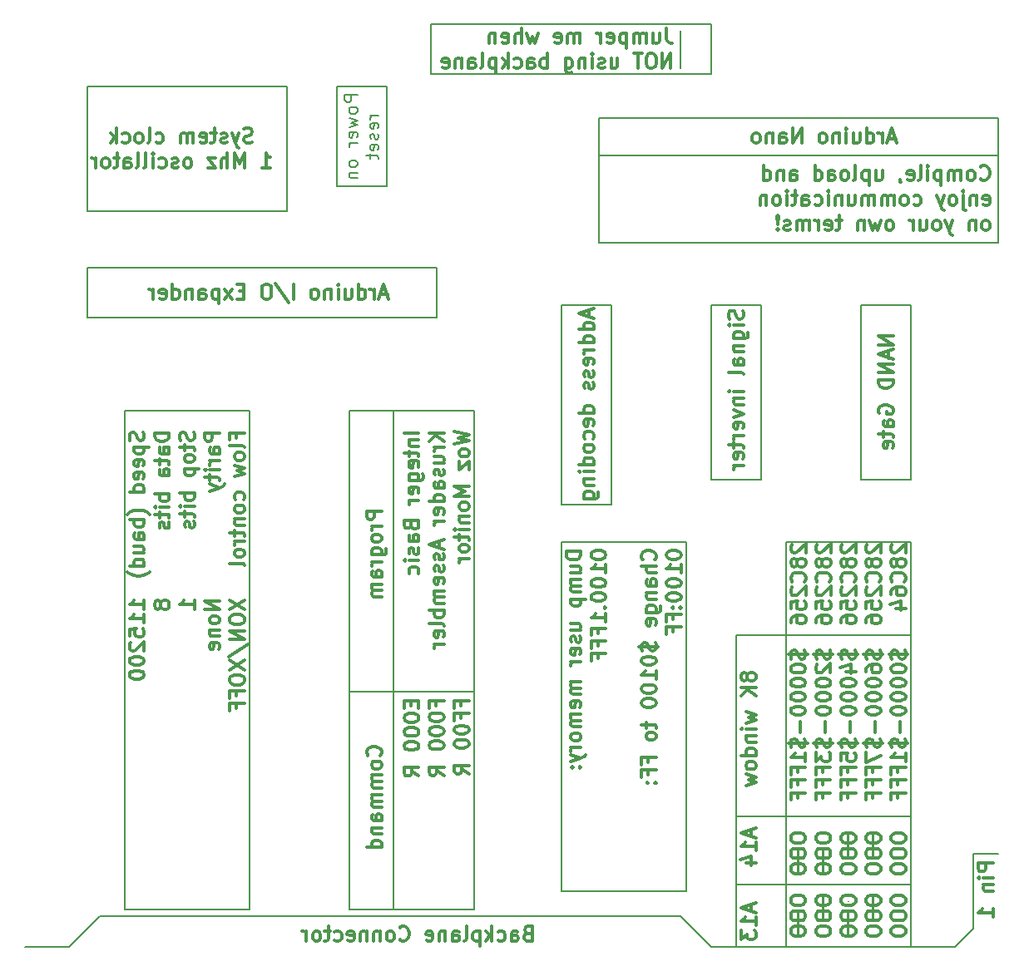
<source format=gbo>
G04 #@! TF.FileFunction,Legend,Bot*
%FSLAX46Y46*%
G04 Gerber Fmt 4.6, Leading zero omitted, Abs format (unit mm)*
G04 Created by KiCad (PCBNEW 4.0.6) date 07/09/17 19:14:54*
%MOMM*%
%LPD*%
G01*
G04 APERTURE LIST*
%ADD10C,0.100000*%
%ADD11C,0.200000*%
%ADD12C,0.300000*%
G04 APERTURE END LIST*
D10*
D11*
X157480000Y-41910000D02*
X158750000Y-41910000D01*
X157480000Y-46990000D02*
X157480000Y-41910000D01*
X158750000Y-46990000D02*
X157480000Y-46990000D01*
D12*
X181459286Y-42353571D02*
X181459286Y-43425000D01*
X181530714Y-43639286D01*
X181673571Y-43782143D01*
X181887857Y-43853571D01*
X182030714Y-43853571D01*
X180102143Y-42853571D02*
X180102143Y-43853571D01*
X180745000Y-42853571D02*
X180745000Y-43639286D01*
X180673572Y-43782143D01*
X180530714Y-43853571D01*
X180316429Y-43853571D01*
X180173572Y-43782143D01*
X180102143Y-43710714D01*
X179387857Y-43853571D02*
X179387857Y-42853571D01*
X179387857Y-42996429D02*
X179316429Y-42925000D01*
X179173571Y-42853571D01*
X178959286Y-42853571D01*
X178816429Y-42925000D01*
X178745000Y-43067857D01*
X178745000Y-43853571D01*
X178745000Y-43067857D02*
X178673571Y-42925000D01*
X178530714Y-42853571D01*
X178316429Y-42853571D01*
X178173571Y-42925000D01*
X178102143Y-43067857D01*
X178102143Y-43853571D01*
X177387857Y-42853571D02*
X177387857Y-44353571D01*
X177387857Y-42925000D02*
X177245000Y-42853571D01*
X176959286Y-42853571D01*
X176816429Y-42925000D01*
X176745000Y-42996429D01*
X176673571Y-43139286D01*
X176673571Y-43567857D01*
X176745000Y-43710714D01*
X176816429Y-43782143D01*
X176959286Y-43853571D01*
X177245000Y-43853571D01*
X177387857Y-43782143D01*
X175459286Y-43782143D02*
X175602143Y-43853571D01*
X175887857Y-43853571D01*
X176030714Y-43782143D01*
X176102143Y-43639286D01*
X176102143Y-43067857D01*
X176030714Y-42925000D01*
X175887857Y-42853571D01*
X175602143Y-42853571D01*
X175459286Y-42925000D01*
X175387857Y-43067857D01*
X175387857Y-43210714D01*
X176102143Y-43353571D01*
X174745000Y-43853571D02*
X174745000Y-42853571D01*
X174745000Y-43139286D02*
X174673572Y-42996429D01*
X174602143Y-42925000D01*
X174459286Y-42853571D01*
X174316429Y-42853571D01*
X172673572Y-43853571D02*
X172673572Y-42853571D01*
X172673572Y-42996429D02*
X172602144Y-42925000D01*
X172459286Y-42853571D01*
X172245001Y-42853571D01*
X172102144Y-42925000D01*
X172030715Y-43067857D01*
X172030715Y-43853571D01*
X172030715Y-43067857D02*
X171959286Y-42925000D01*
X171816429Y-42853571D01*
X171602144Y-42853571D01*
X171459286Y-42925000D01*
X171387858Y-43067857D01*
X171387858Y-43853571D01*
X170102144Y-43782143D02*
X170245001Y-43853571D01*
X170530715Y-43853571D01*
X170673572Y-43782143D01*
X170745001Y-43639286D01*
X170745001Y-43067857D01*
X170673572Y-42925000D01*
X170530715Y-42853571D01*
X170245001Y-42853571D01*
X170102144Y-42925000D01*
X170030715Y-43067857D01*
X170030715Y-43210714D01*
X170745001Y-43353571D01*
X168387858Y-42853571D02*
X168102144Y-43853571D01*
X167816430Y-43139286D01*
X167530715Y-43853571D01*
X167245001Y-42853571D01*
X166673572Y-43853571D02*
X166673572Y-42353571D01*
X166030715Y-43853571D02*
X166030715Y-43067857D01*
X166102144Y-42925000D01*
X166245001Y-42853571D01*
X166459286Y-42853571D01*
X166602144Y-42925000D01*
X166673572Y-42996429D01*
X164745001Y-43782143D02*
X164887858Y-43853571D01*
X165173572Y-43853571D01*
X165316429Y-43782143D01*
X165387858Y-43639286D01*
X165387858Y-43067857D01*
X165316429Y-42925000D01*
X165173572Y-42853571D01*
X164887858Y-42853571D01*
X164745001Y-42925000D01*
X164673572Y-43067857D01*
X164673572Y-43210714D01*
X165387858Y-43353571D01*
X164030715Y-42853571D02*
X164030715Y-43853571D01*
X164030715Y-42996429D02*
X163959287Y-42925000D01*
X163816429Y-42853571D01*
X163602144Y-42853571D01*
X163459287Y-42925000D01*
X163387858Y-43067857D01*
X163387858Y-43853571D01*
X181887857Y-46403571D02*
X181887857Y-44903571D01*
X181030714Y-46403571D01*
X181030714Y-44903571D01*
X180030714Y-44903571D02*
X179745000Y-44903571D01*
X179602142Y-44975000D01*
X179459285Y-45117857D01*
X179387857Y-45403571D01*
X179387857Y-45903571D01*
X179459285Y-46189286D01*
X179602142Y-46332143D01*
X179745000Y-46403571D01*
X180030714Y-46403571D01*
X180173571Y-46332143D01*
X180316428Y-46189286D01*
X180387857Y-45903571D01*
X180387857Y-45403571D01*
X180316428Y-45117857D01*
X180173571Y-44975000D01*
X180030714Y-44903571D01*
X178959285Y-44903571D02*
X178102142Y-44903571D01*
X178530713Y-46403571D02*
X178530713Y-44903571D01*
X175816428Y-45403571D02*
X175816428Y-46403571D01*
X176459285Y-45403571D02*
X176459285Y-46189286D01*
X176387857Y-46332143D01*
X176244999Y-46403571D01*
X176030714Y-46403571D01*
X175887857Y-46332143D01*
X175816428Y-46260714D01*
X175173571Y-46332143D02*
X175030714Y-46403571D01*
X174744999Y-46403571D01*
X174602142Y-46332143D01*
X174530714Y-46189286D01*
X174530714Y-46117857D01*
X174602142Y-45975000D01*
X174744999Y-45903571D01*
X174959285Y-45903571D01*
X175102142Y-45832143D01*
X175173571Y-45689286D01*
X175173571Y-45617857D01*
X175102142Y-45475000D01*
X174959285Y-45403571D01*
X174744999Y-45403571D01*
X174602142Y-45475000D01*
X173887856Y-46403571D02*
X173887856Y-45403571D01*
X173887856Y-44903571D02*
X173959285Y-44975000D01*
X173887856Y-45046429D01*
X173816428Y-44975000D01*
X173887856Y-44903571D01*
X173887856Y-45046429D01*
X173173570Y-45403571D02*
X173173570Y-46403571D01*
X173173570Y-45546429D02*
X173102142Y-45475000D01*
X172959284Y-45403571D01*
X172744999Y-45403571D01*
X172602142Y-45475000D01*
X172530713Y-45617857D01*
X172530713Y-46403571D01*
X171173570Y-45403571D02*
X171173570Y-46617857D01*
X171244999Y-46760714D01*
X171316427Y-46832143D01*
X171459284Y-46903571D01*
X171673570Y-46903571D01*
X171816427Y-46832143D01*
X171173570Y-46332143D02*
X171316427Y-46403571D01*
X171602141Y-46403571D01*
X171744999Y-46332143D01*
X171816427Y-46260714D01*
X171887856Y-46117857D01*
X171887856Y-45689286D01*
X171816427Y-45546429D01*
X171744999Y-45475000D01*
X171602141Y-45403571D01*
X171316427Y-45403571D01*
X171173570Y-45475000D01*
X169316427Y-46403571D02*
X169316427Y-44903571D01*
X169316427Y-45475000D02*
X169173570Y-45403571D01*
X168887856Y-45403571D01*
X168744999Y-45475000D01*
X168673570Y-45546429D01*
X168602141Y-45689286D01*
X168602141Y-46117857D01*
X168673570Y-46260714D01*
X168744999Y-46332143D01*
X168887856Y-46403571D01*
X169173570Y-46403571D01*
X169316427Y-46332143D01*
X167316427Y-46403571D02*
X167316427Y-45617857D01*
X167387856Y-45475000D01*
X167530713Y-45403571D01*
X167816427Y-45403571D01*
X167959284Y-45475000D01*
X167316427Y-46332143D02*
X167459284Y-46403571D01*
X167816427Y-46403571D01*
X167959284Y-46332143D01*
X168030713Y-46189286D01*
X168030713Y-46046429D01*
X167959284Y-45903571D01*
X167816427Y-45832143D01*
X167459284Y-45832143D01*
X167316427Y-45760714D01*
X165959284Y-46332143D02*
X166102141Y-46403571D01*
X166387855Y-46403571D01*
X166530713Y-46332143D01*
X166602141Y-46260714D01*
X166673570Y-46117857D01*
X166673570Y-45689286D01*
X166602141Y-45546429D01*
X166530713Y-45475000D01*
X166387855Y-45403571D01*
X166102141Y-45403571D01*
X165959284Y-45475000D01*
X165316427Y-46403571D02*
X165316427Y-44903571D01*
X165173570Y-45832143D02*
X164744999Y-46403571D01*
X164744999Y-45403571D02*
X165316427Y-45975000D01*
X164102141Y-45403571D02*
X164102141Y-46903571D01*
X164102141Y-45475000D02*
X163959284Y-45403571D01*
X163673570Y-45403571D01*
X163530713Y-45475000D01*
X163459284Y-45546429D01*
X163387855Y-45689286D01*
X163387855Y-46117857D01*
X163459284Y-46260714D01*
X163530713Y-46332143D01*
X163673570Y-46403571D01*
X163959284Y-46403571D01*
X164102141Y-46332143D01*
X162530712Y-46403571D02*
X162673570Y-46332143D01*
X162744998Y-46189286D01*
X162744998Y-44903571D01*
X161316427Y-46403571D02*
X161316427Y-45617857D01*
X161387856Y-45475000D01*
X161530713Y-45403571D01*
X161816427Y-45403571D01*
X161959284Y-45475000D01*
X161316427Y-46332143D02*
X161459284Y-46403571D01*
X161816427Y-46403571D01*
X161959284Y-46332143D01*
X162030713Y-46189286D01*
X162030713Y-46046429D01*
X161959284Y-45903571D01*
X161816427Y-45832143D01*
X161459284Y-45832143D01*
X161316427Y-45760714D01*
X160602141Y-45403571D02*
X160602141Y-46403571D01*
X160602141Y-45546429D02*
X160530713Y-45475000D01*
X160387855Y-45403571D01*
X160173570Y-45403571D01*
X160030713Y-45475000D01*
X159959284Y-45617857D01*
X159959284Y-46403571D01*
X158673570Y-46332143D02*
X158816427Y-46403571D01*
X159102141Y-46403571D01*
X159244998Y-46332143D01*
X159316427Y-46189286D01*
X159316427Y-45617857D01*
X159244998Y-45475000D01*
X159102141Y-45403571D01*
X158816427Y-45403571D01*
X158673570Y-45475000D01*
X158602141Y-45617857D01*
X158602141Y-45760714D01*
X159316427Y-45903571D01*
X167317142Y-134512857D02*
X167102856Y-134584286D01*
X167031428Y-134655714D01*
X166959999Y-134798571D01*
X166959999Y-135012857D01*
X167031428Y-135155714D01*
X167102856Y-135227143D01*
X167245714Y-135298571D01*
X167817142Y-135298571D01*
X167817142Y-133798571D01*
X167317142Y-133798571D01*
X167174285Y-133870000D01*
X167102856Y-133941429D01*
X167031428Y-134084286D01*
X167031428Y-134227143D01*
X167102856Y-134370000D01*
X167174285Y-134441429D01*
X167317142Y-134512857D01*
X167817142Y-134512857D01*
X165674285Y-135298571D02*
X165674285Y-134512857D01*
X165745714Y-134370000D01*
X165888571Y-134298571D01*
X166174285Y-134298571D01*
X166317142Y-134370000D01*
X165674285Y-135227143D02*
X165817142Y-135298571D01*
X166174285Y-135298571D01*
X166317142Y-135227143D01*
X166388571Y-135084286D01*
X166388571Y-134941429D01*
X166317142Y-134798571D01*
X166174285Y-134727143D01*
X165817142Y-134727143D01*
X165674285Y-134655714D01*
X164317142Y-135227143D02*
X164459999Y-135298571D01*
X164745713Y-135298571D01*
X164888571Y-135227143D01*
X164959999Y-135155714D01*
X165031428Y-135012857D01*
X165031428Y-134584286D01*
X164959999Y-134441429D01*
X164888571Y-134370000D01*
X164745713Y-134298571D01*
X164459999Y-134298571D01*
X164317142Y-134370000D01*
X163674285Y-135298571D02*
X163674285Y-133798571D01*
X163531428Y-134727143D02*
X163102857Y-135298571D01*
X163102857Y-134298571D02*
X163674285Y-134870000D01*
X162459999Y-134298571D02*
X162459999Y-135798571D01*
X162459999Y-134370000D02*
X162317142Y-134298571D01*
X162031428Y-134298571D01*
X161888571Y-134370000D01*
X161817142Y-134441429D01*
X161745713Y-134584286D01*
X161745713Y-135012857D01*
X161817142Y-135155714D01*
X161888571Y-135227143D01*
X162031428Y-135298571D01*
X162317142Y-135298571D01*
X162459999Y-135227143D01*
X160888570Y-135298571D02*
X161031428Y-135227143D01*
X161102856Y-135084286D01*
X161102856Y-133798571D01*
X159674285Y-135298571D02*
X159674285Y-134512857D01*
X159745714Y-134370000D01*
X159888571Y-134298571D01*
X160174285Y-134298571D01*
X160317142Y-134370000D01*
X159674285Y-135227143D02*
X159817142Y-135298571D01*
X160174285Y-135298571D01*
X160317142Y-135227143D01*
X160388571Y-135084286D01*
X160388571Y-134941429D01*
X160317142Y-134798571D01*
X160174285Y-134727143D01*
X159817142Y-134727143D01*
X159674285Y-134655714D01*
X158959999Y-134298571D02*
X158959999Y-135298571D01*
X158959999Y-134441429D02*
X158888571Y-134370000D01*
X158745713Y-134298571D01*
X158531428Y-134298571D01*
X158388571Y-134370000D01*
X158317142Y-134512857D01*
X158317142Y-135298571D01*
X157031428Y-135227143D02*
X157174285Y-135298571D01*
X157459999Y-135298571D01*
X157602856Y-135227143D01*
X157674285Y-135084286D01*
X157674285Y-134512857D01*
X157602856Y-134370000D01*
X157459999Y-134298571D01*
X157174285Y-134298571D01*
X157031428Y-134370000D01*
X156959999Y-134512857D01*
X156959999Y-134655714D01*
X157674285Y-134798571D01*
X154317142Y-135155714D02*
X154388571Y-135227143D01*
X154602857Y-135298571D01*
X154745714Y-135298571D01*
X154959999Y-135227143D01*
X155102857Y-135084286D01*
X155174285Y-134941429D01*
X155245714Y-134655714D01*
X155245714Y-134441429D01*
X155174285Y-134155714D01*
X155102857Y-134012857D01*
X154959999Y-133870000D01*
X154745714Y-133798571D01*
X154602857Y-133798571D01*
X154388571Y-133870000D01*
X154317142Y-133941429D01*
X153459999Y-135298571D02*
X153602857Y-135227143D01*
X153674285Y-135155714D01*
X153745714Y-135012857D01*
X153745714Y-134584286D01*
X153674285Y-134441429D01*
X153602857Y-134370000D01*
X153459999Y-134298571D01*
X153245714Y-134298571D01*
X153102857Y-134370000D01*
X153031428Y-134441429D01*
X152959999Y-134584286D01*
X152959999Y-135012857D01*
X153031428Y-135155714D01*
X153102857Y-135227143D01*
X153245714Y-135298571D01*
X153459999Y-135298571D01*
X152317142Y-134298571D02*
X152317142Y-135298571D01*
X152317142Y-134441429D02*
X152245714Y-134370000D01*
X152102856Y-134298571D01*
X151888571Y-134298571D01*
X151745714Y-134370000D01*
X151674285Y-134512857D01*
X151674285Y-135298571D01*
X150959999Y-134298571D02*
X150959999Y-135298571D01*
X150959999Y-134441429D02*
X150888571Y-134370000D01*
X150745713Y-134298571D01*
X150531428Y-134298571D01*
X150388571Y-134370000D01*
X150317142Y-134512857D01*
X150317142Y-135298571D01*
X149031428Y-135227143D02*
X149174285Y-135298571D01*
X149459999Y-135298571D01*
X149602856Y-135227143D01*
X149674285Y-135084286D01*
X149674285Y-134512857D01*
X149602856Y-134370000D01*
X149459999Y-134298571D01*
X149174285Y-134298571D01*
X149031428Y-134370000D01*
X148959999Y-134512857D01*
X148959999Y-134655714D01*
X149674285Y-134798571D01*
X147674285Y-135227143D02*
X147817142Y-135298571D01*
X148102856Y-135298571D01*
X148245714Y-135227143D01*
X148317142Y-135155714D01*
X148388571Y-135012857D01*
X148388571Y-134584286D01*
X148317142Y-134441429D01*
X148245714Y-134370000D01*
X148102856Y-134298571D01*
X147817142Y-134298571D01*
X147674285Y-134370000D01*
X147245714Y-134298571D02*
X146674285Y-134298571D01*
X147031428Y-133798571D02*
X147031428Y-135084286D01*
X146960000Y-135227143D01*
X146817142Y-135298571D01*
X146674285Y-135298571D01*
X145959999Y-135298571D02*
X146102857Y-135227143D01*
X146174285Y-135155714D01*
X146245714Y-135012857D01*
X146245714Y-134584286D01*
X146174285Y-134441429D01*
X146102857Y-134370000D01*
X145959999Y-134298571D01*
X145745714Y-134298571D01*
X145602857Y-134370000D01*
X145531428Y-134441429D01*
X145459999Y-134584286D01*
X145459999Y-135012857D01*
X145531428Y-135155714D01*
X145602857Y-135227143D01*
X145745714Y-135298571D01*
X145959999Y-135298571D01*
X144817142Y-135298571D02*
X144817142Y-134298571D01*
X144817142Y-134584286D02*
X144745714Y-134441429D01*
X144674285Y-134370000D01*
X144531428Y-134298571D01*
X144388571Y-134298571D01*
X214673571Y-127357143D02*
X213173571Y-127357143D01*
X213173571Y-127928571D01*
X213245000Y-128071429D01*
X213316429Y-128142857D01*
X213459286Y-128214286D01*
X213673571Y-128214286D01*
X213816429Y-128142857D01*
X213887857Y-128071429D01*
X213959286Y-127928571D01*
X213959286Y-127357143D01*
X214673571Y-128857143D02*
X213673571Y-128857143D01*
X213173571Y-128857143D02*
X213245000Y-128785714D01*
X213316429Y-128857143D01*
X213245000Y-128928571D01*
X213173571Y-128857143D01*
X213316429Y-128857143D01*
X213673571Y-129571429D02*
X214673571Y-129571429D01*
X213816429Y-129571429D02*
X213745000Y-129642857D01*
X213673571Y-129785715D01*
X213673571Y-130000000D01*
X213745000Y-130142857D01*
X213887857Y-130214286D01*
X214673571Y-130214286D01*
X214673571Y-132857143D02*
X214673571Y-132000000D01*
X214673571Y-132428572D02*
X213173571Y-132428572D01*
X213387857Y-132285715D01*
X213530714Y-132142857D01*
X213602143Y-132000000D01*
D11*
X120650000Y-135890000D02*
X116205000Y-135890000D01*
X123825000Y-132715000D02*
X120650000Y-135890000D01*
X182880000Y-132715000D02*
X123825000Y-132715000D01*
X186055000Y-135890000D02*
X182880000Y-132715000D01*
X210820000Y-135890000D02*
X186055000Y-135890000D01*
X212725000Y-133985000D02*
X210820000Y-135890000D01*
X212725000Y-126365000D02*
X212725000Y-133985000D01*
X215265000Y-126365000D02*
X212725000Y-126365000D01*
X182880000Y-42545000D02*
X182880000Y-46355000D01*
X158750000Y-46990000D02*
X186055000Y-46990000D01*
X186055000Y-41910000D02*
X158750000Y-41910000D01*
X186055000Y-46990000D02*
X186055000Y-41910000D01*
X215265000Y-55245000D02*
X174625000Y-55245000D01*
D12*
X204770715Y-53590000D02*
X204056429Y-53590000D01*
X204913572Y-54018571D02*
X204413572Y-52518571D01*
X203913572Y-54018571D01*
X203413572Y-54018571D02*
X203413572Y-53018571D01*
X203413572Y-53304286D02*
X203342144Y-53161429D01*
X203270715Y-53090000D01*
X203127858Y-53018571D01*
X202985001Y-53018571D01*
X201842144Y-54018571D02*
X201842144Y-52518571D01*
X201842144Y-53947143D02*
X201985001Y-54018571D01*
X202270715Y-54018571D01*
X202413573Y-53947143D01*
X202485001Y-53875714D01*
X202556430Y-53732857D01*
X202556430Y-53304286D01*
X202485001Y-53161429D01*
X202413573Y-53090000D01*
X202270715Y-53018571D01*
X201985001Y-53018571D01*
X201842144Y-53090000D01*
X200485001Y-53018571D02*
X200485001Y-54018571D01*
X201127858Y-53018571D02*
X201127858Y-53804286D01*
X201056430Y-53947143D01*
X200913572Y-54018571D01*
X200699287Y-54018571D01*
X200556430Y-53947143D01*
X200485001Y-53875714D01*
X199770715Y-54018571D02*
X199770715Y-53018571D01*
X199770715Y-52518571D02*
X199842144Y-52590000D01*
X199770715Y-52661429D01*
X199699287Y-52590000D01*
X199770715Y-52518571D01*
X199770715Y-52661429D01*
X199056429Y-53018571D02*
X199056429Y-54018571D01*
X199056429Y-53161429D02*
X198985001Y-53090000D01*
X198842143Y-53018571D01*
X198627858Y-53018571D01*
X198485001Y-53090000D01*
X198413572Y-53232857D01*
X198413572Y-54018571D01*
X197485000Y-54018571D02*
X197627858Y-53947143D01*
X197699286Y-53875714D01*
X197770715Y-53732857D01*
X197770715Y-53304286D01*
X197699286Y-53161429D01*
X197627858Y-53090000D01*
X197485000Y-53018571D01*
X197270715Y-53018571D01*
X197127858Y-53090000D01*
X197056429Y-53161429D01*
X196985000Y-53304286D01*
X196985000Y-53732857D01*
X197056429Y-53875714D01*
X197127858Y-53947143D01*
X197270715Y-54018571D01*
X197485000Y-54018571D01*
X195199286Y-54018571D02*
X195199286Y-52518571D01*
X194342143Y-54018571D01*
X194342143Y-52518571D01*
X192985000Y-54018571D02*
X192985000Y-53232857D01*
X193056429Y-53090000D01*
X193199286Y-53018571D01*
X193485000Y-53018571D01*
X193627857Y-53090000D01*
X192985000Y-53947143D02*
X193127857Y-54018571D01*
X193485000Y-54018571D01*
X193627857Y-53947143D01*
X193699286Y-53804286D01*
X193699286Y-53661429D01*
X193627857Y-53518571D01*
X193485000Y-53447143D01*
X193127857Y-53447143D01*
X192985000Y-53375714D01*
X192270714Y-53018571D02*
X192270714Y-54018571D01*
X192270714Y-53161429D02*
X192199286Y-53090000D01*
X192056428Y-53018571D01*
X191842143Y-53018571D01*
X191699286Y-53090000D01*
X191627857Y-53232857D01*
X191627857Y-54018571D01*
X190699285Y-54018571D02*
X190842143Y-53947143D01*
X190913571Y-53875714D01*
X190985000Y-53732857D01*
X190985000Y-53304286D01*
X190913571Y-53161429D01*
X190842143Y-53090000D01*
X190699285Y-53018571D01*
X190485000Y-53018571D01*
X190342143Y-53090000D01*
X190270714Y-53161429D01*
X190199285Y-53304286D01*
X190199285Y-53732857D01*
X190270714Y-53875714D01*
X190342143Y-53947143D01*
X190485000Y-54018571D01*
X190699285Y-54018571D01*
X213415714Y-57675714D02*
X213487143Y-57747143D01*
X213701429Y-57818571D01*
X213844286Y-57818571D01*
X214058571Y-57747143D01*
X214201429Y-57604286D01*
X214272857Y-57461429D01*
X214344286Y-57175714D01*
X214344286Y-56961429D01*
X214272857Y-56675714D01*
X214201429Y-56532857D01*
X214058571Y-56390000D01*
X213844286Y-56318571D01*
X213701429Y-56318571D01*
X213487143Y-56390000D01*
X213415714Y-56461429D01*
X212558571Y-57818571D02*
X212701429Y-57747143D01*
X212772857Y-57675714D01*
X212844286Y-57532857D01*
X212844286Y-57104286D01*
X212772857Y-56961429D01*
X212701429Y-56890000D01*
X212558571Y-56818571D01*
X212344286Y-56818571D01*
X212201429Y-56890000D01*
X212130000Y-56961429D01*
X212058571Y-57104286D01*
X212058571Y-57532857D01*
X212130000Y-57675714D01*
X212201429Y-57747143D01*
X212344286Y-57818571D01*
X212558571Y-57818571D01*
X211415714Y-57818571D02*
X211415714Y-56818571D01*
X211415714Y-56961429D02*
X211344286Y-56890000D01*
X211201428Y-56818571D01*
X210987143Y-56818571D01*
X210844286Y-56890000D01*
X210772857Y-57032857D01*
X210772857Y-57818571D01*
X210772857Y-57032857D02*
X210701428Y-56890000D01*
X210558571Y-56818571D01*
X210344286Y-56818571D01*
X210201428Y-56890000D01*
X210130000Y-57032857D01*
X210130000Y-57818571D01*
X209415714Y-56818571D02*
X209415714Y-58318571D01*
X209415714Y-56890000D02*
X209272857Y-56818571D01*
X208987143Y-56818571D01*
X208844286Y-56890000D01*
X208772857Y-56961429D01*
X208701428Y-57104286D01*
X208701428Y-57532857D01*
X208772857Y-57675714D01*
X208844286Y-57747143D01*
X208987143Y-57818571D01*
X209272857Y-57818571D01*
X209415714Y-57747143D01*
X208058571Y-57818571D02*
X208058571Y-56818571D01*
X208058571Y-56318571D02*
X208130000Y-56390000D01*
X208058571Y-56461429D01*
X207987143Y-56390000D01*
X208058571Y-56318571D01*
X208058571Y-56461429D01*
X207129999Y-57818571D02*
X207272857Y-57747143D01*
X207344285Y-57604286D01*
X207344285Y-56318571D01*
X205987143Y-57747143D02*
X206130000Y-57818571D01*
X206415714Y-57818571D01*
X206558571Y-57747143D01*
X206630000Y-57604286D01*
X206630000Y-57032857D01*
X206558571Y-56890000D01*
X206415714Y-56818571D01*
X206130000Y-56818571D01*
X205987143Y-56890000D01*
X205915714Y-57032857D01*
X205915714Y-57175714D01*
X206630000Y-57318571D01*
X205201429Y-57747143D02*
X205201429Y-57818571D01*
X205272857Y-57961429D01*
X205344286Y-58032857D01*
X202772857Y-56818571D02*
X202772857Y-57818571D01*
X203415714Y-56818571D02*
X203415714Y-57604286D01*
X203344286Y-57747143D01*
X203201428Y-57818571D01*
X202987143Y-57818571D01*
X202844286Y-57747143D01*
X202772857Y-57675714D01*
X202058571Y-56818571D02*
X202058571Y-58318571D01*
X202058571Y-56890000D02*
X201915714Y-56818571D01*
X201630000Y-56818571D01*
X201487143Y-56890000D01*
X201415714Y-56961429D01*
X201344285Y-57104286D01*
X201344285Y-57532857D01*
X201415714Y-57675714D01*
X201487143Y-57747143D01*
X201630000Y-57818571D01*
X201915714Y-57818571D01*
X202058571Y-57747143D01*
X200487142Y-57818571D02*
X200630000Y-57747143D01*
X200701428Y-57604286D01*
X200701428Y-56318571D01*
X199701428Y-57818571D02*
X199844286Y-57747143D01*
X199915714Y-57675714D01*
X199987143Y-57532857D01*
X199987143Y-57104286D01*
X199915714Y-56961429D01*
X199844286Y-56890000D01*
X199701428Y-56818571D01*
X199487143Y-56818571D01*
X199344286Y-56890000D01*
X199272857Y-56961429D01*
X199201428Y-57104286D01*
X199201428Y-57532857D01*
X199272857Y-57675714D01*
X199344286Y-57747143D01*
X199487143Y-57818571D01*
X199701428Y-57818571D01*
X197915714Y-57818571D02*
X197915714Y-57032857D01*
X197987143Y-56890000D01*
X198130000Y-56818571D01*
X198415714Y-56818571D01*
X198558571Y-56890000D01*
X197915714Y-57747143D02*
X198058571Y-57818571D01*
X198415714Y-57818571D01*
X198558571Y-57747143D01*
X198630000Y-57604286D01*
X198630000Y-57461429D01*
X198558571Y-57318571D01*
X198415714Y-57247143D01*
X198058571Y-57247143D01*
X197915714Y-57175714D01*
X196558571Y-57818571D02*
X196558571Y-56318571D01*
X196558571Y-57747143D02*
X196701428Y-57818571D01*
X196987142Y-57818571D01*
X197130000Y-57747143D01*
X197201428Y-57675714D01*
X197272857Y-57532857D01*
X197272857Y-57104286D01*
X197201428Y-56961429D01*
X197130000Y-56890000D01*
X196987142Y-56818571D01*
X196701428Y-56818571D01*
X196558571Y-56890000D01*
X194058571Y-57818571D02*
X194058571Y-57032857D01*
X194130000Y-56890000D01*
X194272857Y-56818571D01*
X194558571Y-56818571D01*
X194701428Y-56890000D01*
X194058571Y-57747143D02*
X194201428Y-57818571D01*
X194558571Y-57818571D01*
X194701428Y-57747143D01*
X194772857Y-57604286D01*
X194772857Y-57461429D01*
X194701428Y-57318571D01*
X194558571Y-57247143D01*
X194201428Y-57247143D01*
X194058571Y-57175714D01*
X193344285Y-56818571D02*
X193344285Y-57818571D01*
X193344285Y-56961429D02*
X193272857Y-56890000D01*
X193129999Y-56818571D01*
X192915714Y-56818571D01*
X192772857Y-56890000D01*
X192701428Y-57032857D01*
X192701428Y-57818571D01*
X191344285Y-57818571D02*
X191344285Y-56318571D01*
X191344285Y-57747143D02*
X191487142Y-57818571D01*
X191772856Y-57818571D01*
X191915714Y-57747143D01*
X191987142Y-57675714D01*
X192058571Y-57532857D01*
X192058571Y-57104286D01*
X191987142Y-56961429D01*
X191915714Y-56890000D01*
X191772856Y-56818571D01*
X191487142Y-56818571D01*
X191344285Y-56890000D01*
X213701429Y-60297143D02*
X213844286Y-60368571D01*
X214130000Y-60368571D01*
X214272857Y-60297143D01*
X214344286Y-60154286D01*
X214344286Y-59582857D01*
X214272857Y-59440000D01*
X214130000Y-59368571D01*
X213844286Y-59368571D01*
X213701429Y-59440000D01*
X213630000Y-59582857D01*
X213630000Y-59725714D01*
X214344286Y-59868571D01*
X212987143Y-59368571D02*
X212987143Y-60368571D01*
X212987143Y-59511429D02*
X212915715Y-59440000D01*
X212772857Y-59368571D01*
X212558572Y-59368571D01*
X212415715Y-59440000D01*
X212344286Y-59582857D01*
X212344286Y-60368571D01*
X211630000Y-59368571D02*
X211630000Y-60654286D01*
X211701429Y-60797143D01*
X211844286Y-60868571D01*
X211915714Y-60868571D01*
X211630000Y-58868571D02*
X211701429Y-58940000D01*
X211630000Y-59011429D01*
X211558572Y-58940000D01*
X211630000Y-58868571D01*
X211630000Y-59011429D01*
X210701428Y-60368571D02*
X210844286Y-60297143D01*
X210915714Y-60225714D01*
X210987143Y-60082857D01*
X210987143Y-59654286D01*
X210915714Y-59511429D01*
X210844286Y-59440000D01*
X210701428Y-59368571D01*
X210487143Y-59368571D01*
X210344286Y-59440000D01*
X210272857Y-59511429D01*
X210201428Y-59654286D01*
X210201428Y-60082857D01*
X210272857Y-60225714D01*
X210344286Y-60297143D01*
X210487143Y-60368571D01*
X210701428Y-60368571D01*
X209701428Y-59368571D02*
X209344285Y-60368571D01*
X208987143Y-59368571D02*
X209344285Y-60368571D01*
X209487143Y-60725714D01*
X209558571Y-60797143D01*
X209701428Y-60868571D01*
X206630000Y-60297143D02*
X206772857Y-60368571D01*
X207058571Y-60368571D01*
X207201429Y-60297143D01*
X207272857Y-60225714D01*
X207344286Y-60082857D01*
X207344286Y-59654286D01*
X207272857Y-59511429D01*
X207201429Y-59440000D01*
X207058571Y-59368571D01*
X206772857Y-59368571D01*
X206630000Y-59440000D01*
X205772857Y-60368571D02*
X205915715Y-60297143D01*
X205987143Y-60225714D01*
X206058572Y-60082857D01*
X206058572Y-59654286D01*
X205987143Y-59511429D01*
X205915715Y-59440000D01*
X205772857Y-59368571D01*
X205558572Y-59368571D01*
X205415715Y-59440000D01*
X205344286Y-59511429D01*
X205272857Y-59654286D01*
X205272857Y-60082857D01*
X205344286Y-60225714D01*
X205415715Y-60297143D01*
X205558572Y-60368571D01*
X205772857Y-60368571D01*
X204630000Y-60368571D02*
X204630000Y-59368571D01*
X204630000Y-59511429D02*
X204558572Y-59440000D01*
X204415714Y-59368571D01*
X204201429Y-59368571D01*
X204058572Y-59440000D01*
X203987143Y-59582857D01*
X203987143Y-60368571D01*
X203987143Y-59582857D02*
X203915714Y-59440000D01*
X203772857Y-59368571D01*
X203558572Y-59368571D01*
X203415714Y-59440000D01*
X203344286Y-59582857D01*
X203344286Y-60368571D01*
X202630000Y-60368571D02*
X202630000Y-59368571D01*
X202630000Y-59511429D02*
X202558572Y-59440000D01*
X202415714Y-59368571D01*
X202201429Y-59368571D01*
X202058572Y-59440000D01*
X201987143Y-59582857D01*
X201987143Y-60368571D01*
X201987143Y-59582857D02*
X201915714Y-59440000D01*
X201772857Y-59368571D01*
X201558572Y-59368571D01*
X201415714Y-59440000D01*
X201344286Y-59582857D01*
X201344286Y-60368571D01*
X199987143Y-59368571D02*
X199987143Y-60368571D01*
X200630000Y-59368571D02*
X200630000Y-60154286D01*
X200558572Y-60297143D01*
X200415714Y-60368571D01*
X200201429Y-60368571D01*
X200058572Y-60297143D01*
X199987143Y-60225714D01*
X199272857Y-59368571D02*
X199272857Y-60368571D01*
X199272857Y-59511429D02*
X199201429Y-59440000D01*
X199058571Y-59368571D01*
X198844286Y-59368571D01*
X198701429Y-59440000D01*
X198630000Y-59582857D01*
X198630000Y-60368571D01*
X197915714Y-60368571D02*
X197915714Y-59368571D01*
X197915714Y-58868571D02*
X197987143Y-58940000D01*
X197915714Y-59011429D01*
X197844286Y-58940000D01*
X197915714Y-58868571D01*
X197915714Y-59011429D01*
X196558571Y-60297143D02*
X196701428Y-60368571D01*
X196987142Y-60368571D01*
X197130000Y-60297143D01*
X197201428Y-60225714D01*
X197272857Y-60082857D01*
X197272857Y-59654286D01*
X197201428Y-59511429D01*
X197130000Y-59440000D01*
X196987142Y-59368571D01*
X196701428Y-59368571D01*
X196558571Y-59440000D01*
X195272857Y-60368571D02*
X195272857Y-59582857D01*
X195344286Y-59440000D01*
X195487143Y-59368571D01*
X195772857Y-59368571D01*
X195915714Y-59440000D01*
X195272857Y-60297143D02*
X195415714Y-60368571D01*
X195772857Y-60368571D01*
X195915714Y-60297143D01*
X195987143Y-60154286D01*
X195987143Y-60011429D01*
X195915714Y-59868571D01*
X195772857Y-59797143D01*
X195415714Y-59797143D01*
X195272857Y-59725714D01*
X194772857Y-59368571D02*
X194201428Y-59368571D01*
X194558571Y-58868571D02*
X194558571Y-60154286D01*
X194487143Y-60297143D01*
X194344285Y-60368571D01*
X194201428Y-60368571D01*
X193701428Y-60368571D02*
X193701428Y-59368571D01*
X193701428Y-58868571D02*
X193772857Y-58940000D01*
X193701428Y-59011429D01*
X193630000Y-58940000D01*
X193701428Y-58868571D01*
X193701428Y-59011429D01*
X192772856Y-60368571D02*
X192915714Y-60297143D01*
X192987142Y-60225714D01*
X193058571Y-60082857D01*
X193058571Y-59654286D01*
X192987142Y-59511429D01*
X192915714Y-59440000D01*
X192772856Y-59368571D01*
X192558571Y-59368571D01*
X192415714Y-59440000D01*
X192344285Y-59511429D01*
X192272856Y-59654286D01*
X192272856Y-60082857D01*
X192344285Y-60225714D01*
X192415714Y-60297143D01*
X192558571Y-60368571D01*
X192772856Y-60368571D01*
X191629999Y-59368571D02*
X191629999Y-60368571D01*
X191629999Y-59511429D02*
X191558571Y-59440000D01*
X191415713Y-59368571D01*
X191201428Y-59368571D01*
X191058571Y-59440000D01*
X190987142Y-59582857D01*
X190987142Y-60368571D01*
X214058571Y-62918571D02*
X214201429Y-62847143D01*
X214272857Y-62775714D01*
X214344286Y-62632857D01*
X214344286Y-62204286D01*
X214272857Y-62061429D01*
X214201429Y-61990000D01*
X214058571Y-61918571D01*
X213844286Y-61918571D01*
X213701429Y-61990000D01*
X213630000Y-62061429D01*
X213558571Y-62204286D01*
X213558571Y-62632857D01*
X213630000Y-62775714D01*
X213701429Y-62847143D01*
X213844286Y-62918571D01*
X214058571Y-62918571D01*
X212915714Y-61918571D02*
X212915714Y-62918571D01*
X212915714Y-62061429D02*
X212844286Y-61990000D01*
X212701428Y-61918571D01*
X212487143Y-61918571D01*
X212344286Y-61990000D01*
X212272857Y-62132857D01*
X212272857Y-62918571D01*
X210558571Y-61918571D02*
X210201428Y-62918571D01*
X209844286Y-61918571D02*
X210201428Y-62918571D01*
X210344286Y-63275714D01*
X210415714Y-63347143D01*
X210558571Y-63418571D01*
X209058571Y-62918571D02*
X209201429Y-62847143D01*
X209272857Y-62775714D01*
X209344286Y-62632857D01*
X209344286Y-62204286D01*
X209272857Y-62061429D01*
X209201429Y-61990000D01*
X209058571Y-61918571D01*
X208844286Y-61918571D01*
X208701429Y-61990000D01*
X208630000Y-62061429D01*
X208558571Y-62204286D01*
X208558571Y-62632857D01*
X208630000Y-62775714D01*
X208701429Y-62847143D01*
X208844286Y-62918571D01*
X209058571Y-62918571D01*
X207272857Y-61918571D02*
X207272857Y-62918571D01*
X207915714Y-61918571D02*
X207915714Y-62704286D01*
X207844286Y-62847143D01*
X207701428Y-62918571D01*
X207487143Y-62918571D01*
X207344286Y-62847143D01*
X207272857Y-62775714D01*
X206558571Y-62918571D02*
X206558571Y-61918571D01*
X206558571Y-62204286D02*
X206487143Y-62061429D01*
X206415714Y-61990000D01*
X206272857Y-61918571D01*
X206130000Y-61918571D01*
X204272857Y-62918571D02*
X204415715Y-62847143D01*
X204487143Y-62775714D01*
X204558572Y-62632857D01*
X204558572Y-62204286D01*
X204487143Y-62061429D01*
X204415715Y-61990000D01*
X204272857Y-61918571D01*
X204058572Y-61918571D01*
X203915715Y-61990000D01*
X203844286Y-62061429D01*
X203772857Y-62204286D01*
X203772857Y-62632857D01*
X203844286Y-62775714D01*
X203915715Y-62847143D01*
X204058572Y-62918571D01*
X204272857Y-62918571D01*
X203272857Y-61918571D02*
X202987143Y-62918571D01*
X202701429Y-62204286D01*
X202415714Y-62918571D01*
X202130000Y-61918571D01*
X201558571Y-61918571D02*
X201558571Y-62918571D01*
X201558571Y-62061429D02*
X201487143Y-61990000D01*
X201344285Y-61918571D01*
X201130000Y-61918571D01*
X200987143Y-61990000D01*
X200915714Y-62132857D01*
X200915714Y-62918571D01*
X199272857Y-61918571D02*
X198701428Y-61918571D01*
X199058571Y-61418571D02*
X199058571Y-62704286D01*
X198987143Y-62847143D01*
X198844285Y-62918571D01*
X198701428Y-62918571D01*
X197630000Y-62847143D02*
X197772857Y-62918571D01*
X198058571Y-62918571D01*
X198201428Y-62847143D01*
X198272857Y-62704286D01*
X198272857Y-62132857D01*
X198201428Y-61990000D01*
X198058571Y-61918571D01*
X197772857Y-61918571D01*
X197630000Y-61990000D01*
X197558571Y-62132857D01*
X197558571Y-62275714D01*
X198272857Y-62418571D01*
X196915714Y-62918571D02*
X196915714Y-61918571D01*
X196915714Y-62204286D02*
X196844286Y-62061429D01*
X196772857Y-61990000D01*
X196630000Y-61918571D01*
X196487143Y-61918571D01*
X195987143Y-62918571D02*
X195987143Y-61918571D01*
X195987143Y-62061429D02*
X195915715Y-61990000D01*
X195772857Y-61918571D01*
X195558572Y-61918571D01*
X195415715Y-61990000D01*
X195344286Y-62132857D01*
X195344286Y-62918571D01*
X195344286Y-62132857D02*
X195272857Y-61990000D01*
X195130000Y-61918571D01*
X194915715Y-61918571D01*
X194772857Y-61990000D01*
X194701429Y-62132857D01*
X194701429Y-62918571D01*
X194058572Y-62847143D02*
X193915715Y-62918571D01*
X193630000Y-62918571D01*
X193487143Y-62847143D01*
X193415715Y-62704286D01*
X193415715Y-62632857D01*
X193487143Y-62490000D01*
X193630000Y-62418571D01*
X193844286Y-62418571D01*
X193987143Y-62347143D01*
X194058572Y-62204286D01*
X194058572Y-62132857D01*
X193987143Y-61990000D01*
X193844286Y-61918571D01*
X193630000Y-61918571D01*
X193487143Y-61990000D01*
X192772857Y-62775714D02*
X192701429Y-62847143D01*
X192772857Y-62918571D01*
X192844286Y-62847143D01*
X192772857Y-62775714D01*
X192772857Y-62918571D01*
X192772857Y-62347143D02*
X192844286Y-61490000D01*
X192772857Y-61418571D01*
X192701429Y-61490000D01*
X192772857Y-62347143D01*
X192772857Y-61418571D01*
D11*
X174625000Y-64135000D02*
X174625000Y-51435000D01*
X215265000Y-64135000D02*
X174625000Y-64135000D01*
X215265000Y-51435000D02*
X215265000Y-64135000D01*
X174625000Y-51435000D02*
X215265000Y-51435000D01*
X150008095Y-49099525D02*
X148708095Y-49099525D01*
X148708095Y-49594763D01*
X148770000Y-49718572D01*
X148831905Y-49780477D01*
X148955714Y-49842382D01*
X149141429Y-49842382D01*
X149265238Y-49780477D01*
X149327143Y-49718572D01*
X149389048Y-49594763D01*
X149389048Y-49099525D01*
X150008095Y-50585239D02*
X149946190Y-50461430D01*
X149884286Y-50399525D01*
X149760476Y-50337620D01*
X149389048Y-50337620D01*
X149265238Y-50399525D01*
X149203333Y-50461430D01*
X149141429Y-50585239D01*
X149141429Y-50770953D01*
X149203333Y-50894763D01*
X149265238Y-50956668D01*
X149389048Y-51018572D01*
X149760476Y-51018572D01*
X149884286Y-50956668D01*
X149946190Y-50894763D01*
X150008095Y-50770953D01*
X150008095Y-50585239D01*
X149141429Y-51451905D02*
X150008095Y-51699524D01*
X149389048Y-51947143D01*
X150008095Y-52194762D01*
X149141429Y-52442381D01*
X149946190Y-53432858D02*
X150008095Y-53309048D01*
X150008095Y-53061429D01*
X149946190Y-52937620D01*
X149822381Y-52875715D01*
X149327143Y-52875715D01*
X149203333Y-52937620D01*
X149141429Y-53061429D01*
X149141429Y-53309048D01*
X149203333Y-53432858D01*
X149327143Y-53494763D01*
X149450952Y-53494763D01*
X149574762Y-52875715D01*
X150008095Y-54051906D02*
X149141429Y-54051906D01*
X149389048Y-54051906D02*
X149265238Y-54113811D01*
X149203333Y-54175715D01*
X149141429Y-54299525D01*
X149141429Y-54423334D01*
X150008095Y-56032858D02*
X149946190Y-55909049D01*
X149884286Y-55847144D01*
X149760476Y-55785239D01*
X149389048Y-55785239D01*
X149265238Y-55847144D01*
X149203333Y-55909049D01*
X149141429Y-56032858D01*
X149141429Y-56218572D01*
X149203333Y-56342382D01*
X149265238Y-56404287D01*
X149389048Y-56466191D01*
X149760476Y-56466191D01*
X149884286Y-56404287D01*
X149946190Y-56342382D01*
X150008095Y-56218572D01*
X150008095Y-56032858D01*
X149141429Y-57023334D02*
X150008095Y-57023334D01*
X149265238Y-57023334D02*
X149203333Y-57085239D01*
X149141429Y-57209048D01*
X149141429Y-57394762D01*
X149203333Y-57518572D01*
X149327143Y-57580477D01*
X150008095Y-57580477D01*
X152158095Y-51235238D02*
X151291429Y-51235238D01*
X151539048Y-51235238D02*
X151415238Y-51297143D01*
X151353333Y-51359047D01*
X151291429Y-51482857D01*
X151291429Y-51606666D01*
X152096190Y-52535238D02*
X152158095Y-52411428D01*
X152158095Y-52163809D01*
X152096190Y-52040000D01*
X151972381Y-51978095D01*
X151477143Y-51978095D01*
X151353333Y-52040000D01*
X151291429Y-52163809D01*
X151291429Y-52411428D01*
X151353333Y-52535238D01*
X151477143Y-52597143D01*
X151600952Y-52597143D01*
X151724762Y-51978095D01*
X152096190Y-53092381D02*
X152158095Y-53216191D01*
X152158095Y-53463810D01*
X152096190Y-53587619D01*
X151972381Y-53649524D01*
X151910476Y-53649524D01*
X151786667Y-53587619D01*
X151724762Y-53463810D01*
X151724762Y-53278095D01*
X151662857Y-53154286D01*
X151539048Y-53092381D01*
X151477143Y-53092381D01*
X151353333Y-53154286D01*
X151291429Y-53278095D01*
X151291429Y-53463810D01*
X151353333Y-53587619D01*
X152096190Y-54701905D02*
X152158095Y-54578095D01*
X152158095Y-54330476D01*
X152096190Y-54206667D01*
X151972381Y-54144762D01*
X151477143Y-54144762D01*
X151353333Y-54206667D01*
X151291429Y-54330476D01*
X151291429Y-54578095D01*
X151353333Y-54701905D01*
X151477143Y-54763810D01*
X151600952Y-54763810D01*
X151724762Y-54144762D01*
X151291429Y-55135239D02*
X151291429Y-55630477D01*
X150858095Y-55320953D02*
X151972381Y-55320953D01*
X152096190Y-55382858D01*
X152158095Y-55506667D01*
X152158095Y-55630477D01*
X153035000Y-48260000D02*
X147955000Y-48260000D01*
X153035000Y-58420000D02*
X153035000Y-48260000D01*
X147955000Y-58420000D02*
X153035000Y-58420000D01*
X147955000Y-48260000D02*
X147955000Y-58420000D01*
D12*
X139294285Y-53942143D02*
X139079999Y-54013571D01*
X138722856Y-54013571D01*
X138579999Y-53942143D01*
X138508570Y-53870714D01*
X138437142Y-53727857D01*
X138437142Y-53585000D01*
X138508570Y-53442143D01*
X138579999Y-53370714D01*
X138722856Y-53299286D01*
X139008570Y-53227857D01*
X139151428Y-53156429D01*
X139222856Y-53085000D01*
X139294285Y-52942143D01*
X139294285Y-52799286D01*
X139222856Y-52656429D01*
X139151428Y-52585000D01*
X139008570Y-52513571D01*
X138651428Y-52513571D01*
X138437142Y-52585000D01*
X137937142Y-53013571D02*
X137579999Y-54013571D01*
X137222857Y-53013571D02*
X137579999Y-54013571D01*
X137722857Y-54370714D01*
X137794285Y-54442143D01*
X137937142Y-54513571D01*
X136722857Y-53942143D02*
X136580000Y-54013571D01*
X136294285Y-54013571D01*
X136151428Y-53942143D01*
X136080000Y-53799286D01*
X136080000Y-53727857D01*
X136151428Y-53585000D01*
X136294285Y-53513571D01*
X136508571Y-53513571D01*
X136651428Y-53442143D01*
X136722857Y-53299286D01*
X136722857Y-53227857D01*
X136651428Y-53085000D01*
X136508571Y-53013571D01*
X136294285Y-53013571D01*
X136151428Y-53085000D01*
X135651428Y-53013571D02*
X135079999Y-53013571D01*
X135437142Y-52513571D02*
X135437142Y-53799286D01*
X135365714Y-53942143D01*
X135222856Y-54013571D01*
X135079999Y-54013571D01*
X134008571Y-53942143D02*
X134151428Y-54013571D01*
X134437142Y-54013571D01*
X134579999Y-53942143D01*
X134651428Y-53799286D01*
X134651428Y-53227857D01*
X134579999Y-53085000D01*
X134437142Y-53013571D01*
X134151428Y-53013571D01*
X134008571Y-53085000D01*
X133937142Y-53227857D01*
X133937142Y-53370714D01*
X134651428Y-53513571D01*
X133294285Y-54013571D02*
X133294285Y-53013571D01*
X133294285Y-53156429D02*
X133222857Y-53085000D01*
X133079999Y-53013571D01*
X132865714Y-53013571D01*
X132722857Y-53085000D01*
X132651428Y-53227857D01*
X132651428Y-54013571D01*
X132651428Y-53227857D02*
X132579999Y-53085000D01*
X132437142Y-53013571D01*
X132222857Y-53013571D01*
X132079999Y-53085000D01*
X132008571Y-53227857D01*
X132008571Y-54013571D01*
X129508571Y-53942143D02*
X129651428Y-54013571D01*
X129937142Y-54013571D01*
X130080000Y-53942143D01*
X130151428Y-53870714D01*
X130222857Y-53727857D01*
X130222857Y-53299286D01*
X130151428Y-53156429D01*
X130080000Y-53085000D01*
X129937142Y-53013571D01*
X129651428Y-53013571D01*
X129508571Y-53085000D01*
X128651428Y-54013571D02*
X128794286Y-53942143D01*
X128865714Y-53799286D01*
X128865714Y-52513571D01*
X127865714Y-54013571D02*
X128008572Y-53942143D01*
X128080000Y-53870714D01*
X128151429Y-53727857D01*
X128151429Y-53299286D01*
X128080000Y-53156429D01*
X128008572Y-53085000D01*
X127865714Y-53013571D01*
X127651429Y-53013571D01*
X127508572Y-53085000D01*
X127437143Y-53156429D01*
X127365714Y-53299286D01*
X127365714Y-53727857D01*
X127437143Y-53870714D01*
X127508572Y-53942143D01*
X127651429Y-54013571D01*
X127865714Y-54013571D01*
X126080000Y-53942143D02*
X126222857Y-54013571D01*
X126508571Y-54013571D01*
X126651429Y-53942143D01*
X126722857Y-53870714D01*
X126794286Y-53727857D01*
X126794286Y-53299286D01*
X126722857Y-53156429D01*
X126651429Y-53085000D01*
X126508571Y-53013571D01*
X126222857Y-53013571D01*
X126080000Y-53085000D01*
X125437143Y-54013571D02*
X125437143Y-52513571D01*
X125294286Y-53442143D02*
X124865715Y-54013571D01*
X124865715Y-53013571D02*
X125437143Y-53585000D01*
X140258571Y-56563571D02*
X141115714Y-56563571D01*
X140687142Y-56563571D02*
X140687142Y-55063571D01*
X140829999Y-55277857D01*
X140972857Y-55420714D01*
X141115714Y-55492143D01*
X138472857Y-56563571D02*
X138472857Y-55063571D01*
X137972857Y-56135000D01*
X137472857Y-55063571D01*
X137472857Y-56563571D01*
X136758571Y-56563571D02*
X136758571Y-55063571D01*
X136115714Y-56563571D02*
X136115714Y-55777857D01*
X136187143Y-55635000D01*
X136330000Y-55563571D01*
X136544285Y-55563571D01*
X136687143Y-55635000D01*
X136758571Y-55706429D01*
X135544285Y-55563571D02*
X134758571Y-55563571D01*
X135544285Y-56563571D01*
X134758571Y-56563571D01*
X132829999Y-56563571D02*
X132972857Y-56492143D01*
X133044285Y-56420714D01*
X133115714Y-56277857D01*
X133115714Y-55849286D01*
X133044285Y-55706429D01*
X132972857Y-55635000D01*
X132829999Y-55563571D01*
X132615714Y-55563571D01*
X132472857Y-55635000D01*
X132401428Y-55706429D01*
X132329999Y-55849286D01*
X132329999Y-56277857D01*
X132401428Y-56420714D01*
X132472857Y-56492143D01*
X132615714Y-56563571D01*
X132829999Y-56563571D01*
X131758571Y-56492143D02*
X131615714Y-56563571D01*
X131329999Y-56563571D01*
X131187142Y-56492143D01*
X131115714Y-56349286D01*
X131115714Y-56277857D01*
X131187142Y-56135000D01*
X131329999Y-56063571D01*
X131544285Y-56063571D01*
X131687142Y-55992143D01*
X131758571Y-55849286D01*
X131758571Y-55777857D01*
X131687142Y-55635000D01*
X131544285Y-55563571D01*
X131329999Y-55563571D01*
X131187142Y-55635000D01*
X129829999Y-56492143D02*
X129972856Y-56563571D01*
X130258570Y-56563571D01*
X130401428Y-56492143D01*
X130472856Y-56420714D01*
X130544285Y-56277857D01*
X130544285Y-55849286D01*
X130472856Y-55706429D01*
X130401428Y-55635000D01*
X130258570Y-55563571D01*
X129972856Y-55563571D01*
X129829999Y-55635000D01*
X129187142Y-56563571D02*
X129187142Y-55563571D01*
X129187142Y-55063571D02*
X129258571Y-55135000D01*
X129187142Y-55206429D01*
X129115714Y-55135000D01*
X129187142Y-55063571D01*
X129187142Y-55206429D01*
X128258570Y-56563571D02*
X128401428Y-56492143D01*
X128472856Y-56349286D01*
X128472856Y-55063571D01*
X127472856Y-56563571D02*
X127615714Y-56492143D01*
X127687142Y-56349286D01*
X127687142Y-55063571D01*
X126258571Y-56563571D02*
X126258571Y-55777857D01*
X126330000Y-55635000D01*
X126472857Y-55563571D01*
X126758571Y-55563571D01*
X126901428Y-55635000D01*
X126258571Y-56492143D02*
X126401428Y-56563571D01*
X126758571Y-56563571D01*
X126901428Y-56492143D01*
X126972857Y-56349286D01*
X126972857Y-56206429D01*
X126901428Y-56063571D01*
X126758571Y-55992143D01*
X126401428Y-55992143D01*
X126258571Y-55920714D01*
X125758571Y-55563571D02*
X125187142Y-55563571D01*
X125544285Y-55063571D02*
X125544285Y-56349286D01*
X125472857Y-56492143D01*
X125329999Y-56563571D01*
X125187142Y-56563571D01*
X124472856Y-56563571D02*
X124615714Y-56492143D01*
X124687142Y-56420714D01*
X124758571Y-56277857D01*
X124758571Y-55849286D01*
X124687142Y-55706429D01*
X124615714Y-55635000D01*
X124472856Y-55563571D01*
X124258571Y-55563571D01*
X124115714Y-55635000D01*
X124044285Y-55706429D01*
X123972856Y-55849286D01*
X123972856Y-56277857D01*
X124044285Y-56420714D01*
X124115714Y-56492143D01*
X124258571Y-56563571D01*
X124472856Y-56563571D01*
X123329999Y-56563571D02*
X123329999Y-55563571D01*
X123329999Y-55849286D02*
X123258571Y-55706429D01*
X123187142Y-55635000D01*
X123044285Y-55563571D01*
X122901428Y-55563571D01*
D11*
X142875000Y-60960000D02*
X122555000Y-60960000D01*
X142875000Y-48260000D02*
X142875000Y-60960000D01*
X122555000Y-48260000D02*
X142875000Y-48260000D01*
X122555000Y-60960000D02*
X122555000Y-48260000D01*
D12*
X153041429Y-69465000D02*
X152327143Y-69465000D01*
X153184286Y-69893571D02*
X152684286Y-68393571D01*
X152184286Y-69893571D01*
X151684286Y-69893571D02*
X151684286Y-68893571D01*
X151684286Y-69179286D02*
X151612858Y-69036429D01*
X151541429Y-68965000D01*
X151398572Y-68893571D01*
X151255715Y-68893571D01*
X150112858Y-69893571D02*
X150112858Y-68393571D01*
X150112858Y-69822143D02*
X150255715Y-69893571D01*
X150541429Y-69893571D01*
X150684287Y-69822143D01*
X150755715Y-69750714D01*
X150827144Y-69607857D01*
X150827144Y-69179286D01*
X150755715Y-69036429D01*
X150684287Y-68965000D01*
X150541429Y-68893571D01*
X150255715Y-68893571D01*
X150112858Y-68965000D01*
X148755715Y-68893571D02*
X148755715Y-69893571D01*
X149398572Y-68893571D02*
X149398572Y-69679286D01*
X149327144Y-69822143D01*
X149184286Y-69893571D01*
X148970001Y-69893571D01*
X148827144Y-69822143D01*
X148755715Y-69750714D01*
X148041429Y-69893571D02*
X148041429Y-68893571D01*
X148041429Y-68393571D02*
X148112858Y-68465000D01*
X148041429Y-68536429D01*
X147970001Y-68465000D01*
X148041429Y-68393571D01*
X148041429Y-68536429D01*
X147327143Y-68893571D02*
X147327143Y-69893571D01*
X147327143Y-69036429D02*
X147255715Y-68965000D01*
X147112857Y-68893571D01*
X146898572Y-68893571D01*
X146755715Y-68965000D01*
X146684286Y-69107857D01*
X146684286Y-69893571D01*
X145755714Y-69893571D02*
X145898572Y-69822143D01*
X145970000Y-69750714D01*
X146041429Y-69607857D01*
X146041429Y-69179286D01*
X145970000Y-69036429D01*
X145898572Y-68965000D01*
X145755714Y-68893571D01*
X145541429Y-68893571D01*
X145398572Y-68965000D01*
X145327143Y-69036429D01*
X145255714Y-69179286D01*
X145255714Y-69607857D01*
X145327143Y-69750714D01*
X145398572Y-69822143D01*
X145541429Y-69893571D01*
X145755714Y-69893571D01*
X143470000Y-69893571D02*
X143470000Y-68393571D01*
X141684286Y-68322143D02*
X142970000Y-70250714D01*
X140898571Y-68393571D02*
X140612857Y-68393571D01*
X140469999Y-68465000D01*
X140327142Y-68607857D01*
X140255714Y-68893571D01*
X140255714Y-69393571D01*
X140327142Y-69679286D01*
X140469999Y-69822143D01*
X140612857Y-69893571D01*
X140898571Y-69893571D01*
X141041428Y-69822143D01*
X141184285Y-69679286D01*
X141255714Y-69393571D01*
X141255714Y-68893571D01*
X141184285Y-68607857D01*
X141041428Y-68465000D01*
X140898571Y-68393571D01*
X138469999Y-69107857D02*
X137969999Y-69107857D01*
X137755713Y-69893571D02*
X138469999Y-69893571D01*
X138469999Y-68393571D01*
X137755713Y-68393571D01*
X137255713Y-69893571D02*
X136469999Y-68893571D01*
X137255713Y-68893571D02*
X136469999Y-69893571D01*
X135898570Y-68893571D02*
X135898570Y-70393571D01*
X135898570Y-68965000D02*
X135755713Y-68893571D01*
X135469999Y-68893571D01*
X135327142Y-68965000D01*
X135255713Y-69036429D01*
X135184284Y-69179286D01*
X135184284Y-69607857D01*
X135255713Y-69750714D01*
X135327142Y-69822143D01*
X135469999Y-69893571D01*
X135755713Y-69893571D01*
X135898570Y-69822143D01*
X133898570Y-69893571D02*
X133898570Y-69107857D01*
X133969999Y-68965000D01*
X134112856Y-68893571D01*
X134398570Y-68893571D01*
X134541427Y-68965000D01*
X133898570Y-69822143D02*
X134041427Y-69893571D01*
X134398570Y-69893571D01*
X134541427Y-69822143D01*
X134612856Y-69679286D01*
X134612856Y-69536429D01*
X134541427Y-69393571D01*
X134398570Y-69322143D01*
X134041427Y-69322143D01*
X133898570Y-69250714D01*
X133184284Y-68893571D02*
X133184284Y-69893571D01*
X133184284Y-69036429D02*
X133112856Y-68965000D01*
X132969998Y-68893571D01*
X132755713Y-68893571D01*
X132612856Y-68965000D01*
X132541427Y-69107857D01*
X132541427Y-69893571D01*
X131184284Y-69893571D02*
X131184284Y-68393571D01*
X131184284Y-69822143D02*
X131327141Y-69893571D01*
X131612855Y-69893571D01*
X131755713Y-69822143D01*
X131827141Y-69750714D01*
X131898570Y-69607857D01*
X131898570Y-69179286D01*
X131827141Y-69036429D01*
X131755713Y-68965000D01*
X131612855Y-68893571D01*
X131327141Y-68893571D01*
X131184284Y-68965000D01*
X129898570Y-69822143D02*
X130041427Y-69893571D01*
X130327141Y-69893571D01*
X130469998Y-69822143D01*
X130541427Y-69679286D01*
X130541427Y-69107857D01*
X130469998Y-68965000D01*
X130327141Y-68893571D01*
X130041427Y-68893571D01*
X129898570Y-68965000D01*
X129827141Y-69107857D01*
X129827141Y-69250714D01*
X130541427Y-69393571D01*
X129184284Y-69893571D02*
X129184284Y-68893571D01*
X129184284Y-69179286D02*
X129112856Y-69036429D01*
X129041427Y-68965000D01*
X128898570Y-68893571D01*
X128755713Y-68893571D01*
D11*
X122555000Y-71755000D02*
X122555000Y-66675000D01*
X158115000Y-71755000D02*
X122555000Y-71755000D01*
X158115000Y-66675000D02*
X158115000Y-71755000D01*
X122555000Y-66675000D02*
X158115000Y-66675000D01*
D12*
X204513571Y-73696429D02*
X203013571Y-73696429D01*
X204513571Y-74553572D01*
X203013571Y-74553572D01*
X204085000Y-75196429D02*
X204085000Y-75910715D01*
X204513571Y-75053572D02*
X203013571Y-75553572D01*
X204513571Y-76053572D01*
X204513571Y-76553572D02*
X203013571Y-76553572D01*
X204513571Y-77410715D01*
X203013571Y-77410715D01*
X204513571Y-78125001D02*
X203013571Y-78125001D01*
X203013571Y-78482144D01*
X203085000Y-78696429D01*
X203227857Y-78839287D01*
X203370714Y-78910715D01*
X203656429Y-78982144D01*
X203870714Y-78982144D01*
X204156429Y-78910715D01*
X204299286Y-78839287D01*
X204442143Y-78696429D01*
X204513571Y-78482144D01*
X204513571Y-78125001D01*
X203085000Y-81553572D02*
X203013571Y-81410715D01*
X203013571Y-81196429D01*
X203085000Y-80982144D01*
X203227857Y-80839286D01*
X203370714Y-80767858D01*
X203656429Y-80696429D01*
X203870714Y-80696429D01*
X204156429Y-80767858D01*
X204299286Y-80839286D01*
X204442143Y-80982144D01*
X204513571Y-81196429D01*
X204513571Y-81339286D01*
X204442143Y-81553572D01*
X204370714Y-81625001D01*
X203870714Y-81625001D01*
X203870714Y-81339286D01*
X204513571Y-82910715D02*
X203727857Y-82910715D01*
X203585000Y-82839286D01*
X203513571Y-82696429D01*
X203513571Y-82410715D01*
X203585000Y-82267858D01*
X204442143Y-82910715D02*
X204513571Y-82767858D01*
X204513571Y-82410715D01*
X204442143Y-82267858D01*
X204299286Y-82196429D01*
X204156429Y-82196429D01*
X204013571Y-82267858D01*
X203942143Y-82410715D01*
X203942143Y-82767858D01*
X203870714Y-82910715D01*
X203513571Y-83410715D02*
X203513571Y-83982144D01*
X203013571Y-83625001D02*
X204299286Y-83625001D01*
X204442143Y-83696429D01*
X204513571Y-83839287D01*
X204513571Y-83982144D01*
X204442143Y-85053572D02*
X204513571Y-84910715D01*
X204513571Y-84625001D01*
X204442143Y-84482144D01*
X204299286Y-84410715D01*
X203727857Y-84410715D01*
X203585000Y-84482144D01*
X203513571Y-84625001D01*
X203513571Y-84910715D01*
X203585000Y-85053572D01*
X203727857Y-85125001D01*
X203870714Y-85125001D01*
X204013571Y-84410715D01*
D11*
X201295000Y-88265000D02*
X206375000Y-88265000D01*
X201295000Y-70485000D02*
X201295000Y-88265000D01*
X206375000Y-70485000D02*
X201295000Y-70485000D01*
X206375000Y-88265000D02*
X206375000Y-70485000D01*
D12*
X189202143Y-71085286D02*
X189273571Y-71299572D01*
X189273571Y-71656715D01*
X189202143Y-71799572D01*
X189130714Y-71871001D01*
X188987857Y-71942429D01*
X188845000Y-71942429D01*
X188702143Y-71871001D01*
X188630714Y-71799572D01*
X188559286Y-71656715D01*
X188487857Y-71371001D01*
X188416429Y-71228143D01*
X188345000Y-71156715D01*
X188202143Y-71085286D01*
X188059286Y-71085286D01*
X187916429Y-71156715D01*
X187845000Y-71228143D01*
X187773571Y-71371001D01*
X187773571Y-71728143D01*
X187845000Y-71942429D01*
X189273571Y-72585286D02*
X188273571Y-72585286D01*
X187773571Y-72585286D02*
X187845000Y-72513857D01*
X187916429Y-72585286D01*
X187845000Y-72656714D01*
X187773571Y-72585286D01*
X187916429Y-72585286D01*
X188273571Y-73942429D02*
X189487857Y-73942429D01*
X189630714Y-73871000D01*
X189702143Y-73799572D01*
X189773571Y-73656715D01*
X189773571Y-73442429D01*
X189702143Y-73299572D01*
X189202143Y-73942429D02*
X189273571Y-73799572D01*
X189273571Y-73513858D01*
X189202143Y-73371000D01*
X189130714Y-73299572D01*
X188987857Y-73228143D01*
X188559286Y-73228143D01*
X188416429Y-73299572D01*
X188345000Y-73371000D01*
X188273571Y-73513858D01*
X188273571Y-73799572D01*
X188345000Y-73942429D01*
X188273571Y-74656715D02*
X189273571Y-74656715D01*
X188416429Y-74656715D02*
X188345000Y-74728143D01*
X188273571Y-74871001D01*
X188273571Y-75085286D01*
X188345000Y-75228143D01*
X188487857Y-75299572D01*
X189273571Y-75299572D01*
X189273571Y-76656715D02*
X188487857Y-76656715D01*
X188345000Y-76585286D01*
X188273571Y-76442429D01*
X188273571Y-76156715D01*
X188345000Y-76013858D01*
X189202143Y-76656715D02*
X189273571Y-76513858D01*
X189273571Y-76156715D01*
X189202143Y-76013858D01*
X189059286Y-75942429D01*
X188916429Y-75942429D01*
X188773571Y-76013858D01*
X188702143Y-76156715D01*
X188702143Y-76513858D01*
X188630714Y-76656715D01*
X189273571Y-77585287D02*
X189202143Y-77442429D01*
X189059286Y-77371001D01*
X187773571Y-77371001D01*
X189273571Y-79299572D02*
X188273571Y-79299572D01*
X187773571Y-79299572D02*
X187845000Y-79228143D01*
X187916429Y-79299572D01*
X187845000Y-79371000D01*
X187773571Y-79299572D01*
X187916429Y-79299572D01*
X188273571Y-80013858D02*
X189273571Y-80013858D01*
X188416429Y-80013858D02*
X188345000Y-80085286D01*
X188273571Y-80228144D01*
X188273571Y-80442429D01*
X188345000Y-80585286D01*
X188487857Y-80656715D01*
X189273571Y-80656715D01*
X188273571Y-81228144D02*
X189273571Y-81585287D01*
X188273571Y-81942429D01*
X189202143Y-83085286D02*
X189273571Y-82942429D01*
X189273571Y-82656715D01*
X189202143Y-82513858D01*
X189059286Y-82442429D01*
X188487857Y-82442429D01*
X188345000Y-82513858D01*
X188273571Y-82656715D01*
X188273571Y-82942429D01*
X188345000Y-83085286D01*
X188487857Y-83156715D01*
X188630714Y-83156715D01*
X188773571Y-82442429D01*
X189273571Y-83799572D02*
X188273571Y-83799572D01*
X188559286Y-83799572D02*
X188416429Y-83871000D01*
X188345000Y-83942429D01*
X188273571Y-84085286D01*
X188273571Y-84228143D01*
X188273571Y-84513857D02*
X188273571Y-85085286D01*
X187773571Y-84728143D02*
X189059286Y-84728143D01*
X189202143Y-84799571D01*
X189273571Y-84942429D01*
X189273571Y-85085286D01*
X189202143Y-86156714D02*
X189273571Y-86013857D01*
X189273571Y-85728143D01*
X189202143Y-85585286D01*
X189059286Y-85513857D01*
X188487857Y-85513857D01*
X188345000Y-85585286D01*
X188273571Y-85728143D01*
X188273571Y-86013857D01*
X188345000Y-86156714D01*
X188487857Y-86228143D01*
X188630714Y-86228143D01*
X188773571Y-85513857D01*
X189273571Y-86871000D02*
X188273571Y-86871000D01*
X188559286Y-86871000D02*
X188416429Y-86942428D01*
X188345000Y-87013857D01*
X188273571Y-87156714D01*
X188273571Y-87299571D01*
D11*
X186055000Y-88265000D02*
X186055000Y-70485000D01*
X191135000Y-88265000D02*
X186055000Y-88265000D01*
X191135000Y-70485000D02*
X191135000Y-88265000D01*
X186055000Y-70485000D02*
X191135000Y-70485000D01*
D12*
X173605000Y-71002143D02*
X173605000Y-71716429D01*
X174033571Y-70859286D02*
X172533571Y-71359286D01*
X174033571Y-71859286D01*
X174033571Y-73002143D02*
X172533571Y-73002143D01*
X173962143Y-73002143D02*
X174033571Y-72859286D01*
X174033571Y-72573572D01*
X173962143Y-72430714D01*
X173890714Y-72359286D01*
X173747857Y-72287857D01*
X173319286Y-72287857D01*
X173176429Y-72359286D01*
X173105000Y-72430714D01*
X173033571Y-72573572D01*
X173033571Y-72859286D01*
X173105000Y-73002143D01*
X174033571Y-74359286D02*
X172533571Y-74359286D01*
X173962143Y-74359286D02*
X174033571Y-74216429D01*
X174033571Y-73930715D01*
X173962143Y-73787857D01*
X173890714Y-73716429D01*
X173747857Y-73645000D01*
X173319286Y-73645000D01*
X173176429Y-73716429D01*
X173105000Y-73787857D01*
X173033571Y-73930715D01*
X173033571Y-74216429D01*
X173105000Y-74359286D01*
X174033571Y-75073572D02*
X173033571Y-75073572D01*
X173319286Y-75073572D02*
X173176429Y-75145000D01*
X173105000Y-75216429D01*
X173033571Y-75359286D01*
X173033571Y-75502143D01*
X173962143Y-76573571D02*
X174033571Y-76430714D01*
X174033571Y-76145000D01*
X173962143Y-76002143D01*
X173819286Y-75930714D01*
X173247857Y-75930714D01*
X173105000Y-76002143D01*
X173033571Y-76145000D01*
X173033571Y-76430714D01*
X173105000Y-76573571D01*
X173247857Y-76645000D01*
X173390714Y-76645000D01*
X173533571Y-75930714D01*
X173962143Y-77216428D02*
X174033571Y-77359285D01*
X174033571Y-77645000D01*
X173962143Y-77787857D01*
X173819286Y-77859285D01*
X173747857Y-77859285D01*
X173605000Y-77787857D01*
X173533571Y-77645000D01*
X173533571Y-77430714D01*
X173462143Y-77287857D01*
X173319286Y-77216428D01*
X173247857Y-77216428D01*
X173105000Y-77287857D01*
X173033571Y-77430714D01*
X173033571Y-77645000D01*
X173105000Y-77787857D01*
X173962143Y-78430714D02*
X174033571Y-78573571D01*
X174033571Y-78859286D01*
X173962143Y-79002143D01*
X173819286Y-79073571D01*
X173747857Y-79073571D01*
X173605000Y-79002143D01*
X173533571Y-78859286D01*
X173533571Y-78645000D01*
X173462143Y-78502143D01*
X173319286Y-78430714D01*
X173247857Y-78430714D01*
X173105000Y-78502143D01*
X173033571Y-78645000D01*
X173033571Y-78859286D01*
X173105000Y-79002143D01*
X174033571Y-81502143D02*
X172533571Y-81502143D01*
X173962143Y-81502143D02*
X174033571Y-81359286D01*
X174033571Y-81073572D01*
X173962143Y-80930714D01*
X173890714Y-80859286D01*
X173747857Y-80787857D01*
X173319286Y-80787857D01*
X173176429Y-80859286D01*
X173105000Y-80930714D01*
X173033571Y-81073572D01*
X173033571Y-81359286D01*
X173105000Y-81502143D01*
X173962143Y-82787857D02*
X174033571Y-82645000D01*
X174033571Y-82359286D01*
X173962143Y-82216429D01*
X173819286Y-82145000D01*
X173247857Y-82145000D01*
X173105000Y-82216429D01*
X173033571Y-82359286D01*
X173033571Y-82645000D01*
X173105000Y-82787857D01*
X173247857Y-82859286D01*
X173390714Y-82859286D01*
X173533571Y-82145000D01*
X173962143Y-84145000D02*
X174033571Y-84002143D01*
X174033571Y-83716429D01*
X173962143Y-83573571D01*
X173890714Y-83502143D01*
X173747857Y-83430714D01*
X173319286Y-83430714D01*
X173176429Y-83502143D01*
X173105000Y-83573571D01*
X173033571Y-83716429D01*
X173033571Y-84002143D01*
X173105000Y-84145000D01*
X174033571Y-85002143D02*
X173962143Y-84859285D01*
X173890714Y-84787857D01*
X173747857Y-84716428D01*
X173319286Y-84716428D01*
X173176429Y-84787857D01*
X173105000Y-84859285D01*
X173033571Y-85002143D01*
X173033571Y-85216428D01*
X173105000Y-85359285D01*
X173176429Y-85430714D01*
X173319286Y-85502143D01*
X173747857Y-85502143D01*
X173890714Y-85430714D01*
X173962143Y-85359285D01*
X174033571Y-85216428D01*
X174033571Y-85002143D01*
X174033571Y-86787857D02*
X172533571Y-86787857D01*
X173962143Y-86787857D02*
X174033571Y-86645000D01*
X174033571Y-86359286D01*
X173962143Y-86216428D01*
X173890714Y-86145000D01*
X173747857Y-86073571D01*
X173319286Y-86073571D01*
X173176429Y-86145000D01*
X173105000Y-86216428D01*
X173033571Y-86359286D01*
X173033571Y-86645000D01*
X173105000Y-86787857D01*
X174033571Y-87502143D02*
X173033571Y-87502143D01*
X172533571Y-87502143D02*
X172605000Y-87430714D01*
X172676429Y-87502143D01*
X172605000Y-87573571D01*
X172533571Y-87502143D01*
X172676429Y-87502143D01*
X173033571Y-88216429D02*
X174033571Y-88216429D01*
X173176429Y-88216429D02*
X173105000Y-88287857D01*
X173033571Y-88430715D01*
X173033571Y-88645000D01*
X173105000Y-88787857D01*
X173247857Y-88859286D01*
X174033571Y-88859286D01*
X173033571Y-90216429D02*
X174247857Y-90216429D01*
X174390714Y-90145000D01*
X174462143Y-90073572D01*
X174533571Y-89930715D01*
X174533571Y-89716429D01*
X174462143Y-89573572D01*
X173962143Y-90216429D02*
X174033571Y-90073572D01*
X174033571Y-89787858D01*
X173962143Y-89645000D01*
X173890714Y-89573572D01*
X173747857Y-89502143D01*
X173319286Y-89502143D01*
X173176429Y-89573572D01*
X173105000Y-89645000D01*
X173033571Y-89787858D01*
X173033571Y-90073572D01*
X173105000Y-90216429D01*
D11*
X175895000Y-70485000D02*
X170815000Y-70485000D01*
X175895000Y-90805000D02*
X175895000Y-70485000D01*
X170815000Y-90805000D02*
X175895000Y-90805000D01*
X170815000Y-70485000D02*
X170815000Y-90805000D01*
X126365000Y-132080000D02*
X126365000Y-81280000D01*
X139065000Y-132080000D02*
X126365000Y-132080000D01*
X139065000Y-81280000D02*
X139065000Y-132080000D01*
X126365000Y-81280000D02*
X139065000Y-81280000D01*
D12*
X128293571Y-101472857D02*
X128293571Y-100615714D01*
X128293571Y-101044286D02*
X126793571Y-101044286D01*
X127007857Y-100901429D01*
X127150714Y-100758571D01*
X127222143Y-100615714D01*
X128293571Y-102901428D02*
X128293571Y-102044285D01*
X128293571Y-102472857D02*
X126793571Y-102472857D01*
X127007857Y-102330000D01*
X127150714Y-102187142D01*
X127222143Y-102044285D01*
X126793571Y-104258571D02*
X126793571Y-103544285D01*
X127507857Y-103472856D01*
X127436429Y-103544285D01*
X127365000Y-103687142D01*
X127365000Y-104044285D01*
X127436429Y-104187142D01*
X127507857Y-104258571D01*
X127650714Y-104329999D01*
X128007857Y-104329999D01*
X128150714Y-104258571D01*
X128222143Y-104187142D01*
X128293571Y-104044285D01*
X128293571Y-103687142D01*
X128222143Y-103544285D01*
X128150714Y-103472856D01*
X126936429Y-104901427D02*
X126865000Y-104972856D01*
X126793571Y-105115713D01*
X126793571Y-105472856D01*
X126865000Y-105615713D01*
X126936429Y-105687142D01*
X127079286Y-105758570D01*
X127222143Y-105758570D01*
X127436429Y-105687142D01*
X128293571Y-104829999D01*
X128293571Y-105758570D01*
X126793571Y-106687141D02*
X126793571Y-106829998D01*
X126865000Y-106972855D01*
X126936429Y-107044284D01*
X127079286Y-107115713D01*
X127365000Y-107187141D01*
X127722143Y-107187141D01*
X128007857Y-107115713D01*
X128150714Y-107044284D01*
X128222143Y-106972855D01*
X128293571Y-106829998D01*
X128293571Y-106687141D01*
X128222143Y-106544284D01*
X128150714Y-106472855D01*
X128007857Y-106401427D01*
X127722143Y-106329998D01*
X127365000Y-106329998D01*
X127079286Y-106401427D01*
X126936429Y-106472855D01*
X126865000Y-106544284D01*
X126793571Y-106687141D01*
X126793571Y-108115712D02*
X126793571Y-108258569D01*
X126865000Y-108401426D01*
X126936429Y-108472855D01*
X127079286Y-108544284D01*
X127365000Y-108615712D01*
X127722143Y-108615712D01*
X128007857Y-108544284D01*
X128150714Y-108472855D01*
X128222143Y-108401426D01*
X128293571Y-108258569D01*
X128293571Y-108115712D01*
X128222143Y-107972855D01*
X128150714Y-107901426D01*
X128007857Y-107829998D01*
X127722143Y-107758569D01*
X127365000Y-107758569D01*
X127079286Y-107829998D01*
X126936429Y-107901426D01*
X126865000Y-107972855D01*
X126793571Y-108115712D01*
X129986429Y-100901429D02*
X129915000Y-100758571D01*
X129843571Y-100687143D01*
X129700714Y-100615714D01*
X129629286Y-100615714D01*
X129486429Y-100687143D01*
X129415000Y-100758571D01*
X129343571Y-100901429D01*
X129343571Y-101187143D01*
X129415000Y-101330000D01*
X129486429Y-101401429D01*
X129629286Y-101472857D01*
X129700714Y-101472857D01*
X129843571Y-101401429D01*
X129915000Y-101330000D01*
X129986429Y-101187143D01*
X129986429Y-100901429D01*
X130057857Y-100758571D01*
X130129286Y-100687143D01*
X130272143Y-100615714D01*
X130557857Y-100615714D01*
X130700714Y-100687143D01*
X130772143Y-100758571D01*
X130843571Y-100901429D01*
X130843571Y-101187143D01*
X130772143Y-101330000D01*
X130700714Y-101401429D01*
X130557857Y-101472857D01*
X130272143Y-101472857D01*
X130129286Y-101401429D01*
X130057857Y-101330000D01*
X129986429Y-101187143D01*
X133393571Y-101472857D02*
X133393571Y-100615714D01*
X133393571Y-101044286D02*
X131893571Y-101044286D01*
X132107857Y-100901429D01*
X132250714Y-100758571D01*
X132322143Y-100615714D01*
X135943571Y-100687143D02*
X134443571Y-100687143D01*
X135943571Y-101544286D01*
X134443571Y-101544286D01*
X135943571Y-102472858D02*
X135872143Y-102330000D01*
X135800714Y-102258572D01*
X135657857Y-102187143D01*
X135229286Y-102187143D01*
X135086429Y-102258572D01*
X135015000Y-102330000D01*
X134943571Y-102472858D01*
X134943571Y-102687143D01*
X135015000Y-102830000D01*
X135086429Y-102901429D01*
X135229286Y-102972858D01*
X135657857Y-102972858D01*
X135800714Y-102901429D01*
X135872143Y-102830000D01*
X135943571Y-102687143D01*
X135943571Y-102472858D01*
X134943571Y-103615715D02*
X135943571Y-103615715D01*
X135086429Y-103615715D02*
X135015000Y-103687143D01*
X134943571Y-103830001D01*
X134943571Y-104044286D01*
X135015000Y-104187143D01*
X135157857Y-104258572D01*
X135943571Y-104258572D01*
X135872143Y-105544286D02*
X135943571Y-105401429D01*
X135943571Y-105115715D01*
X135872143Y-104972858D01*
X135729286Y-104901429D01*
X135157857Y-104901429D01*
X135015000Y-104972858D01*
X134943571Y-105115715D01*
X134943571Y-105401429D01*
X135015000Y-105544286D01*
X135157857Y-105615715D01*
X135300714Y-105615715D01*
X135443571Y-104901429D01*
X136993571Y-100544286D02*
X138493571Y-101544286D01*
X136993571Y-101544286D02*
X138493571Y-100544286D01*
X136993571Y-102401428D02*
X136993571Y-102687142D01*
X137065000Y-102830000D01*
X137207857Y-102972857D01*
X137493571Y-103044285D01*
X137993571Y-103044285D01*
X138279286Y-102972857D01*
X138422143Y-102830000D01*
X138493571Y-102687142D01*
X138493571Y-102401428D01*
X138422143Y-102258571D01*
X138279286Y-102115714D01*
X137993571Y-102044285D01*
X137493571Y-102044285D01*
X137207857Y-102115714D01*
X137065000Y-102258571D01*
X136993571Y-102401428D01*
X138493571Y-103687143D02*
X136993571Y-103687143D01*
X138493571Y-104544286D01*
X136993571Y-104544286D01*
X136922143Y-106330000D02*
X138850714Y-105044286D01*
X136993571Y-106687144D02*
X138493571Y-107687144D01*
X136993571Y-107687144D02*
X138493571Y-106687144D01*
X136993571Y-108544286D02*
X136993571Y-108830000D01*
X137065000Y-108972858D01*
X137207857Y-109115715D01*
X137493571Y-109187143D01*
X137993571Y-109187143D01*
X138279286Y-109115715D01*
X138422143Y-108972858D01*
X138493571Y-108830000D01*
X138493571Y-108544286D01*
X138422143Y-108401429D01*
X138279286Y-108258572D01*
X137993571Y-108187143D01*
X137493571Y-108187143D01*
X137207857Y-108258572D01*
X137065000Y-108401429D01*
X136993571Y-108544286D01*
X137707857Y-110330001D02*
X137707857Y-109830001D01*
X138493571Y-109830001D02*
X136993571Y-109830001D01*
X136993571Y-110544287D01*
X137707857Y-111615715D02*
X137707857Y-111115715D01*
X138493571Y-111115715D02*
X136993571Y-111115715D01*
X136993571Y-111830001D01*
X128222143Y-83470714D02*
X128293571Y-83685000D01*
X128293571Y-84042143D01*
X128222143Y-84185000D01*
X128150714Y-84256429D01*
X128007857Y-84327857D01*
X127865000Y-84327857D01*
X127722143Y-84256429D01*
X127650714Y-84185000D01*
X127579286Y-84042143D01*
X127507857Y-83756429D01*
X127436429Y-83613571D01*
X127365000Y-83542143D01*
X127222143Y-83470714D01*
X127079286Y-83470714D01*
X126936429Y-83542143D01*
X126865000Y-83613571D01*
X126793571Y-83756429D01*
X126793571Y-84113571D01*
X126865000Y-84327857D01*
X127293571Y-84970714D02*
X128793571Y-84970714D01*
X127365000Y-84970714D02*
X127293571Y-85113571D01*
X127293571Y-85399285D01*
X127365000Y-85542142D01*
X127436429Y-85613571D01*
X127579286Y-85685000D01*
X128007857Y-85685000D01*
X128150714Y-85613571D01*
X128222143Y-85542142D01*
X128293571Y-85399285D01*
X128293571Y-85113571D01*
X128222143Y-84970714D01*
X128222143Y-86899285D02*
X128293571Y-86756428D01*
X128293571Y-86470714D01*
X128222143Y-86327857D01*
X128079286Y-86256428D01*
X127507857Y-86256428D01*
X127365000Y-86327857D01*
X127293571Y-86470714D01*
X127293571Y-86756428D01*
X127365000Y-86899285D01*
X127507857Y-86970714D01*
X127650714Y-86970714D01*
X127793571Y-86256428D01*
X128222143Y-88184999D02*
X128293571Y-88042142D01*
X128293571Y-87756428D01*
X128222143Y-87613571D01*
X128079286Y-87542142D01*
X127507857Y-87542142D01*
X127365000Y-87613571D01*
X127293571Y-87756428D01*
X127293571Y-88042142D01*
X127365000Y-88184999D01*
X127507857Y-88256428D01*
X127650714Y-88256428D01*
X127793571Y-87542142D01*
X128293571Y-89542142D02*
X126793571Y-89542142D01*
X128222143Y-89542142D02*
X128293571Y-89399285D01*
X128293571Y-89113571D01*
X128222143Y-88970713D01*
X128150714Y-88899285D01*
X128007857Y-88827856D01*
X127579286Y-88827856D01*
X127436429Y-88899285D01*
X127365000Y-88970713D01*
X127293571Y-89113571D01*
X127293571Y-89399285D01*
X127365000Y-89542142D01*
X128865000Y-91827856D02*
X128793571Y-91756428D01*
X128579286Y-91613571D01*
X128436429Y-91542142D01*
X128222143Y-91470713D01*
X127865000Y-91399285D01*
X127579286Y-91399285D01*
X127222143Y-91470713D01*
X127007857Y-91542142D01*
X126865000Y-91613571D01*
X126650714Y-91756428D01*
X126579286Y-91827856D01*
X128293571Y-92399285D02*
X126793571Y-92399285D01*
X127365000Y-92399285D02*
X127293571Y-92542142D01*
X127293571Y-92827856D01*
X127365000Y-92970713D01*
X127436429Y-93042142D01*
X127579286Y-93113571D01*
X128007857Y-93113571D01*
X128150714Y-93042142D01*
X128222143Y-92970713D01*
X128293571Y-92827856D01*
X128293571Y-92542142D01*
X128222143Y-92399285D01*
X128293571Y-94399285D02*
X127507857Y-94399285D01*
X127365000Y-94327856D01*
X127293571Y-94184999D01*
X127293571Y-93899285D01*
X127365000Y-93756428D01*
X128222143Y-94399285D02*
X128293571Y-94256428D01*
X128293571Y-93899285D01*
X128222143Y-93756428D01*
X128079286Y-93684999D01*
X127936429Y-93684999D01*
X127793571Y-93756428D01*
X127722143Y-93899285D01*
X127722143Y-94256428D01*
X127650714Y-94399285D01*
X127293571Y-95756428D02*
X128293571Y-95756428D01*
X127293571Y-95113571D02*
X128079286Y-95113571D01*
X128222143Y-95184999D01*
X128293571Y-95327857D01*
X128293571Y-95542142D01*
X128222143Y-95684999D01*
X128150714Y-95756428D01*
X128293571Y-97113571D02*
X126793571Y-97113571D01*
X128222143Y-97113571D02*
X128293571Y-96970714D01*
X128293571Y-96685000D01*
X128222143Y-96542142D01*
X128150714Y-96470714D01*
X128007857Y-96399285D01*
X127579286Y-96399285D01*
X127436429Y-96470714D01*
X127365000Y-96542142D01*
X127293571Y-96685000D01*
X127293571Y-96970714D01*
X127365000Y-97113571D01*
X128865000Y-97685000D02*
X128793571Y-97756428D01*
X128579286Y-97899285D01*
X128436429Y-97970714D01*
X128222143Y-98042143D01*
X127865000Y-98113571D01*
X127579286Y-98113571D01*
X127222143Y-98042143D01*
X127007857Y-97970714D01*
X126865000Y-97899285D01*
X126650714Y-97756428D01*
X126579286Y-97685000D01*
X130843571Y-83542143D02*
X129343571Y-83542143D01*
X129343571Y-83899286D01*
X129415000Y-84113571D01*
X129557857Y-84256429D01*
X129700714Y-84327857D01*
X129986429Y-84399286D01*
X130200714Y-84399286D01*
X130486429Y-84327857D01*
X130629286Y-84256429D01*
X130772143Y-84113571D01*
X130843571Y-83899286D01*
X130843571Y-83542143D01*
X130843571Y-85685000D02*
X130057857Y-85685000D01*
X129915000Y-85613571D01*
X129843571Y-85470714D01*
X129843571Y-85185000D01*
X129915000Y-85042143D01*
X130772143Y-85685000D02*
X130843571Y-85542143D01*
X130843571Y-85185000D01*
X130772143Y-85042143D01*
X130629286Y-84970714D01*
X130486429Y-84970714D01*
X130343571Y-85042143D01*
X130272143Y-85185000D01*
X130272143Y-85542143D01*
X130200714Y-85685000D01*
X129843571Y-86185000D02*
X129843571Y-86756429D01*
X129343571Y-86399286D02*
X130629286Y-86399286D01*
X130772143Y-86470714D01*
X130843571Y-86613572D01*
X130843571Y-86756429D01*
X130843571Y-87899286D02*
X130057857Y-87899286D01*
X129915000Y-87827857D01*
X129843571Y-87685000D01*
X129843571Y-87399286D01*
X129915000Y-87256429D01*
X130772143Y-87899286D02*
X130843571Y-87756429D01*
X130843571Y-87399286D01*
X130772143Y-87256429D01*
X130629286Y-87185000D01*
X130486429Y-87185000D01*
X130343571Y-87256429D01*
X130272143Y-87399286D01*
X130272143Y-87756429D01*
X130200714Y-87899286D01*
X130843571Y-89756429D02*
X129343571Y-89756429D01*
X129915000Y-89756429D02*
X129843571Y-89899286D01*
X129843571Y-90185000D01*
X129915000Y-90327857D01*
X129986429Y-90399286D01*
X130129286Y-90470715D01*
X130557857Y-90470715D01*
X130700714Y-90399286D01*
X130772143Y-90327857D01*
X130843571Y-90185000D01*
X130843571Y-89899286D01*
X130772143Y-89756429D01*
X130843571Y-91113572D02*
X129843571Y-91113572D01*
X129343571Y-91113572D02*
X129415000Y-91042143D01*
X129486429Y-91113572D01*
X129415000Y-91185000D01*
X129343571Y-91113572D01*
X129486429Y-91113572D01*
X129843571Y-91613572D02*
X129843571Y-92185001D01*
X129343571Y-91827858D02*
X130629286Y-91827858D01*
X130772143Y-91899286D01*
X130843571Y-92042144D01*
X130843571Y-92185001D01*
X130772143Y-92613572D02*
X130843571Y-92756429D01*
X130843571Y-93042144D01*
X130772143Y-93185001D01*
X130629286Y-93256429D01*
X130557857Y-93256429D01*
X130415000Y-93185001D01*
X130343571Y-93042144D01*
X130343571Y-92827858D01*
X130272143Y-92685001D01*
X130129286Y-92613572D01*
X130057857Y-92613572D01*
X129915000Y-92685001D01*
X129843571Y-92827858D01*
X129843571Y-93042144D01*
X129915000Y-93185001D01*
X133322143Y-83470714D02*
X133393571Y-83685000D01*
X133393571Y-84042143D01*
X133322143Y-84185000D01*
X133250714Y-84256429D01*
X133107857Y-84327857D01*
X132965000Y-84327857D01*
X132822143Y-84256429D01*
X132750714Y-84185000D01*
X132679286Y-84042143D01*
X132607857Y-83756429D01*
X132536429Y-83613571D01*
X132465000Y-83542143D01*
X132322143Y-83470714D01*
X132179286Y-83470714D01*
X132036429Y-83542143D01*
X131965000Y-83613571D01*
X131893571Y-83756429D01*
X131893571Y-84113571D01*
X131965000Y-84327857D01*
X132393571Y-84756428D02*
X132393571Y-85327857D01*
X131893571Y-84970714D02*
X133179286Y-84970714D01*
X133322143Y-85042142D01*
X133393571Y-85185000D01*
X133393571Y-85327857D01*
X133393571Y-86042143D02*
X133322143Y-85899285D01*
X133250714Y-85827857D01*
X133107857Y-85756428D01*
X132679286Y-85756428D01*
X132536429Y-85827857D01*
X132465000Y-85899285D01*
X132393571Y-86042143D01*
X132393571Y-86256428D01*
X132465000Y-86399285D01*
X132536429Y-86470714D01*
X132679286Y-86542143D01*
X133107857Y-86542143D01*
X133250714Y-86470714D01*
X133322143Y-86399285D01*
X133393571Y-86256428D01*
X133393571Y-86042143D01*
X132393571Y-87185000D02*
X133893571Y-87185000D01*
X132465000Y-87185000D02*
X132393571Y-87327857D01*
X132393571Y-87613571D01*
X132465000Y-87756428D01*
X132536429Y-87827857D01*
X132679286Y-87899286D01*
X133107857Y-87899286D01*
X133250714Y-87827857D01*
X133322143Y-87756428D01*
X133393571Y-87613571D01*
X133393571Y-87327857D01*
X133322143Y-87185000D01*
X133393571Y-89685000D02*
X131893571Y-89685000D01*
X132465000Y-89685000D02*
X132393571Y-89827857D01*
X132393571Y-90113571D01*
X132465000Y-90256428D01*
X132536429Y-90327857D01*
X132679286Y-90399286D01*
X133107857Y-90399286D01*
X133250714Y-90327857D01*
X133322143Y-90256428D01*
X133393571Y-90113571D01*
X133393571Y-89827857D01*
X133322143Y-89685000D01*
X133393571Y-91042143D02*
X132393571Y-91042143D01*
X131893571Y-91042143D02*
X131965000Y-90970714D01*
X132036429Y-91042143D01*
X131965000Y-91113571D01*
X131893571Y-91042143D01*
X132036429Y-91042143D01*
X132393571Y-91542143D02*
X132393571Y-92113572D01*
X131893571Y-91756429D02*
X133179286Y-91756429D01*
X133322143Y-91827857D01*
X133393571Y-91970715D01*
X133393571Y-92113572D01*
X133322143Y-92542143D02*
X133393571Y-92685000D01*
X133393571Y-92970715D01*
X133322143Y-93113572D01*
X133179286Y-93185000D01*
X133107857Y-93185000D01*
X132965000Y-93113572D01*
X132893571Y-92970715D01*
X132893571Y-92756429D01*
X132822143Y-92613572D01*
X132679286Y-92542143D01*
X132607857Y-92542143D01*
X132465000Y-92613572D01*
X132393571Y-92756429D01*
X132393571Y-92970715D01*
X132465000Y-93113572D01*
X135943571Y-83542143D02*
X134443571Y-83542143D01*
X134443571Y-84113571D01*
X134515000Y-84256429D01*
X134586429Y-84327857D01*
X134729286Y-84399286D01*
X134943571Y-84399286D01*
X135086429Y-84327857D01*
X135157857Y-84256429D01*
X135229286Y-84113571D01*
X135229286Y-83542143D01*
X135943571Y-85685000D02*
X135157857Y-85685000D01*
X135015000Y-85613571D01*
X134943571Y-85470714D01*
X134943571Y-85185000D01*
X135015000Y-85042143D01*
X135872143Y-85685000D02*
X135943571Y-85542143D01*
X135943571Y-85185000D01*
X135872143Y-85042143D01*
X135729286Y-84970714D01*
X135586429Y-84970714D01*
X135443571Y-85042143D01*
X135372143Y-85185000D01*
X135372143Y-85542143D01*
X135300714Y-85685000D01*
X135943571Y-86399286D02*
X134943571Y-86399286D01*
X135229286Y-86399286D02*
X135086429Y-86470714D01*
X135015000Y-86542143D01*
X134943571Y-86685000D01*
X134943571Y-86827857D01*
X135943571Y-87327857D02*
X134943571Y-87327857D01*
X134443571Y-87327857D02*
X134515000Y-87256428D01*
X134586429Y-87327857D01*
X134515000Y-87399285D01*
X134443571Y-87327857D01*
X134586429Y-87327857D01*
X134943571Y-87827857D02*
X134943571Y-88399286D01*
X134443571Y-88042143D02*
X135729286Y-88042143D01*
X135872143Y-88113571D01*
X135943571Y-88256429D01*
X135943571Y-88399286D01*
X134943571Y-88756429D02*
X135943571Y-89113572D01*
X134943571Y-89470714D02*
X135943571Y-89113572D01*
X136300714Y-88970714D01*
X136372143Y-88899286D01*
X136443571Y-88756429D01*
X137707857Y-84042143D02*
X137707857Y-83542143D01*
X138493571Y-83542143D02*
X136993571Y-83542143D01*
X136993571Y-84256429D01*
X138493571Y-85042143D02*
X138422143Y-84899285D01*
X138279286Y-84827857D01*
X136993571Y-84827857D01*
X138493571Y-85827857D02*
X138422143Y-85684999D01*
X138350714Y-85613571D01*
X138207857Y-85542142D01*
X137779286Y-85542142D01*
X137636429Y-85613571D01*
X137565000Y-85684999D01*
X137493571Y-85827857D01*
X137493571Y-86042142D01*
X137565000Y-86184999D01*
X137636429Y-86256428D01*
X137779286Y-86327857D01*
X138207857Y-86327857D01*
X138350714Y-86256428D01*
X138422143Y-86184999D01*
X138493571Y-86042142D01*
X138493571Y-85827857D01*
X137493571Y-86827857D02*
X138493571Y-87113571D01*
X137779286Y-87399285D01*
X138493571Y-87685000D01*
X137493571Y-87970714D01*
X138422143Y-90327857D02*
X138493571Y-90185000D01*
X138493571Y-89899286D01*
X138422143Y-89756428D01*
X138350714Y-89685000D01*
X138207857Y-89613571D01*
X137779286Y-89613571D01*
X137636429Y-89685000D01*
X137565000Y-89756428D01*
X137493571Y-89899286D01*
X137493571Y-90185000D01*
X137565000Y-90327857D01*
X138493571Y-91185000D02*
X138422143Y-91042142D01*
X138350714Y-90970714D01*
X138207857Y-90899285D01*
X137779286Y-90899285D01*
X137636429Y-90970714D01*
X137565000Y-91042142D01*
X137493571Y-91185000D01*
X137493571Y-91399285D01*
X137565000Y-91542142D01*
X137636429Y-91613571D01*
X137779286Y-91685000D01*
X138207857Y-91685000D01*
X138350714Y-91613571D01*
X138422143Y-91542142D01*
X138493571Y-91399285D01*
X138493571Y-91185000D01*
X137493571Y-92327857D02*
X138493571Y-92327857D01*
X137636429Y-92327857D02*
X137565000Y-92399285D01*
X137493571Y-92542143D01*
X137493571Y-92756428D01*
X137565000Y-92899285D01*
X137707857Y-92970714D01*
X138493571Y-92970714D01*
X137493571Y-93470714D02*
X137493571Y-94042143D01*
X136993571Y-93685000D02*
X138279286Y-93685000D01*
X138422143Y-93756428D01*
X138493571Y-93899286D01*
X138493571Y-94042143D01*
X138493571Y-94542143D02*
X137493571Y-94542143D01*
X137779286Y-94542143D02*
X137636429Y-94613571D01*
X137565000Y-94685000D01*
X137493571Y-94827857D01*
X137493571Y-94970714D01*
X138493571Y-95685000D02*
X138422143Y-95542142D01*
X138350714Y-95470714D01*
X138207857Y-95399285D01*
X137779286Y-95399285D01*
X137636429Y-95470714D01*
X137565000Y-95542142D01*
X137493571Y-95685000D01*
X137493571Y-95899285D01*
X137565000Y-96042142D01*
X137636429Y-96113571D01*
X137779286Y-96185000D01*
X138207857Y-96185000D01*
X138350714Y-96113571D01*
X138422143Y-96042142D01*
X138493571Y-95899285D01*
X138493571Y-95685000D01*
X138493571Y-97042143D02*
X138422143Y-96899285D01*
X138279286Y-96827857D01*
X136993571Y-96827857D01*
D11*
X149225000Y-109855000D02*
X161925000Y-109855000D01*
X153670000Y-132080000D02*
X153670000Y-81280000D01*
D12*
X152300714Y-116400000D02*
X152372143Y-116328571D01*
X152443571Y-116114285D01*
X152443571Y-115971428D01*
X152372143Y-115757143D01*
X152229286Y-115614285D01*
X152086429Y-115542857D01*
X151800714Y-115471428D01*
X151586429Y-115471428D01*
X151300714Y-115542857D01*
X151157857Y-115614285D01*
X151015000Y-115757143D01*
X150943571Y-115971428D01*
X150943571Y-116114285D01*
X151015000Y-116328571D01*
X151086429Y-116400000D01*
X152443571Y-117257143D02*
X152372143Y-117114285D01*
X152300714Y-117042857D01*
X152157857Y-116971428D01*
X151729286Y-116971428D01*
X151586429Y-117042857D01*
X151515000Y-117114285D01*
X151443571Y-117257143D01*
X151443571Y-117471428D01*
X151515000Y-117614285D01*
X151586429Y-117685714D01*
X151729286Y-117757143D01*
X152157857Y-117757143D01*
X152300714Y-117685714D01*
X152372143Y-117614285D01*
X152443571Y-117471428D01*
X152443571Y-117257143D01*
X152443571Y-118400000D02*
X151443571Y-118400000D01*
X151586429Y-118400000D02*
X151515000Y-118471428D01*
X151443571Y-118614286D01*
X151443571Y-118828571D01*
X151515000Y-118971428D01*
X151657857Y-119042857D01*
X152443571Y-119042857D01*
X151657857Y-119042857D02*
X151515000Y-119114286D01*
X151443571Y-119257143D01*
X151443571Y-119471428D01*
X151515000Y-119614286D01*
X151657857Y-119685714D01*
X152443571Y-119685714D01*
X152443571Y-120400000D02*
X151443571Y-120400000D01*
X151586429Y-120400000D02*
X151515000Y-120471428D01*
X151443571Y-120614286D01*
X151443571Y-120828571D01*
X151515000Y-120971428D01*
X151657857Y-121042857D01*
X152443571Y-121042857D01*
X151657857Y-121042857D02*
X151515000Y-121114286D01*
X151443571Y-121257143D01*
X151443571Y-121471428D01*
X151515000Y-121614286D01*
X151657857Y-121685714D01*
X152443571Y-121685714D01*
X152443571Y-123042857D02*
X151657857Y-123042857D01*
X151515000Y-122971428D01*
X151443571Y-122828571D01*
X151443571Y-122542857D01*
X151515000Y-122400000D01*
X152372143Y-123042857D02*
X152443571Y-122900000D01*
X152443571Y-122542857D01*
X152372143Y-122400000D01*
X152229286Y-122328571D01*
X152086429Y-122328571D01*
X151943571Y-122400000D01*
X151872143Y-122542857D01*
X151872143Y-122900000D01*
X151800714Y-123042857D01*
X151443571Y-123757143D02*
X152443571Y-123757143D01*
X151586429Y-123757143D02*
X151515000Y-123828571D01*
X151443571Y-123971429D01*
X151443571Y-124185714D01*
X151515000Y-124328571D01*
X151657857Y-124400000D01*
X152443571Y-124400000D01*
X152443571Y-125757143D02*
X150943571Y-125757143D01*
X152372143Y-125757143D02*
X152443571Y-125614286D01*
X152443571Y-125328572D01*
X152372143Y-125185714D01*
X152300714Y-125114286D01*
X152157857Y-125042857D01*
X151729286Y-125042857D01*
X151586429Y-125114286D01*
X151515000Y-125185714D01*
X151443571Y-125328572D01*
X151443571Y-125614286D01*
X151515000Y-125757143D01*
X152443571Y-91527858D02*
X150943571Y-91527858D01*
X150943571Y-92099286D01*
X151015000Y-92242144D01*
X151086429Y-92313572D01*
X151229286Y-92385001D01*
X151443571Y-92385001D01*
X151586429Y-92313572D01*
X151657857Y-92242144D01*
X151729286Y-92099286D01*
X151729286Y-91527858D01*
X152443571Y-93027858D02*
X151443571Y-93027858D01*
X151729286Y-93027858D02*
X151586429Y-93099286D01*
X151515000Y-93170715D01*
X151443571Y-93313572D01*
X151443571Y-93456429D01*
X152443571Y-94170715D02*
X152372143Y-94027857D01*
X152300714Y-93956429D01*
X152157857Y-93885000D01*
X151729286Y-93885000D01*
X151586429Y-93956429D01*
X151515000Y-94027857D01*
X151443571Y-94170715D01*
X151443571Y-94385000D01*
X151515000Y-94527857D01*
X151586429Y-94599286D01*
X151729286Y-94670715D01*
X152157857Y-94670715D01*
X152300714Y-94599286D01*
X152372143Y-94527857D01*
X152443571Y-94385000D01*
X152443571Y-94170715D01*
X151443571Y-95956429D02*
X152657857Y-95956429D01*
X152800714Y-95885000D01*
X152872143Y-95813572D01*
X152943571Y-95670715D01*
X152943571Y-95456429D01*
X152872143Y-95313572D01*
X152372143Y-95956429D02*
X152443571Y-95813572D01*
X152443571Y-95527858D01*
X152372143Y-95385000D01*
X152300714Y-95313572D01*
X152157857Y-95242143D01*
X151729286Y-95242143D01*
X151586429Y-95313572D01*
X151515000Y-95385000D01*
X151443571Y-95527858D01*
X151443571Y-95813572D01*
X151515000Y-95956429D01*
X152443571Y-96670715D02*
X151443571Y-96670715D01*
X151729286Y-96670715D02*
X151586429Y-96742143D01*
X151515000Y-96813572D01*
X151443571Y-96956429D01*
X151443571Y-97099286D01*
X152443571Y-98242143D02*
X151657857Y-98242143D01*
X151515000Y-98170714D01*
X151443571Y-98027857D01*
X151443571Y-97742143D01*
X151515000Y-97599286D01*
X152372143Y-98242143D02*
X152443571Y-98099286D01*
X152443571Y-97742143D01*
X152372143Y-97599286D01*
X152229286Y-97527857D01*
X152086429Y-97527857D01*
X151943571Y-97599286D01*
X151872143Y-97742143D01*
X151872143Y-98099286D01*
X151800714Y-98242143D01*
X152443571Y-98956429D02*
X151443571Y-98956429D01*
X151586429Y-98956429D02*
X151515000Y-99027857D01*
X151443571Y-99170715D01*
X151443571Y-99385000D01*
X151515000Y-99527857D01*
X151657857Y-99599286D01*
X152443571Y-99599286D01*
X151657857Y-99599286D02*
X151515000Y-99670715D01*
X151443571Y-99813572D01*
X151443571Y-100027857D01*
X151515000Y-100170715D01*
X151657857Y-100242143D01*
X152443571Y-100242143D01*
X155457857Y-110847143D02*
X155457857Y-111347143D01*
X156243571Y-111561429D02*
X156243571Y-110847143D01*
X154743571Y-110847143D01*
X154743571Y-111561429D01*
X154743571Y-112490000D02*
X154743571Y-112632857D01*
X154815000Y-112775714D01*
X154886429Y-112847143D01*
X155029286Y-112918572D01*
X155315000Y-112990000D01*
X155672143Y-112990000D01*
X155957857Y-112918572D01*
X156100714Y-112847143D01*
X156172143Y-112775714D01*
X156243571Y-112632857D01*
X156243571Y-112490000D01*
X156172143Y-112347143D01*
X156100714Y-112275714D01*
X155957857Y-112204286D01*
X155672143Y-112132857D01*
X155315000Y-112132857D01*
X155029286Y-112204286D01*
X154886429Y-112275714D01*
X154815000Y-112347143D01*
X154743571Y-112490000D01*
X154743571Y-113918571D02*
X154743571Y-114061428D01*
X154815000Y-114204285D01*
X154886429Y-114275714D01*
X155029286Y-114347143D01*
X155315000Y-114418571D01*
X155672143Y-114418571D01*
X155957857Y-114347143D01*
X156100714Y-114275714D01*
X156172143Y-114204285D01*
X156243571Y-114061428D01*
X156243571Y-113918571D01*
X156172143Y-113775714D01*
X156100714Y-113704285D01*
X155957857Y-113632857D01*
X155672143Y-113561428D01*
X155315000Y-113561428D01*
X155029286Y-113632857D01*
X154886429Y-113704285D01*
X154815000Y-113775714D01*
X154743571Y-113918571D01*
X154743571Y-115347142D02*
X154743571Y-115489999D01*
X154815000Y-115632856D01*
X154886429Y-115704285D01*
X155029286Y-115775714D01*
X155315000Y-115847142D01*
X155672143Y-115847142D01*
X155957857Y-115775714D01*
X156100714Y-115704285D01*
X156172143Y-115632856D01*
X156243571Y-115489999D01*
X156243571Y-115347142D01*
X156172143Y-115204285D01*
X156100714Y-115132856D01*
X155957857Y-115061428D01*
X155672143Y-114989999D01*
X155315000Y-114989999D01*
X155029286Y-115061428D01*
X154886429Y-115132856D01*
X154815000Y-115204285D01*
X154743571Y-115347142D01*
X156243571Y-118489999D02*
X155529286Y-117989999D01*
X156243571Y-117632856D02*
X154743571Y-117632856D01*
X154743571Y-118204284D01*
X154815000Y-118347142D01*
X154886429Y-118418570D01*
X155029286Y-118489999D01*
X155243571Y-118489999D01*
X155386429Y-118418570D01*
X155457857Y-118347142D01*
X155529286Y-118204284D01*
X155529286Y-117632856D01*
X158007857Y-111347143D02*
X158007857Y-110847143D01*
X158793571Y-110847143D02*
X157293571Y-110847143D01*
X157293571Y-111561429D01*
X157293571Y-112418571D02*
X157293571Y-112561428D01*
X157365000Y-112704285D01*
X157436429Y-112775714D01*
X157579286Y-112847143D01*
X157865000Y-112918571D01*
X158222143Y-112918571D01*
X158507857Y-112847143D01*
X158650714Y-112775714D01*
X158722143Y-112704285D01*
X158793571Y-112561428D01*
X158793571Y-112418571D01*
X158722143Y-112275714D01*
X158650714Y-112204285D01*
X158507857Y-112132857D01*
X158222143Y-112061428D01*
X157865000Y-112061428D01*
X157579286Y-112132857D01*
X157436429Y-112204285D01*
X157365000Y-112275714D01*
X157293571Y-112418571D01*
X157293571Y-113847142D02*
X157293571Y-113989999D01*
X157365000Y-114132856D01*
X157436429Y-114204285D01*
X157579286Y-114275714D01*
X157865000Y-114347142D01*
X158222143Y-114347142D01*
X158507857Y-114275714D01*
X158650714Y-114204285D01*
X158722143Y-114132856D01*
X158793571Y-113989999D01*
X158793571Y-113847142D01*
X158722143Y-113704285D01*
X158650714Y-113632856D01*
X158507857Y-113561428D01*
X158222143Y-113489999D01*
X157865000Y-113489999D01*
X157579286Y-113561428D01*
X157436429Y-113632856D01*
X157365000Y-113704285D01*
X157293571Y-113847142D01*
X157293571Y-115275713D02*
X157293571Y-115418570D01*
X157365000Y-115561427D01*
X157436429Y-115632856D01*
X157579286Y-115704285D01*
X157865000Y-115775713D01*
X158222143Y-115775713D01*
X158507857Y-115704285D01*
X158650714Y-115632856D01*
X158722143Y-115561427D01*
X158793571Y-115418570D01*
X158793571Y-115275713D01*
X158722143Y-115132856D01*
X158650714Y-115061427D01*
X158507857Y-114989999D01*
X158222143Y-114918570D01*
X157865000Y-114918570D01*
X157579286Y-114989999D01*
X157436429Y-115061427D01*
X157365000Y-115132856D01*
X157293571Y-115275713D01*
X158793571Y-118418570D02*
X158079286Y-117918570D01*
X158793571Y-117561427D02*
X157293571Y-117561427D01*
X157293571Y-118132855D01*
X157365000Y-118275713D01*
X157436429Y-118347141D01*
X157579286Y-118418570D01*
X157793571Y-118418570D01*
X157936429Y-118347141D01*
X158007857Y-118275713D01*
X158079286Y-118132855D01*
X158079286Y-117561427D01*
X160557857Y-111347143D02*
X160557857Y-110847143D01*
X161343571Y-110847143D02*
X159843571Y-110847143D01*
X159843571Y-111561429D01*
X160557857Y-112632857D02*
X160557857Y-112132857D01*
X161343571Y-112132857D02*
X159843571Y-112132857D01*
X159843571Y-112847143D01*
X159843571Y-113704285D02*
X159843571Y-113847142D01*
X159915000Y-113989999D01*
X159986429Y-114061428D01*
X160129286Y-114132857D01*
X160415000Y-114204285D01*
X160772143Y-114204285D01*
X161057857Y-114132857D01*
X161200714Y-114061428D01*
X161272143Y-113989999D01*
X161343571Y-113847142D01*
X161343571Y-113704285D01*
X161272143Y-113561428D01*
X161200714Y-113489999D01*
X161057857Y-113418571D01*
X160772143Y-113347142D01*
X160415000Y-113347142D01*
X160129286Y-113418571D01*
X159986429Y-113489999D01*
X159915000Y-113561428D01*
X159843571Y-113704285D01*
X159843571Y-115132856D02*
X159843571Y-115275713D01*
X159915000Y-115418570D01*
X159986429Y-115489999D01*
X160129286Y-115561428D01*
X160415000Y-115632856D01*
X160772143Y-115632856D01*
X161057857Y-115561428D01*
X161200714Y-115489999D01*
X161272143Y-115418570D01*
X161343571Y-115275713D01*
X161343571Y-115132856D01*
X161272143Y-114989999D01*
X161200714Y-114918570D01*
X161057857Y-114847142D01*
X160772143Y-114775713D01*
X160415000Y-114775713D01*
X160129286Y-114847142D01*
X159986429Y-114918570D01*
X159915000Y-114989999D01*
X159843571Y-115132856D01*
X161343571Y-118275713D02*
X160629286Y-117775713D01*
X161343571Y-117418570D02*
X159843571Y-117418570D01*
X159843571Y-117989998D01*
X159915000Y-118132856D01*
X159986429Y-118204284D01*
X160129286Y-118275713D01*
X160343571Y-118275713D01*
X160486429Y-118204284D01*
X160557857Y-118132856D01*
X160629286Y-117989998D01*
X160629286Y-117418570D01*
X156243571Y-83542143D02*
X154743571Y-83542143D01*
X155243571Y-84256429D02*
X156243571Y-84256429D01*
X155386429Y-84256429D02*
X155315000Y-84327857D01*
X155243571Y-84470715D01*
X155243571Y-84685000D01*
X155315000Y-84827857D01*
X155457857Y-84899286D01*
X156243571Y-84899286D01*
X155243571Y-85399286D02*
X155243571Y-85970715D01*
X154743571Y-85613572D02*
X156029286Y-85613572D01*
X156172143Y-85685000D01*
X156243571Y-85827858D01*
X156243571Y-85970715D01*
X156172143Y-87042143D02*
X156243571Y-86899286D01*
X156243571Y-86613572D01*
X156172143Y-86470715D01*
X156029286Y-86399286D01*
X155457857Y-86399286D01*
X155315000Y-86470715D01*
X155243571Y-86613572D01*
X155243571Y-86899286D01*
X155315000Y-87042143D01*
X155457857Y-87113572D01*
X155600714Y-87113572D01*
X155743571Y-86399286D01*
X155243571Y-88399286D02*
X156457857Y-88399286D01*
X156600714Y-88327857D01*
X156672143Y-88256429D01*
X156743571Y-88113572D01*
X156743571Y-87899286D01*
X156672143Y-87756429D01*
X156172143Y-88399286D02*
X156243571Y-88256429D01*
X156243571Y-87970715D01*
X156172143Y-87827857D01*
X156100714Y-87756429D01*
X155957857Y-87685000D01*
X155529286Y-87685000D01*
X155386429Y-87756429D01*
X155315000Y-87827857D01*
X155243571Y-87970715D01*
X155243571Y-88256429D01*
X155315000Y-88399286D01*
X156172143Y-89685000D02*
X156243571Y-89542143D01*
X156243571Y-89256429D01*
X156172143Y-89113572D01*
X156029286Y-89042143D01*
X155457857Y-89042143D01*
X155315000Y-89113572D01*
X155243571Y-89256429D01*
X155243571Y-89542143D01*
X155315000Y-89685000D01*
X155457857Y-89756429D01*
X155600714Y-89756429D01*
X155743571Y-89042143D01*
X156243571Y-90399286D02*
X155243571Y-90399286D01*
X155529286Y-90399286D02*
X155386429Y-90470714D01*
X155315000Y-90542143D01*
X155243571Y-90685000D01*
X155243571Y-90827857D01*
X155457857Y-92970714D02*
X155529286Y-93185000D01*
X155600714Y-93256428D01*
X155743571Y-93327857D01*
X155957857Y-93327857D01*
X156100714Y-93256428D01*
X156172143Y-93185000D01*
X156243571Y-93042142D01*
X156243571Y-92470714D01*
X154743571Y-92470714D01*
X154743571Y-92970714D01*
X154815000Y-93113571D01*
X154886429Y-93185000D01*
X155029286Y-93256428D01*
X155172143Y-93256428D01*
X155315000Y-93185000D01*
X155386429Y-93113571D01*
X155457857Y-92970714D01*
X155457857Y-92470714D01*
X156243571Y-94613571D02*
X155457857Y-94613571D01*
X155315000Y-94542142D01*
X155243571Y-94399285D01*
X155243571Y-94113571D01*
X155315000Y-93970714D01*
X156172143Y-94613571D02*
X156243571Y-94470714D01*
X156243571Y-94113571D01*
X156172143Y-93970714D01*
X156029286Y-93899285D01*
X155886429Y-93899285D01*
X155743571Y-93970714D01*
X155672143Y-94113571D01*
X155672143Y-94470714D01*
X155600714Y-94613571D01*
X156172143Y-95256428D02*
X156243571Y-95399285D01*
X156243571Y-95685000D01*
X156172143Y-95827857D01*
X156029286Y-95899285D01*
X155957857Y-95899285D01*
X155815000Y-95827857D01*
X155743571Y-95685000D01*
X155743571Y-95470714D01*
X155672143Y-95327857D01*
X155529286Y-95256428D01*
X155457857Y-95256428D01*
X155315000Y-95327857D01*
X155243571Y-95470714D01*
X155243571Y-95685000D01*
X155315000Y-95827857D01*
X156243571Y-96542143D02*
X155243571Y-96542143D01*
X154743571Y-96542143D02*
X154815000Y-96470714D01*
X154886429Y-96542143D01*
X154815000Y-96613571D01*
X154743571Y-96542143D01*
X154886429Y-96542143D01*
X156172143Y-97899286D02*
X156243571Y-97756429D01*
X156243571Y-97470715D01*
X156172143Y-97327857D01*
X156100714Y-97256429D01*
X155957857Y-97185000D01*
X155529286Y-97185000D01*
X155386429Y-97256429D01*
X155315000Y-97327857D01*
X155243571Y-97470715D01*
X155243571Y-97756429D01*
X155315000Y-97899286D01*
X158793571Y-83542143D02*
X157293571Y-83542143D01*
X158793571Y-84399286D02*
X157936429Y-83756429D01*
X157293571Y-84399286D02*
X158150714Y-83542143D01*
X158793571Y-85042143D02*
X157793571Y-85042143D01*
X158079286Y-85042143D02*
X157936429Y-85113571D01*
X157865000Y-85185000D01*
X157793571Y-85327857D01*
X157793571Y-85470714D01*
X157793571Y-86613571D02*
X158793571Y-86613571D01*
X157793571Y-85970714D02*
X158579286Y-85970714D01*
X158722143Y-86042142D01*
X158793571Y-86185000D01*
X158793571Y-86399285D01*
X158722143Y-86542142D01*
X158650714Y-86613571D01*
X158722143Y-87256428D02*
X158793571Y-87399285D01*
X158793571Y-87685000D01*
X158722143Y-87827857D01*
X158579286Y-87899285D01*
X158507857Y-87899285D01*
X158365000Y-87827857D01*
X158293571Y-87685000D01*
X158293571Y-87470714D01*
X158222143Y-87327857D01*
X158079286Y-87256428D01*
X158007857Y-87256428D01*
X157865000Y-87327857D01*
X157793571Y-87470714D01*
X157793571Y-87685000D01*
X157865000Y-87827857D01*
X158793571Y-89185000D02*
X158007857Y-89185000D01*
X157865000Y-89113571D01*
X157793571Y-88970714D01*
X157793571Y-88685000D01*
X157865000Y-88542143D01*
X158722143Y-89185000D02*
X158793571Y-89042143D01*
X158793571Y-88685000D01*
X158722143Y-88542143D01*
X158579286Y-88470714D01*
X158436429Y-88470714D01*
X158293571Y-88542143D01*
X158222143Y-88685000D01*
X158222143Y-89042143D01*
X158150714Y-89185000D01*
X158793571Y-90542143D02*
X157293571Y-90542143D01*
X158722143Y-90542143D02*
X158793571Y-90399286D01*
X158793571Y-90113572D01*
X158722143Y-89970714D01*
X158650714Y-89899286D01*
X158507857Y-89827857D01*
X158079286Y-89827857D01*
X157936429Y-89899286D01*
X157865000Y-89970714D01*
X157793571Y-90113572D01*
X157793571Y-90399286D01*
X157865000Y-90542143D01*
X158722143Y-91827857D02*
X158793571Y-91685000D01*
X158793571Y-91399286D01*
X158722143Y-91256429D01*
X158579286Y-91185000D01*
X158007857Y-91185000D01*
X157865000Y-91256429D01*
X157793571Y-91399286D01*
X157793571Y-91685000D01*
X157865000Y-91827857D01*
X158007857Y-91899286D01*
X158150714Y-91899286D01*
X158293571Y-91185000D01*
X158793571Y-92542143D02*
X157793571Y-92542143D01*
X158079286Y-92542143D02*
X157936429Y-92613571D01*
X157865000Y-92685000D01*
X157793571Y-92827857D01*
X157793571Y-92970714D01*
X158365000Y-94542142D02*
X158365000Y-95256428D01*
X158793571Y-94399285D02*
X157293571Y-94899285D01*
X158793571Y-95399285D01*
X158722143Y-95827856D02*
X158793571Y-95970713D01*
X158793571Y-96256428D01*
X158722143Y-96399285D01*
X158579286Y-96470713D01*
X158507857Y-96470713D01*
X158365000Y-96399285D01*
X158293571Y-96256428D01*
X158293571Y-96042142D01*
X158222143Y-95899285D01*
X158079286Y-95827856D01*
X158007857Y-95827856D01*
X157865000Y-95899285D01*
X157793571Y-96042142D01*
X157793571Y-96256428D01*
X157865000Y-96399285D01*
X158722143Y-97042142D02*
X158793571Y-97184999D01*
X158793571Y-97470714D01*
X158722143Y-97613571D01*
X158579286Y-97684999D01*
X158507857Y-97684999D01*
X158365000Y-97613571D01*
X158293571Y-97470714D01*
X158293571Y-97256428D01*
X158222143Y-97113571D01*
X158079286Y-97042142D01*
X158007857Y-97042142D01*
X157865000Y-97113571D01*
X157793571Y-97256428D01*
X157793571Y-97470714D01*
X157865000Y-97613571D01*
X158722143Y-98899285D02*
X158793571Y-98756428D01*
X158793571Y-98470714D01*
X158722143Y-98327857D01*
X158579286Y-98256428D01*
X158007857Y-98256428D01*
X157865000Y-98327857D01*
X157793571Y-98470714D01*
X157793571Y-98756428D01*
X157865000Y-98899285D01*
X158007857Y-98970714D01*
X158150714Y-98970714D01*
X158293571Y-98256428D01*
X158793571Y-99613571D02*
X157793571Y-99613571D01*
X157936429Y-99613571D02*
X157865000Y-99684999D01*
X157793571Y-99827857D01*
X157793571Y-100042142D01*
X157865000Y-100184999D01*
X158007857Y-100256428D01*
X158793571Y-100256428D01*
X158007857Y-100256428D02*
X157865000Y-100327857D01*
X157793571Y-100470714D01*
X157793571Y-100684999D01*
X157865000Y-100827857D01*
X158007857Y-100899285D01*
X158793571Y-100899285D01*
X158793571Y-101613571D02*
X157293571Y-101613571D01*
X157865000Y-101613571D02*
X157793571Y-101756428D01*
X157793571Y-102042142D01*
X157865000Y-102184999D01*
X157936429Y-102256428D01*
X158079286Y-102327857D01*
X158507857Y-102327857D01*
X158650714Y-102256428D01*
X158722143Y-102184999D01*
X158793571Y-102042142D01*
X158793571Y-101756428D01*
X158722143Y-101613571D01*
X158793571Y-103185000D02*
X158722143Y-103042142D01*
X158579286Y-102970714D01*
X157293571Y-102970714D01*
X158722143Y-104327856D02*
X158793571Y-104184999D01*
X158793571Y-103899285D01*
X158722143Y-103756428D01*
X158579286Y-103684999D01*
X158007857Y-103684999D01*
X157865000Y-103756428D01*
X157793571Y-103899285D01*
X157793571Y-104184999D01*
X157865000Y-104327856D01*
X158007857Y-104399285D01*
X158150714Y-104399285D01*
X158293571Y-103684999D01*
X158793571Y-105042142D02*
X157793571Y-105042142D01*
X158079286Y-105042142D02*
X157936429Y-105113570D01*
X157865000Y-105184999D01*
X157793571Y-105327856D01*
X157793571Y-105470713D01*
X159843571Y-83399286D02*
X161343571Y-83756429D01*
X160272143Y-84042143D01*
X161343571Y-84327857D01*
X159843571Y-84685000D01*
X161343571Y-85470715D02*
X161272143Y-85327857D01*
X161200714Y-85256429D01*
X161057857Y-85185000D01*
X160629286Y-85185000D01*
X160486429Y-85256429D01*
X160415000Y-85327857D01*
X160343571Y-85470715D01*
X160343571Y-85685000D01*
X160415000Y-85827857D01*
X160486429Y-85899286D01*
X160629286Y-85970715D01*
X161057857Y-85970715D01*
X161200714Y-85899286D01*
X161272143Y-85827857D01*
X161343571Y-85685000D01*
X161343571Y-85470715D01*
X160343571Y-86470715D02*
X160343571Y-87256429D01*
X161343571Y-86470715D01*
X161343571Y-87256429D01*
X161343571Y-88970715D02*
X159843571Y-88970715D01*
X160915000Y-89470715D01*
X159843571Y-89970715D01*
X161343571Y-89970715D01*
X161343571Y-90899287D02*
X161272143Y-90756429D01*
X161200714Y-90685001D01*
X161057857Y-90613572D01*
X160629286Y-90613572D01*
X160486429Y-90685001D01*
X160415000Y-90756429D01*
X160343571Y-90899287D01*
X160343571Y-91113572D01*
X160415000Y-91256429D01*
X160486429Y-91327858D01*
X160629286Y-91399287D01*
X161057857Y-91399287D01*
X161200714Y-91327858D01*
X161272143Y-91256429D01*
X161343571Y-91113572D01*
X161343571Y-90899287D01*
X160343571Y-92042144D02*
X161343571Y-92042144D01*
X160486429Y-92042144D02*
X160415000Y-92113572D01*
X160343571Y-92256430D01*
X160343571Y-92470715D01*
X160415000Y-92613572D01*
X160557857Y-92685001D01*
X161343571Y-92685001D01*
X161343571Y-93399287D02*
X160343571Y-93399287D01*
X159843571Y-93399287D02*
X159915000Y-93327858D01*
X159986429Y-93399287D01*
X159915000Y-93470715D01*
X159843571Y-93399287D01*
X159986429Y-93399287D01*
X160343571Y-93899287D02*
X160343571Y-94470716D01*
X159843571Y-94113573D02*
X161129286Y-94113573D01*
X161272143Y-94185001D01*
X161343571Y-94327859D01*
X161343571Y-94470716D01*
X161343571Y-95185002D02*
X161272143Y-95042144D01*
X161200714Y-94970716D01*
X161057857Y-94899287D01*
X160629286Y-94899287D01*
X160486429Y-94970716D01*
X160415000Y-95042144D01*
X160343571Y-95185002D01*
X160343571Y-95399287D01*
X160415000Y-95542144D01*
X160486429Y-95613573D01*
X160629286Y-95685002D01*
X161057857Y-95685002D01*
X161200714Y-95613573D01*
X161272143Y-95542144D01*
X161343571Y-95399287D01*
X161343571Y-95185002D01*
X161343571Y-96327859D02*
X160343571Y-96327859D01*
X160629286Y-96327859D02*
X160486429Y-96399287D01*
X160415000Y-96470716D01*
X160343571Y-96613573D01*
X160343571Y-96756430D01*
D11*
X161925000Y-132080000D02*
X149225000Y-132080000D01*
X161925000Y-81280000D02*
X161925000Y-132080000D01*
X149225000Y-81280000D02*
X161925000Y-81280000D01*
X149225000Y-132080000D02*
X149225000Y-81280000D01*
X193675000Y-94615000D02*
X193675000Y-135890000D01*
X206375000Y-94615000D02*
X193675000Y-94615000D01*
X170815000Y-130175000D02*
X170815000Y-94615000D01*
X183515000Y-130175000D02*
X170815000Y-130175000D01*
X183515000Y-94615000D02*
X183515000Y-130175000D01*
X170815000Y-94615000D02*
X183515000Y-94615000D01*
D12*
X172738571Y-95607143D02*
X171238571Y-95607143D01*
X171238571Y-95964286D01*
X171310000Y-96178571D01*
X171452857Y-96321429D01*
X171595714Y-96392857D01*
X171881429Y-96464286D01*
X172095714Y-96464286D01*
X172381429Y-96392857D01*
X172524286Y-96321429D01*
X172667143Y-96178571D01*
X172738571Y-95964286D01*
X172738571Y-95607143D01*
X171738571Y-97750000D02*
X172738571Y-97750000D01*
X171738571Y-97107143D02*
X172524286Y-97107143D01*
X172667143Y-97178571D01*
X172738571Y-97321429D01*
X172738571Y-97535714D01*
X172667143Y-97678571D01*
X172595714Y-97750000D01*
X172738571Y-98464286D02*
X171738571Y-98464286D01*
X171881429Y-98464286D02*
X171810000Y-98535714D01*
X171738571Y-98678572D01*
X171738571Y-98892857D01*
X171810000Y-99035714D01*
X171952857Y-99107143D01*
X172738571Y-99107143D01*
X171952857Y-99107143D02*
X171810000Y-99178572D01*
X171738571Y-99321429D01*
X171738571Y-99535714D01*
X171810000Y-99678572D01*
X171952857Y-99750000D01*
X172738571Y-99750000D01*
X171738571Y-100464286D02*
X173238571Y-100464286D01*
X171810000Y-100464286D02*
X171738571Y-100607143D01*
X171738571Y-100892857D01*
X171810000Y-101035714D01*
X171881429Y-101107143D01*
X172024286Y-101178572D01*
X172452857Y-101178572D01*
X172595714Y-101107143D01*
X172667143Y-101035714D01*
X172738571Y-100892857D01*
X172738571Y-100607143D01*
X172667143Y-100464286D01*
X171738571Y-103607143D02*
X172738571Y-103607143D01*
X171738571Y-102964286D02*
X172524286Y-102964286D01*
X172667143Y-103035714D01*
X172738571Y-103178572D01*
X172738571Y-103392857D01*
X172667143Y-103535714D01*
X172595714Y-103607143D01*
X172667143Y-104250000D02*
X172738571Y-104392857D01*
X172738571Y-104678572D01*
X172667143Y-104821429D01*
X172524286Y-104892857D01*
X172452857Y-104892857D01*
X172310000Y-104821429D01*
X172238571Y-104678572D01*
X172238571Y-104464286D01*
X172167143Y-104321429D01*
X172024286Y-104250000D01*
X171952857Y-104250000D01*
X171810000Y-104321429D01*
X171738571Y-104464286D01*
X171738571Y-104678572D01*
X171810000Y-104821429D01*
X172667143Y-106107143D02*
X172738571Y-105964286D01*
X172738571Y-105678572D01*
X172667143Y-105535715D01*
X172524286Y-105464286D01*
X171952857Y-105464286D01*
X171810000Y-105535715D01*
X171738571Y-105678572D01*
X171738571Y-105964286D01*
X171810000Y-106107143D01*
X171952857Y-106178572D01*
X172095714Y-106178572D01*
X172238571Y-105464286D01*
X172738571Y-106821429D02*
X171738571Y-106821429D01*
X172024286Y-106821429D02*
X171881429Y-106892857D01*
X171810000Y-106964286D01*
X171738571Y-107107143D01*
X171738571Y-107250000D01*
X172738571Y-108892857D02*
X171738571Y-108892857D01*
X171881429Y-108892857D02*
X171810000Y-108964285D01*
X171738571Y-109107143D01*
X171738571Y-109321428D01*
X171810000Y-109464285D01*
X171952857Y-109535714D01*
X172738571Y-109535714D01*
X171952857Y-109535714D02*
X171810000Y-109607143D01*
X171738571Y-109750000D01*
X171738571Y-109964285D01*
X171810000Y-110107143D01*
X171952857Y-110178571D01*
X172738571Y-110178571D01*
X172667143Y-111464285D02*
X172738571Y-111321428D01*
X172738571Y-111035714D01*
X172667143Y-110892857D01*
X172524286Y-110821428D01*
X171952857Y-110821428D01*
X171810000Y-110892857D01*
X171738571Y-111035714D01*
X171738571Y-111321428D01*
X171810000Y-111464285D01*
X171952857Y-111535714D01*
X172095714Y-111535714D01*
X172238571Y-110821428D01*
X172738571Y-112178571D02*
X171738571Y-112178571D01*
X171881429Y-112178571D02*
X171810000Y-112249999D01*
X171738571Y-112392857D01*
X171738571Y-112607142D01*
X171810000Y-112749999D01*
X171952857Y-112821428D01*
X172738571Y-112821428D01*
X171952857Y-112821428D02*
X171810000Y-112892857D01*
X171738571Y-113035714D01*
X171738571Y-113249999D01*
X171810000Y-113392857D01*
X171952857Y-113464285D01*
X172738571Y-113464285D01*
X172738571Y-114392857D02*
X172667143Y-114249999D01*
X172595714Y-114178571D01*
X172452857Y-114107142D01*
X172024286Y-114107142D01*
X171881429Y-114178571D01*
X171810000Y-114249999D01*
X171738571Y-114392857D01*
X171738571Y-114607142D01*
X171810000Y-114749999D01*
X171881429Y-114821428D01*
X172024286Y-114892857D01*
X172452857Y-114892857D01*
X172595714Y-114821428D01*
X172667143Y-114749999D01*
X172738571Y-114607142D01*
X172738571Y-114392857D01*
X172738571Y-115535714D02*
X171738571Y-115535714D01*
X172024286Y-115535714D02*
X171881429Y-115607142D01*
X171810000Y-115678571D01*
X171738571Y-115821428D01*
X171738571Y-115964285D01*
X171738571Y-116321428D02*
X172738571Y-116678571D01*
X171738571Y-117035713D02*
X172738571Y-116678571D01*
X173095714Y-116535713D01*
X173167143Y-116464285D01*
X173238571Y-116321428D01*
X172595714Y-117607142D02*
X172667143Y-117678570D01*
X172738571Y-117607142D01*
X172667143Y-117535713D01*
X172595714Y-117607142D01*
X172738571Y-117607142D01*
X171810000Y-117607142D02*
X171881429Y-117678570D01*
X171952857Y-117607142D01*
X171881429Y-117535713D01*
X171810000Y-117607142D01*
X171952857Y-117607142D01*
X173788571Y-95892857D02*
X173788571Y-96035714D01*
X173860000Y-96178571D01*
X173931429Y-96250000D01*
X174074286Y-96321429D01*
X174360000Y-96392857D01*
X174717143Y-96392857D01*
X175002857Y-96321429D01*
X175145714Y-96250000D01*
X175217143Y-96178571D01*
X175288571Y-96035714D01*
X175288571Y-95892857D01*
X175217143Y-95750000D01*
X175145714Y-95678571D01*
X175002857Y-95607143D01*
X174717143Y-95535714D01*
X174360000Y-95535714D01*
X174074286Y-95607143D01*
X173931429Y-95678571D01*
X173860000Y-95750000D01*
X173788571Y-95892857D01*
X175288571Y-97821428D02*
X175288571Y-96964285D01*
X175288571Y-97392857D02*
X173788571Y-97392857D01*
X174002857Y-97250000D01*
X174145714Y-97107142D01*
X174217143Y-96964285D01*
X173788571Y-98749999D02*
X173788571Y-98892856D01*
X173860000Y-99035713D01*
X173931429Y-99107142D01*
X174074286Y-99178571D01*
X174360000Y-99249999D01*
X174717143Y-99249999D01*
X175002857Y-99178571D01*
X175145714Y-99107142D01*
X175217143Y-99035713D01*
X175288571Y-98892856D01*
X175288571Y-98749999D01*
X175217143Y-98607142D01*
X175145714Y-98535713D01*
X175002857Y-98464285D01*
X174717143Y-98392856D01*
X174360000Y-98392856D01*
X174074286Y-98464285D01*
X173931429Y-98535713D01*
X173860000Y-98607142D01*
X173788571Y-98749999D01*
X173788571Y-100178570D02*
X173788571Y-100321427D01*
X173860000Y-100464284D01*
X173931429Y-100535713D01*
X174074286Y-100607142D01*
X174360000Y-100678570D01*
X174717143Y-100678570D01*
X175002857Y-100607142D01*
X175145714Y-100535713D01*
X175217143Y-100464284D01*
X175288571Y-100321427D01*
X175288571Y-100178570D01*
X175217143Y-100035713D01*
X175145714Y-99964284D01*
X175002857Y-99892856D01*
X174717143Y-99821427D01*
X174360000Y-99821427D01*
X174074286Y-99892856D01*
X173931429Y-99964284D01*
X173860000Y-100035713D01*
X173788571Y-100178570D01*
X175145714Y-101321427D02*
X175217143Y-101392855D01*
X175288571Y-101321427D01*
X175217143Y-101249998D01*
X175145714Y-101321427D01*
X175288571Y-101321427D01*
X175288571Y-102821427D02*
X175288571Y-101964284D01*
X175288571Y-102392856D02*
X173788571Y-102392856D01*
X174002857Y-102249999D01*
X174145714Y-102107141D01*
X174217143Y-101964284D01*
X174502857Y-103964284D02*
X174502857Y-103464284D01*
X175288571Y-103464284D02*
X173788571Y-103464284D01*
X173788571Y-104178570D01*
X174502857Y-105249998D02*
X174502857Y-104749998D01*
X175288571Y-104749998D02*
X173788571Y-104749998D01*
X173788571Y-105464284D01*
X174502857Y-106535712D02*
X174502857Y-106035712D01*
X175288571Y-106035712D02*
X173788571Y-106035712D01*
X173788571Y-106749998D01*
X180245714Y-96464286D02*
X180317143Y-96392857D01*
X180388571Y-96178571D01*
X180388571Y-96035714D01*
X180317143Y-95821429D01*
X180174286Y-95678571D01*
X180031429Y-95607143D01*
X179745714Y-95535714D01*
X179531429Y-95535714D01*
X179245714Y-95607143D01*
X179102857Y-95678571D01*
X178960000Y-95821429D01*
X178888571Y-96035714D01*
X178888571Y-96178571D01*
X178960000Y-96392857D01*
X179031429Y-96464286D01*
X180388571Y-97107143D02*
X178888571Y-97107143D01*
X180388571Y-97750000D02*
X179602857Y-97750000D01*
X179460000Y-97678571D01*
X179388571Y-97535714D01*
X179388571Y-97321429D01*
X179460000Y-97178571D01*
X179531429Y-97107143D01*
X180388571Y-99107143D02*
X179602857Y-99107143D01*
X179460000Y-99035714D01*
X179388571Y-98892857D01*
X179388571Y-98607143D01*
X179460000Y-98464286D01*
X180317143Y-99107143D02*
X180388571Y-98964286D01*
X180388571Y-98607143D01*
X180317143Y-98464286D01*
X180174286Y-98392857D01*
X180031429Y-98392857D01*
X179888571Y-98464286D01*
X179817143Y-98607143D01*
X179817143Y-98964286D01*
X179745714Y-99107143D01*
X179388571Y-99821429D02*
X180388571Y-99821429D01*
X179531429Y-99821429D02*
X179460000Y-99892857D01*
X179388571Y-100035715D01*
X179388571Y-100250000D01*
X179460000Y-100392857D01*
X179602857Y-100464286D01*
X180388571Y-100464286D01*
X179388571Y-101821429D02*
X180602857Y-101821429D01*
X180745714Y-101750000D01*
X180817143Y-101678572D01*
X180888571Y-101535715D01*
X180888571Y-101321429D01*
X180817143Y-101178572D01*
X180317143Y-101821429D02*
X180388571Y-101678572D01*
X180388571Y-101392858D01*
X180317143Y-101250000D01*
X180245714Y-101178572D01*
X180102857Y-101107143D01*
X179674286Y-101107143D01*
X179531429Y-101178572D01*
X179460000Y-101250000D01*
X179388571Y-101392858D01*
X179388571Y-101678572D01*
X179460000Y-101821429D01*
X180317143Y-103107143D02*
X180388571Y-102964286D01*
X180388571Y-102678572D01*
X180317143Y-102535715D01*
X180174286Y-102464286D01*
X179602857Y-102464286D01*
X179460000Y-102535715D01*
X179388571Y-102678572D01*
X179388571Y-102964286D01*
X179460000Y-103107143D01*
X179602857Y-103178572D01*
X179745714Y-103178572D01*
X179888571Y-102464286D01*
X180317143Y-104892857D02*
X180388571Y-105107143D01*
X180388571Y-105464286D01*
X180317143Y-105607143D01*
X180245714Y-105678572D01*
X180102857Y-105750000D01*
X179960000Y-105750000D01*
X179817143Y-105678572D01*
X179745714Y-105607143D01*
X179674286Y-105464286D01*
X179602857Y-105178572D01*
X179531429Y-105035714D01*
X179460000Y-104964286D01*
X179317143Y-104892857D01*
X179174286Y-104892857D01*
X179031429Y-104964286D01*
X178960000Y-105035714D01*
X178888571Y-105178572D01*
X178888571Y-105535714D01*
X178960000Y-105750000D01*
X178674286Y-105321429D02*
X180602857Y-105321429D01*
X178888571Y-106678571D02*
X178888571Y-106821428D01*
X178960000Y-106964285D01*
X179031429Y-107035714D01*
X179174286Y-107107143D01*
X179460000Y-107178571D01*
X179817143Y-107178571D01*
X180102857Y-107107143D01*
X180245714Y-107035714D01*
X180317143Y-106964285D01*
X180388571Y-106821428D01*
X180388571Y-106678571D01*
X180317143Y-106535714D01*
X180245714Y-106464285D01*
X180102857Y-106392857D01*
X179817143Y-106321428D01*
X179460000Y-106321428D01*
X179174286Y-106392857D01*
X179031429Y-106464285D01*
X178960000Y-106535714D01*
X178888571Y-106678571D01*
X180388571Y-108607142D02*
X180388571Y-107749999D01*
X180388571Y-108178571D02*
X178888571Y-108178571D01*
X179102857Y-108035714D01*
X179245714Y-107892856D01*
X179317143Y-107749999D01*
X178888571Y-109535713D02*
X178888571Y-109678570D01*
X178960000Y-109821427D01*
X179031429Y-109892856D01*
X179174286Y-109964285D01*
X179460000Y-110035713D01*
X179817143Y-110035713D01*
X180102857Y-109964285D01*
X180245714Y-109892856D01*
X180317143Y-109821427D01*
X180388571Y-109678570D01*
X180388571Y-109535713D01*
X180317143Y-109392856D01*
X180245714Y-109321427D01*
X180102857Y-109249999D01*
X179817143Y-109178570D01*
X179460000Y-109178570D01*
X179174286Y-109249999D01*
X179031429Y-109321427D01*
X178960000Y-109392856D01*
X178888571Y-109535713D01*
X178888571Y-110964284D02*
X178888571Y-111107141D01*
X178960000Y-111249998D01*
X179031429Y-111321427D01*
X179174286Y-111392856D01*
X179460000Y-111464284D01*
X179817143Y-111464284D01*
X180102857Y-111392856D01*
X180245714Y-111321427D01*
X180317143Y-111249998D01*
X180388571Y-111107141D01*
X180388571Y-110964284D01*
X180317143Y-110821427D01*
X180245714Y-110749998D01*
X180102857Y-110678570D01*
X179817143Y-110607141D01*
X179460000Y-110607141D01*
X179174286Y-110678570D01*
X179031429Y-110749998D01*
X178960000Y-110821427D01*
X178888571Y-110964284D01*
X179388571Y-113035712D02*
X179388571Y-113607141D01*
X178888571Y-113249998D02*
X180174286Y-113249998D01*
X180317143Y-113321426D01*
X180388571Y-113464284D01*
X180388571Y-113607141D01*
X180388571Y-114321427D02*
X180317143Y-114178569D01*
X180245714Y-114107141D01*
X180102857Y-114035712D01*
X179674286Y-114035712D01*
X179531429Y-114107141D01*
X179460000Y-114178569D01*
X179388571Y-114321427D01*
X179388571Y-114535712D01*
X179460000Y-114678569D01*
X179531429Y-114749998D01*
X179674286Y-114821427D01*
X180102857Y-114821427D01*
X180245714Y-114749998D01*
X180317143Y-114678569D01*
X180388571Y-114535712D01*
X180388571Y-114321427D01*
X179602857Y-117107141D02*
X179602857Y-116607141D01*
X180388571Y-116607141D02*
X178888571Y-116607141D01*
X178888571Y-117321427D01*
X179602857Y-118392855D02*
X179602857Y-117892855D01*
X180388571Y-117892855D02*
X178888571Y-117892855D01*
X178888571Y-118607141D01*
X180245714Y-119178569D02*
X180317143Y-119249997D01*
X180388571Y-119178569D01*
X180317143Y-119107140D01*
X180245714Y-119178569D01*
X180388571Y-119178569D01*
X179460000Y-119178569D02*
X179531429Y-119249997D01*
X179602857Y-119178569D01*
X179531429Y-119107140D01*
X179460000Y-119178569D01*
X179602857Y-119178569D01*
X181438571Y-95892857D02*
X181438571Y-96035714D01*
X181510000Y-96178571D01*
X181581429Y-96250000D01*
X181724286Y-96321429D01*
X182010000Y-96392857D01*
X182367143Y-96392857D01*
X182652857Y-96321429D01*
X182795714Y-96250000D01*
X182867143Y-96178571D01*
X182938571Y-96035714D01*
X182938571Y-95892857D01*
X182867143Y-95750000D01*
X182795714Y-95678571D01*
X182652857Y-95607143D01*
X182367143Y-95535714D01*
X182010000Y-95535714D01*
X181724286Y-95607143D01*
X181581429Y-95678571D01*
X181510000Y-95750000D01*
X181438571Y-95892857D01*
X182938571Y-97821428D02*
X182938571Y-96964285D01*
X182938571Y-97392857D02*
X181438571Y-97392857D01*
X181652857Y-97250000D01*
X181795714Y-97107142D01*
X181867143Y-96964285D01*
X181438571Y-98749999D02*
X181438571Y-98892856D01*
X181510000Y-99035713D01*
X181581429Y-99107142D01*
X181724286Y-99178571D01*
X182010000Y-99249999D01*
X182367143Y-99249999D01*
X182652857Y-99178571D01*
X182795714Y-99107142D01*
X182867143Y-99035713D01*
X182938571Y-98892856D01*
X182938571Y-98749999D01*
X182867143Y-98607142D01*
X182795714Y-98535713D01*
X182652857Y-98464285D01*
X182367143Y-98392856D01*
X182010000Y-98392856D01*
X181724286Y-98464285D01*
X181581429Y-98535713D01*
X181510000Y-98607142D01*
X181438571Y-98749999D01*
X181438571Y-100178570D02*
X181438571Y-100321427D01*
X181510000Y-100464284D01*
X181581429Y-100535713D01*
X181724286Y-100607142D01*
X182010000Y-100678570D01*
X182367143Y-100678570D01*
X182652857Y-100607142D01*
X182795714Y-100535713D01*
X182867143Y-100464284D01*
X182938571Y-100321427D01*
X182938571Y-100178570D01*
X182867143Y-100035713D01*
X182795714Y-99964284D01*
X182652857Y-99892856D01*
X182367143Y-99821427D01*
X182010000Y-99821427D01*
X181724286Y-99892856D01*
X181581429Y-99964284D01*
X181510000Y-100035713D01*
X181438571Y-100178570D01*
X182795714Y-101321427D02*
X182867143Y-101392855D01*
X182938571Y-101321427D01*
X182867143Y-101249998D01*
X182795714Y-101321427D01*
X182938571Y-101321427D01*
X182010000Y-101321427D02*
X182081429Y-101392855D01*
X182152857Y-101321427D01*
X182081429Y-101249998D01*
X182010000Y-101321427D01*
X182152857Y-101321427D01*
X182152857Y-102535713D02*
X182152857Y-102035713D01*
X182938571Y-102035713D02*
X181438571Y-102035713D01*
X181438571Y-102749999D01*
X182152857Y-103821427D02*
X182152857Y-103321427D01*
X182938571Y-103321427D02*
X181438571Y-103321427D01*
X181438571Y-104035713D01*
D11*
X202438000Y-130810000D02*
X202438000Y-133096000D01*
X202565000Y-133096000D02*
X202565000Y-130810000D01*
X200025000Y-134747000D02*
X200025000Y-132207000D01*
X199898000Y-132334000D02*
X199898000Y-134747000D01*
X202565000Y-124333000D02*
X202565000Y-126746000D01*
X202438000Y-126746000D02*
X202438000Y-124333000D01*
X200025000Y-124333000D02*
X200025000Y-126746000D01*
X199898000Y-126873000D02*
X199898000Y-124333000D01*
X197358000Y-125857000D02*
X197358000Y-128397000D01*
X197485000Y-128397000D02*
X197485000Y-125857000D01*
X197485000Y-130810000D02*
X197485000Y-133096000D01*
X197358000Y-133223000D02*
X197358000Y-130810000D01*
X194945000Y-134747000D02*
X194945000Y-132334000D01*
X194818000Y-128397000D02*
X194818000Y-125984000D01*
X194945000Y-125984000D02*
X194945000Y-128270000D01*
X194818000Y-134747000D02*
X194818000Y-132207000D01*
X199999600Y-131191000D02*
X199974200Y-131191000D01*
X202514200Y-124714000D02*
X202539600Y-124714000D01*
D12*
X189686429Y-108236429D02*
X189615000Y-108093571D01*
X189543571Y-108022143D01*
X189400714Y-107950714D01*
X189329286Y-107950714D01*
X189186429Y-108022143D01*
X189115000Y-108093571D01*
X189043571Y-108236429D01*
X189043571Y-108522143D01*
X189115000Y-108665000D01*
X189186429Y-108736429D01*
X189329286Y-108807857D01*
X189400714Y-108807857D01*
X189543571Y-108736429D01*
X189615000Y-108665000D01*
X189686429Y-108522143D01*
X189686429Y-108236429D01*
X189757857Y-108093571D01*
X189829286Y-108022143D01*
X189972143Y-107950714D01*
X190257857Y-107950714D01*
X190400714Y-108022143D01*
X190472143Y-108093571D01*
X190543571Y-108236429D01*
X190543571Y-108522143D01*
X190472143Y-108665000D01*
X190400714Y-108736429D01*
X190257857Y-108807857D01*
X189972143Y-108807857D01*
X189829286Y-108736429D01*
X189757857Y-108665000D01*
X189686429Y-108522143D01*
X190543571Y-109450714D02*
X189043571Y-109450714D01*
X190543571Y-110307857D02*
X189686429Y-109665000D01*
X189043571Y-110307857D02*
X189900714Y-109450714D01*
X189543571Y-111950714D02*
X190543571Y-112236428D01*
X189829286Y-112522142D01*
X190543571Y-112807857D01*
X189543571Y-113093571D01*
X190543571Y-113665000D02*
X189543571Y-113665000D01*
X189043571Y-113665000D02*
X189115000Y-113593571D01*
X189186429Y-113665000D01*
X189115000Y-113736428D01*
X189043571Y-113665000D01*
X189186429Y-113665000D01*
X189543571Y-114379286D02*
X190543571Y-114379286D01*
X189686429Y-114379286D02*
X189615000Y-114450714D01*
X189543571Y-114593572D01*
X189543571Y-114807857D01*
X189615000Y-114950714D01*
X189757857Y-115022143D01*
X190543571Y-115022143D01*
X190543571Y-116379286D02*
X189043571Y-116379286D01*
X190472143Y-116379286D02*
X190543571Y-116236429D01*
X190543571Y-115950715D01*
X190472143Y-115807857D01*
X190400714Y-115736429D01*
X190257857Y-115665000D01*
X189829286Y-115665000D01*
X189686429Y-115736429D01*
X189615000Y-115807857D01*
X189543571Y-115950715D01*
X189543571Y-116236429D01*
X189615000Y-116379286D01*
X190543571Y-117307858D02*
X190472143Y-117165000D01*
X190400714Y-117093572D01*
X190257857Y-117022143D01*
X189829286Y-117022143D01*
X189686429Y-117093572D01*
X189615000Y-117165000D01*
X189543571Y-117307858D01*
X189543571Y-117522143D01*
X189615000Y-117665000D01*
X189686429Y-117736429D01*
X189829286Y-117807858D01*
X190257857Y-117807858D01*
X190400714Y-117736429D01*
X190472143Y-117665000D01*
X190543571Y-117522143D01*
X190543571Y-117307858D01*
X189543571Y-118307858D02*
X190543571Y-118593572D01*
X189829286Y-118879286D01*
X190543571Y-119165001D01*
X189543571Y-119450715D01*
D11*
X188595000Y-104140000D02*
X206375000Y-104140000D01*
X188595000Y-122555000D02*
X188595000Y-104140000D01*
D12*
X194103571Y-131000714D02*
X194103571Y-131286428D01*
X194175000Y-131429286D01*
X194317857Y-131572143D01*
X194603571Y-131643571D01*
X195103571Y-131643571D01*
X195389286Y-131572143D01*
X195532143Y-131429286D01*
X195603571Y-131286428D01*
X195603571Y-131000714D01*
X195532143Y-130857857D01*
X195389286Y-130715000D01*
X195103571Y-130643571D01*
X194603571Y-130643571D01*
X194317857Y-130715000D01*
X194175000Y-130857857D01*
X194103571Y-131000714D01*
X194103571Y-132572143D02*
X194103571Y-132857857D01*
X194175000Y-133000715D01*
X194317857Y-133143572D01*
X194603571Y-133215000D01*
X195103571Y-133215000D01*
X195389286Y-133143572D01*
X195532143Y-133000715D01*
X195603571Y-132857857D01*
X195603571Y-132572143D01*
X195532143Y-132429286D01*
X195389286Y-132286429D01*
X195103571Y-132215000D01*
X194603571Y-132215000D01*
X194317857Y-132286429D01*
X194175000Y-132429286D01*
X194103571Y-132572143D01*
X194103571Y-134143572D02*
X194103571Y-134429286D01*
X194175000Y-134572144D01*
X194317857Y-134715001D01*
X194603571Y-134786429D01*
X195103571Y-134786429D01*
X195389286Y-134715001D01*
X195532143Y-134572144D01*
X195603571Y-134429286D01*
X195603571Y-134143572D01*
X195532143Y-134000715D01*
X195389286Y-133857858D01*
X195103571Y-133786429D01*
X194603571Y-133786429D01*
X194317857Y-133857858D01*
X194175000Y-134000715D01*
X194103571Y-134143572D01*
X196653571Y-131000714D02*
X196653571Y-131286428D01*
X196725000Y-131429286D01*
X196867857Y-131572143D01*
X197153571Y-131643571D01*
X197653571Y-131643571D01*
X197939286Y-131572143D01*
X198082143Y-131429286D01*
X198153571Y-131286428D01*
X198153571Y-131000714D01*
X198082143Y-130857857D01*
X197939286Y-130715000D01*
X197653571Y-130643571D01*
X197153571Y-130643571D01*
X196867857Y-130715000D01*
X196725000Y-130857857D01*
X196653571Y-131000714D01*
X196653571Y-132572143D02*
X196653571Y-132857857D01*
X196725000Y-133000715D01*
X196867857Y-133143572D01*
X197153571Y-133215000D01*
X197653571Y-133215000D01*
X197939286Y-133143572D01*
X198082143Y-133000715D01*
X198153571Y-132857857D01*
X198153571Y-132572143D01*
X198082143Y-132429286D01*
X197939286Y-132286429D01*
X197653571Y-132215000D01*
X197153571Y-132215000D01*
X196867857Y-132286429D01*
X196725000Y-132429286D01*
X196653571Y-132572143D01*
X196653571Y-134143572D02*
X196653571Y-134429286D01*
X196725000Y-134572144D01*
X196867857Y-134715001D01*
X197153571Y-134786429D01*
X197653571Y-134786429D01*
X197939286Y-134715001D01*
X198082143Y-134572144D01*
X198153571Y-134429286D01*
X198153571Y-134143572D01*
X198082143Y-134000715D01*
X197939286Y-133857858D01*
X197653571Y-133786429D01*
X197153571Y-133786429D01*
X196867857Y-133857858D01*
X196725000Y-134000715D01*
X196653571Y-134143572D01*
X199203571Y-131000714D02*
X199203571Y-131286428D01*
X199275000Y-131429286D01*
X199417857Y-131572143D01*
X199703571Y-131643571D01*
X200203571Y-131643571D01*
X200489286Y-131572143D01*
X200632143Y-131429286D01*
X200703571Y-131286428D01*
X200703571Y-131000714D01*
X200632143Y-130857857D01*
X200489286Y-130715000D01*
X200203571Y-130643571D01*
X199703571Y-130643571D01*
X199417857Y-130715000D01*
X199275000Y-130857857D01*
X199203571Y-131000714D01*
X199203571Y-132572143D02*
X199203571Y-132857857D01*
X199275000Y-133000715D01*
X199417857Y-133143572D01*
X199703571Y-133215000D01*
X200203571Y-133215000D01*
X200489286Y-133143572D01*
X200632143Y-133000715D01*
X200703571Y-132857857D01*
X200703571Y-132572143D01*
X200632143Y-132429286D01*
X200489286Y-132286429D01*
X200203571Y-132215000D01*
X199703571Y-132215000D01*
X199417857Y-132286429D01*
X199275000Y-132429286D01*
X199203571Y-132572143D01*
X199203571Y-134143572D02*
X199203571Y-134429286D01*
X199275000Y-134572144D01*
X199417857Y-134715001D01*
X199703571Y-134786429D01*
X200203571Y-134786429D01*
X200489286Y-134715001D01*
X200632143Y-134572144D01*
X200703571Y-134429286D01*
X200703571Y-134143572D01*
X200632143Y-134000715D01*
X200489286Y-133857858D01*
X200203571Y-133786429D01*
X199703571Y-133786429D01*
X199417857Y-133857858D01*
X199275000Y-134000715D01*
X199203571Y-134143572D01*
X201753571Y-131000714D02*
X201753571Y-131286428D01*
X201825000Y-131429286D01*
X201967857Y-131572143D01*
X202253571Y-131643571D01*
X202753571Y-131643571D01*
X203039286Y-131572143D01*
X203182143Y-131429286D01*
X203253571Y-131286428D01*
X203253571Y-131000714D01*
X203182143Y-130857857D01*
X203039286Y-130715000D01*
X202753571Y-130643571D01*
X202253571Y-130643571D01*
X201967857Y-130715000D01*
X201825000Y-130857857D01*
X201753571Y-131000714D01*
X201753571Y-132572143D02*
X201753571Y-132857857D01*
X201825000Y-133000715D01*
X201967857Y-133143572D01*
X202253571Y-133215000D01*
X202753571Y-133215000D01*
X203039286Y-133143572D01*
X203182143Y-133000715D01*
X203253571Y-132857857D01*
X203253571Y-132572143D01*
X203182143Y-132429286D01*
X203039286Y-132286429D01*
X202753571Y-132215000D01*
X202253571Y-132215000D01*
X201967857Y-132286429D01*
X201825000Y-132429286D01*
X201753571Y-132572143D01*
X201753571Y-134143572D02*
X201753571Y-134429286D01*
X201825000Y-134572144D01*
X201967857Y-134715001D01*
X202253571Y-134786429D01*
X202753571Y-134786429D01*
X203039286Y-134715001D01*
X203182143Y-134572144D01*
X203253571Y-134429286D01*
X203253571Y-134143572D01*
X203182143Y-134000715D01*
X203039286Y-133857858D01*
X202753571Y-133786429D01*
X202253571Y-133786429D01*
X201967857Y-133857858D01*
X201825000Y-134000715D01*
X201753571Y-134143572D01*
X204303571Y-131000714D02*
X204303571Y-131286428D01*
X204375000Y-131429286D01*
X204517857Y-131572143D01*
X204803571Y-131643571D01*
X205303571Y-131643571D01*
X205589286Y-131572143D01*
X205732143Y-131429286D01*
X205803571Y-131286428D01*
X205803571Y-131000714D01*
X205732143Y-130857857D01*
X205589286Y-130715000D01*
X205303571Y-130643571D01*
X204803571Y-130643571D01*
X204517857Y-130715000D01*
X204375000Y-130857857D01*
X204303571Y-131000714D01*
X204303571Y-132572143D02*
X204303571Y-132857857D01*
X204375000Y-133000715D01*
X204517857Y-133143572D01*
X204803571Y-133215000D01*
X205303571Y-133215000D01*
X205589286Y-133143572D01*
X205732143Y-133000715D01*
X205803571Y-132857857D01*
X205803571Y-132572143D01*
X205732143Y-132429286D01*
X205589286Y-132286429D01*
X205303571Y-132215000D01*
X204803571Y-132215000D01*
X204517857Y-132286429D01*
X204375000Y-132429286D01*
X204303571Y-132572143D01*
X204303571Y-134143572D02*
X204303571Y-134429286D01*
X204375000Y-134572144D01*
X204517857Y-134715001D01*
X204803571Y-134786429D01*
X205303571Y-134786429D01*
X205589286Y-134715001D01*
X205732143Y-134572144D01*
X205803571Y-134429286D01*
X205803571Y-134143572D01*
X205732143Y-134000715D01*
X205589286Y-133857858D01*
X205303571Y-133786429D01*
X204803571Y-133786429D01*
X204517857Y-133857858D01*
X204375000Y-134000715D01*
X204303571Y-134143572D01*
X194103571Y-124650714D02*
X194103571Y-124936428D01*
X194175000Y-125079286D01*
X194317857Y-125222143D01*
X194603571Y-125293571D01*
X195103571Y-125293571D01*
X195389286Y-125222143D01*
X195532143Y-125079286D01*
X195603571Y-124936428D01*
X195603571Y-124650714D01*
X195532143Y-124507857D01*
X195389286Y-124365000D01*
X195103571Y-124293571D01*
X194603571Y-124293571D01*
X194317857Y-124365000D01*
X194175000Y-124507857D01*
X194103571Y-124650714D01*
X194103571Y-126222143D02*
X194103571Y-126507857D01*
X194175000Y-126650715D01*
X194317857Y-126793572D01*
X194603571Y-126865000D01*
X195103571Y-126865000D01*
X195389286Y-126793572D01*
X195532143Y-126650715D01*
X195603571Y-126507857D01*
X195603571Y-126222143D01*
X195532143Y-126079286D01*
X195389286Y-125936429D01*
X195103571Y-125865000D01*
X194603571Y-125865000D01*
X194317857Y-125936429D01*
X194175000Y-126079286D01*
X194103571Y-126222143D01*
X194103571Y-127793572D02*
X194103571Y-128079286D01*
X194175000Y-128222144D01*
X194317857Y-128365001D01*
X194603571Y-128436429D01*
X195103571Y-128436429D01*
X195389286Y-128365001D01*
X195532143Y-128222144D01*
X195603571Y-128079286D01*
X195603571Y-127793572D01*
X195532143Y-127650715D01*
X195389286Y-127507858D01*
X195103571Y-127436429D01*
X194603571Y-127436429D01*
X194317857Y-127507858D01*
X194175000Y-127650715D01*
X194103571Y-127793572D01*
X196653571Y-124650714D02*
X196653571Y-124936428D01*
X196725000Y-125079286D01*
X196867857Y-125222143D01*
X197153571Y-125293571D01*
X197653571Y-125293571D01*
X197939286Y-125222143D01*
X198082143Y-125079286D01*
X198153571Y-124936428D01*
X198153571Y-124650714D01*
X198082143Y-124507857D01*
X197939286Y-124365000D01*
X197653571Y-124293571D01*
X197153571Y-124293571D01*
X196867857Y-124365000D01*
X196725000Y-124507857D01*
X196653571Y-124650714D01*
X196653571Y-126222143D02*
X196653571Y-126507857D01*
X196725000Y-126650715D01*
X196867857Y-126793572D01*
X197153571Y-126865000D01*
X197653571Y-126865000D01*
X197939286Y-126793572D01*
X198082143Y-126650715D01*
X198153571Y-126507857D01*
X198153571Y-126222143D01*
X198082143Y-126079286D01*
X197939286Y-125936429D01*
X197653571Y-125865000D01*
X197153571Y-125865000D01*
X196867857Y-125936429D01*
X196725000Y-126079286D01*
X196653571Y-126222143D01*
X196653571Y-127793572D02*
X196653571Y-128079286D01*
X196725000Y-128222144D01*
X196867857Y-128365001D01*
X197153571Y-128436429D01*
X197653571Y-128436429D01*
X197939286Y-128365001D01*
X198082143Y-128222144D01*
X198153571Y-128079286D01*
X198153571Y-127793572D01*
X198082143Y-127650715D01*
X197939286Y-127507858D01*
X197653571Y-127436429D01*
X197153571Y-127436429D01*
X196867857Y-127507858D01*
X196725000Y-127650715D01*
X196653571Y-127793572D01*
X199203571Y-124650714D02*
X199203571Y-124936428D01*
X199275000Y-125079286D01*
X199417857Y-125222143D01*
X199703571Y-125293571D01*
X200203571Y-125293571D01*
X200489286Y-125222143D01*
X200632143Y-125079286D01*
X200703571Y-124936428D01*
X200703571Y-124650714D01*
X200632143Y-124507857D01*
X200489286Y-124365000D01*
X200203571Y-124293571D01*
X199703571Y-124293571D01*
X199417857Y-124365000D01*
X199275000Y-124507857D01*
X199203571Y-124650714D01*
X199203571Y-126222143D02*
X199203571Y-126507857D01*
X199275000Y-126650715D01*
X199417857Y-126793572D01*
X199703571Y-126865000D01*
X200203571Y-126865000D01*
X200489286Y-126793572D01*
X200632143Y-126650715D01*
X200703571Y-126507857D01*
X200703571Y-126222143D01*
X200632143Y-126079286D01*
X200489286Y-125936429D01*
X200203571Y-125865000D01*
X199703571Y-125865000D01*
X199417857Y-125936429D01*
X199275000Y-126079286D01*
X199203571Y-126222143D01*
X199203571Y-127793572D02*
X199203571Y-128079286D01*
X199275000Y-128222144D01*
X199417857Y-128365001D01*
X199703571Y-128436429D01*
X200203571Y-128436429D01*
X200489286Y-128365001D01*
X200632143Y-128222144D01*
X200703571Y-128079286D01*
X200703571Y-127793572D01*
X200632143Y-127650715D01*
X200489286Y-127507858D01*
X200203571Y-127436429D01*
X199703571Y-127436429D01*
X199417857Y-127507858D01*
X199275000Y-127650715D01*
X199203571Y-127793572D01*
X201753571Y-124650714D02*
X201753571Y-124936428D01*
X201825000Y-125079286D01*
X201967857Y-125222143D01*
X202253571Y-125293571D01*
X202753571Y-125293571D01*
X203039286Y-125222143D01*
X203182143Y-125079286D01*
X203253571Y-124936428D01*
X203253571Y-124650714D01*
X203182143Y-124507857D01*
X203039286Y-124365000D01*
X202753571Y-124293571D01*
X202253571Y-124293571D01*
X201967857Y-124365000D01*
X201825000Y-124507857D01*
X201753571Y-124650714D01*
X201753571Y-126222143D02*
X201753571Y-126507857D01*
X201825000Y-126650715D01*
X201967857Y-126793572D01*
X202253571Y-126865000D01*
X202753571Y-126865000D01*
X203039286Y-126793572D01*
X203182143Y-126650715D01*
X203253571Y-126507857D01*
X203253571Y-126222143D01*
X203182143Y-126079286D01*
X203039286Y-125936429D01*
X202753571Y-125865000D01*
X202253571Y-125865000D01*
X201967857Y-125936429D01*
X201825000Y-126079286D01*
X201753571Y-126222143D01*
X201753571Y-127793572D02*
X201753571Y-128079286D01*
X201825000Y-128222144D01*
X201967857Y-128365001D01*
X202253571Y-128436429D01*
X202753571Y-128436429D01*
X203039286Y-128365001D01*
X203182143Y-128222144D01*
X203253571Y-128079286D01*
X203253571Y-127793572D01*
X203182143Y-127650715D01*
X203039286Y-127507858D01*
X202753571Y-127436429D01*
X202253571Y-127436429D01*
X201967857Y-127507858D01*
X201825000Y-127650715D01*
X201753571Y-127793572D01*
X204303571Y-124650714D02*
X204303571Y-124936428D01*
X204375000Y-125079286D01*
X204517857Y-125222143D01*
X204803571Y-125293571D01*
X205303571Y-125293571D01*
X205589286Y-125222143D01*
X205732143Y-125079286D01*
X205803571Y-124936428D01*
X205803571Y-124650714D01*
X205732143Y-124507857D01*
X205589286Y-124365000D01*
X205303571Y-124293571D01*
X204803571Y-124293571D01*
X204517857Y-124365000D01*
X204375000Y-124507857D01*
X204303571Y-124650714D01*
X204303571Y-126222143D02*
X204303571Y-126507857D01*
X204375000Y-126650715D01*
X204517857Y-126793572D01*
X204803571Y-126865000D01*
X205303571Y-126865000D01*
X205589286Y-126793572D01*
X205732143Y-126650715D01*
X205803571Y-126507857D01*
X205803571Y-126222143D01*
X205732143Y-126079286D01*
X205589286Y-125936429D01*
X205303571Y-125865000D01*
X204803571Y-125865000D01*
X204517857Y-125936429D01*
X204375000Y-126079286D01*
X204303571Y-126222143D01*
X204303571Y-127793572D02*
X204303571Y-128079286D01*
X204375000Y-128222144D01*
X204517857Y-128365001D01*
X204803571Y-128436429D01*
X205303571Y-128436429D01*
X205589286Y-128365001D01*
X205732143Y-128222144D01*
X205803571Y-128079286D01*
X205803571Y-127793572D01*
X205732143Y-127650715D01*
X205589286Y-127507858D01*
X205303571Y-127436429D01*
X204803571Y-127436429D01*
X204517857Y-127507858D01*
X204375000Y-127650715D01*
X204303571Y-127793572D01*
D11*
X206375000Y-122555000D02*
X206375000Y-94615000D01*
X206375000Y-129540000D02*
X188595000Y-129540000D01*
X188595000Y-135890000D02*
X188595000Y-122555000D01*
X206375000Y-135890000D02*
X188595000Y-135890000D01*
X206375000Y-122555000D02*
X206375000Y-135890000D01*
X188595000Y-122555000D02*
X206375000Y-122555000D01*
D12*
X194266429Y-94900714D02*
X194195000Y-94972143D01*
X194123571Y-95115000D01*
X194123571Y-95472143D01*
X194195000Y-95615000D01*
X194266429Y-95686429D01*
X194409286Y-95757857D01*
X194552143Y-95757857D01*
X194766429Y-95686429D01*
X195623571Y-94829286D01*
X195623571Y-95757857D01*
X194766429Y-96615000D02*
X194695000Y-96472142D01*
X194623571Y-96400714D01*
X194480714Y-96329285D01*
X194409286Y-96329285D01*
X194266429Y-96400714D01*
X194195000Y-96472142D01*
X194123571Y-96615000D01*
X194123571Y-96900714D01*
X194195000Y-97043571D01*
X194266429Y-97115000D01*
X194409286Y-97186428D01*
X194480714Y-97186428D01*
X194623571Y-97115000D01*
X194695000Y-97043571D01*
X194766429Y-96900714D01*
X194766429Y-96615000D01*
X194837857Y-96472142D01*
X194909286Y-96400714D01*
X195052143Y-96329285D01*
X195337857Y-96329285D01*
X195480714Y-96400714D01*
X195552143Y-96472142D01*
X195623571Y-96615000D01*
X195623571Y-96900714D01*
X195552143Y-97043571D01*
X195480714Y-97115000D01*
X195337857Y-97186428D01*
X195052143Y-97186428D01*
X194909286Y-97115000D01*
X194837857Y-97043571D01*
X194766429Y-96900714D01*
X195480714Y-98686428D02*
X195552143Y-98614999D01*
X195623571Y-98400713D01*
X195623571Y-98257856D01*
X195552143Y-98043571D01*
X195409286Y-97900713D01*
X195266429Y-97829285D01*
X194980714Y-97757856D01*
X194766429Y-97757856D01*
X194480714Y-97829285D01*
X194337857Y-97900713D01*
X194195000Y-98043571D01*
X194123571Y-98257856D01*
X194123571Y-98400713D01*
X194195000Y-98614999D01*
X194266429Y-98686428D01*
X194266429Y-99257856D02*
X194195000Y-99329285D01*
X194123571Y-99472142D01*
X194123571Y-99829285D01*
X194195000Y-99972142D01*
X194266429Y-100043571D01*
X194409286Y-100114999D01*
X194552143Y-100114999D01*
X194766429Y-100043571D01*
X195623571Y-99186428D01*
X195623571Y-100114999D01*
X194123571Y-101472142D02*
X194123571Y-100757856D01*
X194837857Y-100686427D01*
X194766429Y-100757856D01*
X194695000Y-100900713D01*
X194695000Y-101257856D01*
X194766429Y-101400713D01*
X194837857Y-101472142D01*
X194980714Y-101543570D01*
X195337857Y-101543570D01*
X195480714Y-101472142D01*
X195552143Y-101400713D01*
X195623571Y-101257856D01*
X195623571Y-100900713D01*
X195552143Y-100757856D01*
X195480714Y-100686427D01*
X194123571Y-102829284D02*
X194123571Y-102543570D01*
X194195000Y-102400713D01*
X194266429Y-102329284D01*
X194480714Y-102186427D01*
X194766429Y-102114998D01*
X195337857Y-102114998D01*
X195480714Y-102186427D01*
X195552143Y-102257855D01*
X195623571Y-102400713D01*
X195623571Y-102686427D01*
X195552143Y-102829284D01*
X195480714Y-102900713D01*
X195337857Y-102972141D01*
X194980714Y-102972141D01*
X194837857Y-102900713D01*
X194766429Y-102829284D01*
X194695000Y-102686427D01*
X194695000Y-102400713D01*
X194766429Y-102257855D01*
X194837857Y-102186427D01*
X194980714Y-102114998D01*
X201886429Y-94900714D02*
X201815000Y-94972143D01*
X201743571Y-95115000D01*
X201743571Y-95472143D01*
X201815000Y-95615000D01*
X201886429Y-95686429D01*
X202029286Y-95757857D01*
X202172143Y-95757857D01*
X202386429Y-95686429D01*
X203243571Y-94829286D01*
X203243571Y-95757857D01*
X202386429Y-96615000D02*
X202315000Y-96472142D01*
X202243571Y-96400714D01*
X202100714Y-96329285D01*
X202029286Y-96329285D01*
X201886429Y-96400714D01*
X201815000Y-96472142D01*
X201743571Y-96615000D01*
X201743571Y-96900714D01*
X201815000Y-97043571D01*
X201886429Y-97115000D01*
X202029286Y-97186428D01*
X202100714Y-97186428D01*
X202243571Y-97115000D01*
X202315000Y-97043571D01*
X202386429Y-96900714D01*
X202386429Y-96615000D01*
X202457857Y-96472142D01*
X202529286Y-96400714D01*
X202672143Y-96329285D01*
X202957857Y-96329285D01*
X203100714Y-96400714D01*
X203172143Y-96472142D01*
X203243571Y-96615000D01*
X203243571Y-96900714D01*
X203172143Y-97043571D01*
X203100714Y-97115000D01*
X202957857Y-97186428D01*
X202672143Y-97186428D01*
X202529286Y-97115000D01*
X202457857Y-97043571D01*
X202386429Y-96900714D01*
X203100714Y-98686428D02*
X203172143Y-98614999D01*
X203243571Y-98400713D01*
X203243571Y-98257856D01*
X203172143Y-98043571D01*
X203029286Y-97900713D01*
X202886429Y-97829285D01*
X202600714Y-97757856D01*
X202386429Y-97757856D01*
X202100714Y-97829285D01*
X201957857Y-97900713D01*
X201815000Y-98043571D01*
X201743571Y-98257856D01*
X201743571Y-98400713D01*
X201815000Y-98614999D01*
X201886429Y-98686428D01*
X201886429Y-99257856D02*
X201815000Y-99329285D01*
X201743571Y-99472142D01*
X201743571Y-99829285D01*
X201815000Y-99972142D01*
X201886429Y-100043571D01*
X202029286Y-100114999D01*
X202172143Y-100114999D01*
X202386429Y-100043571D01*
X203243571Y-99186428D01*
X203243571Y-100114999D01*
X201743571Y-101472142D02*
X201743571Y-100757856D01*
X202457857Y-100686427D01*
X202386429Y-100757856D01*
X202315000Y-100900713D01*
X202315000Y-101257856D01*
X202386429Y-101400713D01*
X202457857Y-101472142D01*
X202600714Y-101543570D01*
X202957857Y-101543570D01*
X203100714Y-101472142D01*
X203172143Y-101400713D01*
X203243571Y-101257856D01*
X203243571Y-100900713D01*
X203172143Y-100757856D01*
X203100714Y-100686427D01*
X201743571Y-102829284D02*
X201743571Y-102543570D01*
X201815000Y-102400713D01*
X201886429Y-102329284D01*
X202100714Y-102186427D01*
X202386429Y-102114998D01*
X202957857Y-102114998D01*
X203100714Y-102186427D01*
X203172143Y-102257855D01*
X203243571Y-102400713D01*
X203243571Y-102686427D01*
X203172143Y-102829284D01*
X203100714Y-102900713D01*
X202957857Y-102972141D01*
X202600714Y-102972141D01*
X202457857Y-102900713D01*
X202386429Y-102829284D01*
X202315000Y-102686427D01*
X202315000Y-102400713D01*
X202386429Y-102257855D01*
X202457857Y-102186427D01*
X202600714Y-102114998D01*
X199346429Y-94900714D02*
X199275000Y-94972143D01*
X199203571Y-95115000D01*
X199203571Y-95472143D01*
X199275000Y-95615000D01*
X199346429Y-95686429D01*
X199489286Y-95757857D01*
X199632143Y-95757857D01*
X199846429Y-95686429D01*
X200703571Y-94829286D01*
X200703571Y-95757857D01*
X199846429Y-96615000D02*
X199775000Y-96472142D01*
X199703571Y-96400714D01*
X199560714Y-96329285D01*
X199489286Y-96329285D01*
X199346429Y-96400714D01*
X199275000Y-96472142D01*
X199203571Y-96615000D01*
X199203571Y-96900714D01*
X199275000Y-97043571D01*
X199346429Y-97115000D01*
X199489286Y-97186428D01*
X199560714Y-97186428D01*
X199703571Y-97115000D01*
X199775000Y-97043571D01*
X199846429Y-96900714D01*
X199846429Y-96615000D01*
X199917857Y-96472142D01*
X199989286Y-96400714D01*
X200132143Y-96329285D01*
X200417857Y-96329285D01*
X200560714Y-96400714D01*
X200632143Y-96472142D01*
X200703571Y-96615000D01*
X200703571Y-96900714D01*
X200632143Y-97043571D01*
X200560714Y-97115000D01*
X200417857Y-97186428D01*
X200132143Y-97186428D01*
X199989286Y-97115000D01*
X199917857Y-97043571D01*
X199846429Y-96900714D01*
X200560714Y-98686428D02*
X200632143Y-98614999D01*
X200703571Y-98400713D01*
X200703571Y-98257856D01*
X200632143Y-98043571D01*
X200489286Y-97900713D01*
X200346429Y-97829285D01*
X200060714Y-97757856D01*
X199846429Y-97757856D01*
X199560714Y-97829285D01*
X199417857Y-97900713D01*
X199275000Y-98043571D01*
X199203571Y-98257856D01*
X199203571Y-98400713D01*
X199275000Y-98614999D01*
X199346429Y-98686428D01*
X199346429Y-99257856D02*
X199275000Y-99329285D01*
X199203571Y-99472142D01*
X199203571Y-99829285D01*
X199275000Y-99972142D01*
X199346429Y-100043571D01*
X199489286Y-100114999D01*
X199632143Y-100114999D01*
X199846429Y-100043571D01*
X200703571Y-99186428D01*
X200703571Y-100114999D01*
X199203571Y-101472142D02*
X199203571Y-100757856D01*
X199917857Y-100686427D01*
X199846429Y-100757856D01*
X199775000Y-100900713D01*
X199775000Y-101257856D01*
X199846429Y-101400713D01*
X199917857Y-101472142D01*
X200060714Y-101543570D01*
X200417857Y-101543570D01*
X200560714Y-101472142D01*
X200632143Y-101400713D01*
X200703571Y-101257856D01*
X200703571Y-100900713D01*
X200632143Y-100757856D01*
X200560714Y-100686427D01*
X199203571Y-102829284D02*
X199203571Y-102543570D01*
X199275000Y-102400713D01*
X199346429Y-102329284D01*
X199560714Y-102186427D01*
X199846429Y-102114998D01*
X200417857Y-102114998D01*
X200560714Y-102186427D01*
X200632143Y-102257855D01*
X200703571Y-102400713D01*
X200703571Y-102686427D01*
X200632143Y-102829284D01*
X200560714Y-102900713D01*
X200417857Y-102972141D01*
X200060714Y-102972141D01*
X199917857Y-102900713D01*
X199846429Y-102829284D01*
X199775000Y-102686427D01*
X199775000Y-102400713D01*
X199846429Y-102257855D01*
X199917857Y-102186427D01*
X200060714Y-102114998D01*
X196806429Y-94900714D02*
X196735000Y-94972143D01*
X196663571Y-95115000D01*
X196663571Y-95472143D01*
X196735000Y-95615000D01*
X196806429Y-95686429D01*
X196949286Y-95757857D01*
X197092143Y-95757857D01*
X197306429Y-95686429D01*
X198163571Y-94829286D01*
X198163571Y-95757857D01*
X197306429Y-96615000D02*
X197235000Y-96472142D01*
X197163571Y-96400714D01*
X197020714Y-96329285D01*
X196949286Y-96329285D01*
X196806429Y-96400714D01*
X196735000Y-96472142D01*
X196663571Y-96615000D01*
X196663571Y-96900714D01*
X196735000Y-97043571D01*
X196806429Y-97115000D01*
X196949286Y-97186428D01*
X197020714Y-97186428D01*
X197163571Y-97115000D01*
X197235000Y-97043571D01*
X197306429Y-96900714D01*
X197306429Y-96615000D01*
X197377857Y-96472142D01*
X197449286Y-96400714D01*
X197592143Y-96329285D01*
X197877857Y-96329285D01*
X198020714Y-96400714D01*
X198092143Y-96472142D01*
X198163571Y-96615000D01*
X198163571Y-96900714D01*
X198092143Y-97043571D01*
X198020714Y-97115000D01*
X197877857Y-97186428D01*
X197592143Y-97186428D01*
X197449286Y-97115000D01*
X197377857Y-97043571D01*
X197306429Y-96900714D01*
X198020714Y-98686428D02*
X198092143Y-98614999D01*
X198163571Y-98400713D01*
X198163571Y-98257856D01*
X198092143Y-98043571D01*
X197949286Y-97900713D01*
X197806429Y-97829285D01*
X197520714Y-97757856D01*
X197306429Y-97757856D01*
X197020714Y-97829285D01*
X196877857Y-97900713D01*
X196735000Y-98043571D01*
X196663571Y-98257856D01*
X196663571Y-98400713D01*
X196735000Y-98614999D01*
X196806429Y-98686428D01*
X196806429Y-99257856D02*
X196735000Y-99329285D01*
X196663571Y-99472142D01*
X196663571Y-99829285D01*
X196735000Y-99972142D01*
X196806429Y-100043571D01*
X196949286Y-100114999D01*
X197092143Y-100114999D01*
X197306429Y-100043571D01*
X198163571Y-99186428D01*
X198163571Y-100114999D01*
X196663571Y-101472142D02*
X196663571Y-100757856D01*
X197377857Y-100686427D01*
X197306429Y-100757856D01*
X197235000Y-100900713D01*
X197235000Y-101257856D01*
X197306429Y-101400713D01*
X197377857Y-101472142D01*
X197520714Y-101543570D01*
X197877857Y-101543570D01*
X198020714Y-101472142D01*
X198092143Y-101400713D01*
X198163571Y-101257856D01*
X198163571Y-100900713D01*
X198092143Y-100757856D01*
X198020714Y-100686427D01*
X196663571Y-102829284D02*
X196663571Y-102543570D01*
X196735000Y-102400713D01*
X196806429Y-102329284D01*
X197020714Y-102186427D01*
X197306429Y-102114998D01*
X197877857Y-102114998D01*
X198020714Y-102186427D01*
X198092143Y-102257855D01*
X198163571Y-102400713D01*
X198163571Y-102686427D01*
X198092143Y-102829284D01*
X198020714Y-102900713D01*
X197877857Y-102972141D01*
X197520714Y-102972141D01*
X197377857Y-102900713D01*
X197306429Y-102829284D01*
X197235000Y-102686427D01*
X197235000Y-102400713D01*
X197306429Y-102257855D01*
X197377857Y-102186427D01*
X197520714Y-102114998D01*
X204426429Y-94900714D02*
X204355000Y-94972143D01*
X204283571Y-95115000D01*
X204283571Y-95472143D01*
X204355000Y-95615000D01*
X204426429Y-95686429D01*
X204569286Y-95757857D01*
X204712143Y-95757857D01*
X204926429Y-95686429D01*
X205783571Y-94829286D01*
X205783571Y-95757857D01*
X204926429Y-96615000D02*
X204855000Y-96472142D01*
X204783571Y-96400714D01*
X204640714Y-96329285D01*
X204569286Y-96329285D01*
X204426429Y-96400714D01*
X204355000Y-96472142D01*
X204283571Y-96615000D01*
X204283571Y-96900714D01*
X204355000Y-97043571D01*
X204426429Y-97115000D01*
X204569286Y-97186428D01*
X204640714Y-97186428D01*
X204783571Y-97115000D01*
X204855000Y-97043571D01*
X204926429Y-96900714D01*
X204926429Y-96615000D01*
X204997857Y-96472142D01*
X205069286Y-96400714D01*
X205212143Y-96329285D01*
X205497857Y-96329285D01*
X205640714Y-96400714D01*
X205712143Y-96472142D01*
X205783571Y-96615000D01*
X205783571Y-96900714D01*
X205712143Y-97043571D01*
X205640714Y-97115000D01*
X205497857Y-97186428D01*
X205212143Y-97186428D01*
X205069286Y-97115000D01*
X204997857Y-97043571D01*
X204926429Y-96900714D01*
X205640714Y-98686428D02*
X205712143Y-98614999D01*
X205783571Y-98400713D01*
X205783571Y-98257856D01*
X205712143Y-98043571D01*
X205569286Y-97900713D01*
X205426429Y-97829285D01*
X205140714Y-97757856D01*
X204926429Y-97757856D01*
X204640714Y-97829285D01*
X204497857Y-97900713D01*
X204355000Y-98043571D01*
X204283571Y-98257856D01*
X204283571Y-98400713D01*
X204355000Y-98614999D01*
X204426429Y-98686428D01*
X204283571Y-99972142D02*
X204283571Y-99686428D01*
X204355000Y-99543571D01*
X204426429Y-99472142D01*
X204640714Y-99329285D01*
X204926429Y-99257856D01*
X205497857Y-99257856D01*
X205640714Y-99329285D01*
X205712143Y-99400713D01*
X205783571Y-99543571D01*
X205783571Y-99829285D01*
X205712143Y-99972142D01*
X205640714Y-100043571D01*
X205497857Y-100114999D01*
X205140714Y-100114999D01*
X204997857Y-100043571D01*
X204926429Y-99972142D01*
X204855000Y-99829285D01*
X204855000Y-99543571D01*
X204926429Y-99400713D01*
X204997857Y-99329285D01*
X205140714Y-99257856D01*
X204783571Y-101400713D02*
X205783571Y-101400713D01*
X204212143Y-101043570D02*
X205283571Y-100686427D01*
X205283571Y-101614999D01*
X190115000Y-123944286D02*
X190115000Y-124658572D01*
X190543571Y-123801429D02*
X189043571Y-124301429D01*
X190543571Y-124801429D01*
X190543571Y-126087143D02*
X190543571Y-125230000D01*
X190543571Y-125658572D02*
X189043571Y-125658572D01*
X189257857Y-125515715D01*
X189400714Y-125372857D01*
X189472143Y-125230000D01*
X189543571Y-127372857D02*
X190543571Y-127372857D01*
X188972143Y-127015714D02*
X190043571Y-126658571D01*
X190043571Y-127587143D01*
X190115000Y-131564286D02*
X190115000Y-132278572D01*
X190543571Y-131421429D02*
X189043571Y-131921429D01*
X190543571Y-132421429D01*
X190543571Y-133707143D02*
X190543571Y-132850000D01*
X190543571Y-133278572D02*
X189043571Y-133278572D01*
X189257857Y-133135715D01*
X189400714Y-132992857D01*
X189472143Y-132850000D01*
X189043571Y-134207143D02*
X189043571Y-135135714D01*
X189615000Y-134635714D01*
X189615000Y-134850000D01*
X189686429Y-134992857D01*
X189757857Y-135064286D01*
X189900714Y-135135714D01*
X190257857Y-135135714D01*
X190400714Y-135064286D01*
X190472143Y-134992857D01*
X190543571Y-134850000D01*
X190543571Y-134421428D01*
X190472143Y-134278571D01*
X190400714Y-134207143D01*
X195532143Y-105695714D02*
X195603571Y-105910000D01*
X195603571Y-106267143D01*
X195532143Y-106410000D01*
X195460714Y-106481429D01*
X195317857Y-106552857D01*
X195175000Y-106552857D01*
X195032143Y-106481429D01*
X194960714Y-106410000D01*
X194889286Y-106267143D01*
X194817857Y-105981429D01*
X194746429Y-105838571D01*
X194675000Y-105767143D01*
X194532143Y-105695714D01*
X194389286Y-105695714D01*
X194246429Y-105767143D01*
X194175000Y-105838571D01*
X194103571Y-105981429D01*
X194103571Y-106338571D01*
X194175000Y-106552857D01*
X193889286Y-106124286D02*
X195817857Y-106124286D01*
X194103571Y-107481428D02*
X194103571Y-107624285D01*
X194175000Y-107767142D01*
X194246429Y-107838571D01*
X194389286Y-107910000D01*
X194675000Y-107981428D01*
X195032143Y-107981428D01*
X195317857Y-107910000D01*
X195460714Y-107838571D01*
X195532143Y-107767142D01*
X195603571Y-107624285D01*
X195603571Y-107481428D01*
X195532143Y-107338571D01*
X195460714Y-107267142D01*
X195317857Y-107195714D01*
X195032143Y-107124285D01*
X194675000Y-107124285D01*
X194389286Y-107195714D01*
X194246429Y-107267142D01*
X194175000Y-107338571D01*
X194103571Y-107481428D01*
X194103571Y-108909999D02*
X194103571Y-109052856D01*
X194175000Y-109195713D01*
X194246429Y-109267142D01*
X194389286Y-109338571D01*
X194675000Y-109409999D01*
X195032143Y-109409999D01*
X195317857Y-109338571D01*
X195460714Y-109267142D01*
X195532143Y-109195713D01*
X195603571Y-109052856D01*
X195603571Y-108909999D01*
X195532143Y-108767142D01*
X195460714Y-108695713D01*
X195317857Y-108624285D01*
X195032143Y-108552856D01*
X194675000Y-108552856D01*
X194389286Y-108624285D01*
X194246429Y-108695713D01*
X194175000Y-108767142D01*
X194103571Y-108909999D01*
X194103571Y-110338570D02*
X194103571Y-110481427D01*
X194175000Y-110624284D01*
X194246429Y-110695713D01*
X194389286Y-110767142D01*
X194675000Y-110838570D01*
X195032143Y-110838570D01*
X195317857Y-110767142D01*
X195460714Y-110695713D01*
X195532143Y-110624284D01*
X195603571Y-110481427D01*
X195603571Y-110338570D01*
X195532143Y-110195713D01*
X195460714Y-110124284D01*
X195317857Y-110052856D01*
X195032143Y-109981427D01*
X194675000Y-109981427D01*
X194389286Y-110052856D01*
X194246429Y-110124284D01*
X194175000Y-110195713D01*
X194103571Y-110338570D01*
X194103571Y-111767141D02*
X194103571Y-111909998D01*
X194175000Y-112052855D01*
X194246429Y-112124284D01*
X194389286Y-112195713D01*
X194675000Y-112267141D01*
X195032143Y-112267141D01*
X195317857Y-112195713D01*
X195460714Y-112124284D01*
X195532143Y-112052855D01*
X195603571Y-111909998D01*
X195603571Y-111767141D01*
X195532143Y-111624284D01*
X195460714Y-111552855D01*
X195317857Y-111481427D01*
X195032143Y-111409998D01*
X194675000Y-111409998D01*
X194389286Y-111481427D01*
X194246429Y-111552855D01*
X194175000Y-111624284D01*
X194103571Y-111767141D01*
X195032143Y-112909998D02*
X195032143Y-114052855D01*
X195532143Y-114695712D02*
X195603571Y-114909998D01*
X195603571Y-115267141D01*
X195532143Y-115409998D01*
X195460714Y-115481427D01*
X195317857Y-115552855D01*
X195175000Y-115552855D01*
X195032143Y-115481427D01*
X194960714Y-115409998D01*
X194889286Y-115267141D01*
X194817857Y-114981427D01*
X194746429Y-114838569D01*
X194675000Y-114767141D01*
X194532143Y-114695712D01*
X194389286Y-114695712D01*
X194246429Y-114767141D01*
X194175000Y-114838569D01*
X194103571Y-114981427D01*
X194103571Y-115338569D01*
X194175000Y-115552855D01*
X193889286Y-115124284D02*
X195817857Y-115124284D01*
X195603571Y-116981426D02*
X195603571Y-116124283D01*
X195603571Y-116552855D02*
X194103571Y-116552855D01*
X194317857Y-116409998D01*
X194460714Y-116267140D01*
X194532143Y-116124283D01*
X194817857Y-118124283D02*
X194817857Y-117624283D01*
X195603571Y-117624283D02*
X194103571Y-117624283D01*
X194103571Y-118338569D01*
X194817857Y-119409997D02*
X194817857Y-118909997D01*
X195603571Y-118909997D02*
X194103571Y-118909997D01*
X194103571Y-119624283D01*
X194817857Y-120695711D02*
X194817857Y-120195711D01*
X195603571Y-120195711D02*
X194103571Y-120195711D01*
X194103571Y-120909997D01*
X198082143Y-105695714D02*
X198153571Y-105910000D01*
X198153571Y-106267143D01*
X198082143Y-106410000D01*
X198010714Y-106481429D01*
X197867857Y-106552857D01*
X197725000Y-106552857D01*
X197582143Y-106481429D01*
X197510714Y-106410000D01*
X197439286Y-106267143D01*
X197367857Y-105981429D01*
X197296429Y-105838571D01*
X197225000Y-105767143D01*
X197082143Y-105695714D01*
X196939286Y-105695714D01*
X196796429Y-105767143D01*
X196725000Y-105838571D01*
X196653571Y-105981429D01*
X196653571Y-106338571D01*
X196725000Y-106552857D01*
X196439286Y-106124286D02*
X198367857Y-106124286D01*
X196796429Y-107124285D02*
X196725000Y-107195714D01*
X196653571Y-107338571D01*
X196653571Y-107695714D01*
X196725000Y-107838571D01*
X196796429Y-107910000D01*
X196939286Y-107981428D01*
X197082143Y-107981428D01*
X197296429Y-107910000D01*
X198153571Y-107052857D01*
X198153571Y-107981428D01*
X196653571Y-108909999D02*
X196653571Y-109052856D01*
X196725000Y-109195713D01*
X196796429Y-109267142D01*
X196939286Y-109338571D01*
X197225000Y-109409999D01*
X197582143Y-109409999D01*
X197867857Y-109338571D01*
X198010714Y-109267142D01*
X198082143Y-109195713D01*
X198153571Y-109052856D01*
X198153571Y-108909999D01*
X198082143Y-108767142D01*
X198010714Y-108695713D01*
X197867857Y-108624285D01*
X197582143Y-108552856D01*
X197225000Y-108552856D01*
X196939286Y-108624285D01*
X196796429Y-108695713D01*
X196725000Y-108767142D01*
X196653571Y-108909999D01*
X196653571Y-110338570D02*
X196653571Y-110481427D01*
X196725000Y-110624284D01*
X196796429Y-110695713D01*
X196939286Y-110767142D01*
X197225000Y-110838570D01*
X197582143Y-110838570D01*
X197867857Y-110767142D01*
X198010714Y-110695713D01*
X198082143Y-110624284D01*
X198153571Y-110481427D01*
X198153571Y-110338570D01*
X198082143Y-110195713D01*
X198010714Y-110124284D01*
X197867857Y-110052856D01*
X197582143Y-109981427D01*
X197225000Y-109981427D01*
X196939286Y-110052856D01*
X196796429Y-110124284D01*
X196725000Y-110195713D01*
X196653571Y-110338570D01*
X196653571Y-111767141D02*
X196653571Y-111909998D01*
X196725000Y-112052855D01*
X196796429Y-112124284D01*
X196939286Y-112195713D01*
X197225000Y-112267141D01*
X197582143Y-112267141D01*
X197867857Y-112195713D01*
X198010714Y-112124284D01*
X198082143Y-112052855D01*
X198153571Y-111909998D01*
X198153571Y-111767141D01*
X198082143Y-111624284D01*
X198010714Y-111552855D01*
X197867857Y-111481427D01*
X197582143Y-111409998D01*
X197225000Y-111409998D01*
X196939286Y-111481427D01*
X196796429Y-111552855D01*
X196725000Y-111624284D01*
X196653571Y-111767141D01*
X197582143Y-112909998D02*
X197582143Y-114052855D01*
X198082143Y-114695712D02*
X198153571Y-114909998D01*
X198153571Y-115267141D01*
X198082143Y-115409998D01*
X198010714Y-115481427D01*
X197867857Y-115552855D01*
X197725000Y-115552855D01*
X197582143Y-115481427D01*
X197510714Y-115409998D01*
X197439286Y-115267141D01*
X197367857Y-114981427D01*
X197296429Y-114838569D01*
X197225000Y-114767141D01*
X197082143Y-114695712D01*
X196939286Y-114695712D01*
X196796429Y-114767141D01*
X196725000Y-114838569D01*
X196653571Y-114981427D01*
X196653571Y-115338569D01*
X196725000Y-115552855D01*
X196439286Y-115124284D02*
X198367857Y-115124284D01*
X196653571Y-116052855D02*
X196653571Y-116981426D01*
X197225000Y-116481426D01*
X197225000Y-116695712D01*
X197296429Y-116838569D01*
X197367857Y-116909998D01*
X197510714Y-116981426D01*
X197867857Y-116981426D01*
X198010714Y-116909998D01*
X198082143Y-116838569D01*
X198153571Y-116695712D01*
X198153571Y-116267140D01*
X198082143Y-116124283D01*
X198010714Y-116052855D01*
X197367857Y-118124283D02*
X197367857Y-117624283D01*
X198153571Y-117624283D02*
X196653571Y-117624283D01*
X196653571Y-118338569D01*
X197367857Y-119409997D02*
X197367857Y-118909997D01*
X198153571Y-118909997D02*
X196653571Y-118909997D01*
X196653571Y-119624283D01*
X197367857Y-120695711D02*
X197367857Y-120195711D01*
X198153571Y-120195711D02*
X196653571Y-120195711D01*
X196653571Y-120909997D01*
X200632143Y-105695714D02*
X200703571Y-105910000D01*
X200703571Y-106267143D01*
X200632143Y-106410000D01*
X200560714Y-106481429D01*
X200417857Y-106552857D01*
X200275000Y-106552857D01*
X200132143Y-106481429D01*
X200060714Y-106410000D01*
X199989286Y-106267143D01*
X199917857Y-105981429D01*
X199846429Y-105838571D01*
X199775000Y-105767143D01*
X199632143Y-105695714D01*
X199489286Y-105695714D01*
X199346429Y-105767143D01*
X199275000Y-105838571D01*
X199203571Y-105981429D01*
X199203571Y-106338571D01*
X199275000Y-106552857D01*
X198989286Y-106124286D02*
X200917857Y-106124286D01*
X199703571Y-107838571D02*
X200703571Y-107838571D01*
X199132143Y-107481428D02*
X200203571Y-107124285D01*
X200203571Y-108052857D01*
X199203571Y-108909999D02*
X199203571Y-109052856D01*
X199275000Y-109195713D01*
X199346429Y-109267142D01*
X199489286Y-109338571D01*
X199775000Y-109409999D01*
X200132143Y-109409999D01*
X200417857Y-109338571D01*
X200560714Y-109267142D01*
X200632143Y-109195713D01*
X200703571Y-109052856D01*
X200703571Y-108909999D01*
X200632143Y-108767142D01*
X200560714Y-108695713D01*
X200417857Y-108624285D01*
X200132143Y-108552856D01*
X199775000Y-108552856D01*
X199489286Y-108624285D01*
X199346429Y-108695713D01*
X199275000Y-108767142D01*
X199203571Y-108909999D01*
X199203571Y-110338570D02*
X199203571Y-110481427D01*
X199275000Y-110624284D01*
X199346429Y-110695713D01*
X199489286Y-110767142D01*
X199775000Y-110838570D01*
X200132143Y-110838570D01*
X200417857Y-110767142D01*
X200560714Y-110695713D01*
X200632143Y-110624284D01*
X200703571Y-110481427D01*
X200703571Y-110338570D01*
X200632143Y-110195713D01*
X200560714Y-110124284D01*
X200417857Y-110052856D01*
X200132143Y-109981427D01*
X199775000Y-109981427D01*
X199489286Y-110052856D01*
X199346429Y-110124284D01*
X199275000Y-110195713D01*
X199203571Y-110338570D01*
X199203571Y-111767141D02*
X199203571Y-111909998D01*
X199275000Y-112052855D01*
X199346429Y-112124284D01*
X199489286Y-112195713D01*
X199775000Y-112267141D01*
X200132143Y-112267141D01*
X200417857Y-112195713D01*
X200560714Y-112124284D01*
X200632143Y-112052855D01*
X200703571Y-111909998D01*
X200703571Y-111767141D01*
X200632143Y-111624284D01*
X200560714Y-111552855D01*
X200417857Y-111481427D01*
X200132143Y-111409998D01*
X199775000Y-111409998D01*
X199489286Y-111481427D01*
X199346429Y-111552855D01*
X199275000Y-111624284D01*
X199203571Y-111767141D01*
X200132143Y-112909998D02*
X200132143Y-114052855D01*
X200632143Y-114695712D02*
X200703571Y-114909998D01*
X200703571Y-115267141D01*
X200632143Y-115409998D01*
X200560714Y-115481427D01*
X200417857Y-115552855D01*
X200275000Y-115552855D01*
X200132143Y-115481427D01*
X200060714Y-115409998D01*
X199989286Y-115267141D01*
X199917857Y-114981427D01*
X199846429Y-114838569D01*
X199775000Y-114767141D01*
X199632143Y-114695712D01*
X199489286Y-114695712D01*
X199346429Y-114767141D01*
X199275000Y-114838569D01*
X199203571Y-114981427D01*
X199203571Y-115338569D01*
X199275000Y-115552855D01*
X198989286Y-115124284D02*
X200917857Y-115124284D01*
X199203571Y-116909998D02*
X199203571Y-116195712D01*
X199917857Y-116124283D01*
X199846429Y-116195712D01*
X199775000Y-116338569D01*
X199775000Y-116695712D01*
X199846429Y-116838569D01*
X199917857Y-116909998D01*
X200060714Y-116981426D01*
X200417857Y-116981426D01*
X200560714Y-116909998D01*
X200632143Y-116838569D01*
X200703571Y-116695712D01*
X200703571Y-116338569D01*
X200632143Y-116195712D01*
X200560714Y-116124283D01*
X199917857Y-118124283D02*
X199917857Y-117624283D01*
X200703571Y-117624283D02*
X199203571Y-117624283D01*
X199203571Y-118338569D01*
X199917857Y-119409997D02*
X199917857Y-118909997D01*
X200703571Y-118909997D02*
X199203571Y-118909997D01*
X199203571Y-119624283D01*
X199917857Y-120695711D02*
X199917857Y-120195711D01*
X200703571Y-120195711D02*
X199203571Y-120195711D01*
X199203571Y-120909997D01*
X203182143Y-105695714D02*
X203253571Y-105910000D01*
X203253571Y-106267143D01*
X203182143Y-106410000D01*
X203110714Y-106481429D01*
X202967857Y-106552857D01*
X202825000Y-106552857D01*
X202682143Y-106481429D01*
X202610714Y-106410000D01*
X202539286Y-106267143D01*
X202467857Y-105981429D01*
X202396429Y-105838571D01*
X202325000Y-105767143D01*
X202182143Y-105695714D01*
X202039286Y-105695714D01*
X201896429Y-105767143D01*
X201825000Y-105838571D01*
X201753571Y-105981429D01*
X201753571Y-106338571D01*
X201825000Y-106552857D01*
X201539286Y-106124286D02*
X203467857Y-106124286D01*
X201753571Y-107838571D02*
X201753571Y-107552857D01*
X201825000Y-107410000D01*
X201896429Y-107338571D01*
X202110714Y-107195714D01*
X202396429Y-107124285D01*
X202967857Y-107124285D01*
X203110714Y-107195714D01*
X203182143Y-107267142D01*
X203253571Y-107410000D01*
X203253571Y-107695714D01*
X203182143Y-107838571D01*
X203110714Y-107910000D01*
X202967857Y-107981428D01*
X202610714Y-107981428D01*
X202467857Y-107910000D01*
X202396429Y-107838571D01*
X202325000Y-107695714D01*
X202325000Y-107410000D01*
X202396429Y-107267142D01*
X202467857Y-107195714D01*
X202610714Y-107124285D01*
X201753571Y-108909999D02*
X201753571Y-109052856D01*
X201825000Y-109195713D01*
X201896429Y-109267142D01*
X202039286Y-109338571D01*
X202325000Y-109409999D01*
X202682143Y-109409999D01*
X202967857Y-109338571D01*
X203110714Y-109267142D01*
X203182143Y-109195713D01*
X203253571Y-109052856D01*
X203253571Y-108909999D01*
X203182143Y-108767142D01*
X203110714Y-108695713D01*
X202967857Y-108624285D01*
X202682143Y-108552856D01*
X202325000Y-108552856D01*
X202039286Y-108624285D01*
X201896429Y-108695713D01*
X201825000Y-108767142D01*
X201753571Y-108909999D01*
X201753571Y-110338570D02*
X201753571Y-110481427D01*
X201825000Y-110624284D01*
X201896429Y-110695713D01*
X202039286Y-110767142D01*
X202325000Y-110838570D01*
X202682143Y-110838570D01*
X202967857Y-110767142D01*
X203110714Y-110695713D01*
X203182143Y-110624284D01*
X203253571Y-110481427D01*
X203253571Y-110338570D01*
X203182143Y-110195713D01*
X203110714Y-110124284D01*
X202967857Y-110052856D01*
X202682143Y-109981427D01*
X202325000Y-109981427D01*
X202039286Y-110052856D01*
X201896429Y-110124284D01*
X201825000Y-110195713D01*
X201753571Y-110338570D01*
X201753571Y-111767141D02*
X201753571Y-111909998D01*
X201825000Y-112052855D01*
X201896429Y-112124284D01*
X202039286Y-112195713D01*
X202325000Y-112267141D01*
X202682143Y-112267141D01*
X202967857Y-112195713D01*
X203110714Y-112124284D01*
X203182143Y-112052855D01*
X203253571Y-111909998D01*
X203253571Y-111767141D01*
X203182143Y-111624284D01*
X203110714Y-111552855D01*
X202967857Y-111481427D01*
X202682143Y-111409998D01*
X202325000Y-111409998D01*
X202039286Y-111481427D01*
X201896429Y-111552855D01*
X201825000Y-111624284D01*
X201753571Y-111767141D01*
X202682143Y-112909998D02*
X202682143Y-114052855D01*
X203182143Y-114695712D02*
X203253571Y-114909998D01*
X203253571Y-115267141D01*
X203182143Y-115409998D01*
X203110714Y-115481427D01*
X202967857Y-115552855D01*
X202825000Y-115552855D01*
X202682143Y-115481427D01*
X202610714Y-115409998D01*
X202539286Y-115267141D01*
X202467857Y-114981427D01*
X202396429Y-114838569D01*
X202325000Y-114767141D01*
X202182143Y-114695712D01*
X202039286Y-114695712D01*
X201896429Y-114767141D01*
X201825000Y-114838569D01*
X201753571Y-114981427D01*
X201753571Y-115338569D01*
X201825000Y-115552855D01*
X201539286Y-115124284D02*
X203467857Y-115124284D01*
X201753571Y-116052855D02*
X201753571Y-117052855D01*
X203253571Y-116409998D01*
X202467857Y-118124283D02*
X202467857Y-117624283D01*
X203253571Y-117624283D02*
X201753571Y-117624283D01*
X201753571Y-118338569D01*
X202467857Y-119409997D02*
X202467857Y-118909997D01*
X203253571Y-118909997D02*
X201753571Y-118909997D01*
X201753571Y-119624283D01*
X202467857Y-120695711D02*
X202467857Y-120195711D01*
X203253571Y-120195711D02*
X201753571Y-120195711D01*
X201753571Y-120909997D01*
X205732143Y-105695714D02*
X205803571Y-105910000D01*
X205803571Y-106267143D01*
X205732143Y-106410000D01*
X205660714Y-106481429D01*
X205517857Y-106552857D01*
X205375000Y-106552857D01*
X205232143Y-106481429D01*
X205160714Y-106410000D01*
X205089286Y-106267143D01*
X205017857Y-105981429D01*
X204946429Y-105838571D01*
X204875000Y-105767143D01*
X204732143Y-105695714D01*
X204589286Y-105695714D01*
X204446429Y-105767143D01*
X204375000Y-105838571D01*
X204303571Y-105981429D01*
X204303571Y-106338571D01*
X204375000Y-106552857D01*
X204089286Y-106124286D02*
X206017857Y-106124286D01*
X204303571Y-107481428D02*
X204303571Y-107624285D01*
X204375000Y-107767142D01*
X204446429Y-107838571D01*
X204589286Y-107910000D01*
X204875000Y-107981428D01*
X205232143Y-107981428D01*
X205517857Y-107910000D01*
X205660714Y-107838571D01*
X205732143Y-107767142D01*
X205803571Y-107624285D01*
X205803571Y-107481428D01*
X205732143Y-107338571D01*
X205660714Y-107267142D01*
X205517857Y-107195714D01*
X205232143Y-107124285D01*
X204875000Y-107124285D01*
X204589286Y-107195714D01*
X204446429Y-107267142D01*
X204375000Y-107338571D01*
X204303571Y-107481428D01*
X204303571Y-108909999D02*
X204303571Y-109052856D01*
X204375000Y-109195713D01*
X204446429Y-109267142D01*
X204589286Y-109338571D01*
X204875000Y-109409999D01*
X205232143Y-109409999D01*
X205517857Y-109338571D01*
X205660714Y-109267142D01*
X205732143Y-109195713D01*
X205803571Y-109052856D01*
X205803571Y-108909999D01*
X205732143Y-108767142D01*
X205660714Y-108695713D01*
X205517857Y-108624285D01*
X205232143Y-108552856D01*
X204875000Y-108552856D01*
X204589286Y-108624285D01*
X204446429Y-108695713D01*
X204375000Y-108767142D01*
X204303571Y-108909999D01*
X204303571Y-110338570D02*
X204303571Y-110481427D01*
X204375000Y-110624284D01*
X204446429Y-110695713D01*
X204589286Y-110767142D01*
X204875000Y-110838570D01*
X205232143Y-110838570D01*
X205517857Y-110767142D01*
X205660714Y-110695713D01*
X205732143Y-110624284D01*
X205803571Y-110481427D01*
X205803571Y-110338570D01*
X205732143Y-110195713D01*
X205660714Y-110124284D01*
X205517857Y-110052856D01*
X205232143Y-109981427D01*
X204875000Y-109981427D01*
X204589286Y-110052856D01*
X204446429Y-110124284D01*
X204375000Y-110195713D01*
X204303571Y-110338570D01*
X204303571Y-111767141D02*
X204303571Y-111909998D01*
X204375000Y-112052855D01*
X204446429Y-112124284D01*
X204589286Y-112195713D01*
X204875000Y-112267141D01*
X205232143Y-112267141D01*
X205517857Y-112195713D01*
X205660714Y-112124284D01*
X205732143Y-112052855D01*
X205803571Y-111909998D01*
X205803571Y-111767141D01*
X205732143Y-111624284D01*
X205660714Y-111552855D01*
X205517857Y-111481427D01*
X205232143Y-111409998D01*
X204875000Y-111409998D01*
X204589286Y-111481427D01*
X204446429Y-111552855D01*
X204375000Y-111624284D01*
X204303571Y-111767141D01*
X205232143Y-112909998D02*
X205232143Y-114052855D01*
X205732143Y-114695712D02*
X205803571Y-114909998D01*
X205803571Y-115267141D01*
X205732143Y-115409998D01*
X205660714Y-115481427D01*
X205517857Y-115552855D01*
X205375000Y-115552855D01*
X205232143Y-115481427D01*
X205160714Y-115409998D01*
X205089286Y-115267141D01*
X205017857Y-114981427D01*
X204946429Y-114838569D01*
X204875000Y-114767141D01*
X204732143Y-114695712D01*
X204589286Y-114695712D01*
X204446429Y-114767141D01*
X204375000Y-114838569D01*
X204303571Y-114981427D01*
X204303571Y-115338569D01*
X204375000Y-115552855D01*
X204089286Y-115124284D02*
X206017857Y-115124284D01*
X205803571Y-116981426D02*
X205803571Y-116124283D01*
X205803571Y-116552855D02*
X204303571Y-116552855D01*
X204517857Y-116409998D01*
X204660714Y-116267140D01*
X204732143Y-116124283D01*
X205017857Y-118124283D02*
X205017857Y-117624283D01*
X205803571Y-117624283D02*
X204303571Y-117624283D01*
X204303571Y-118338569D01*
X205017857Y-119409997D02*
X205017857Y-118909997D01*
X205803571Y-118909997D02*
X204303571Y-118909997D01*
X204303571Y-119624283D01*
X205017857Y-120695711D02*
X205017857Y-120195711D01*
X205803571Y-120195711D02*
X204303571Y-120195711D01*
X204303571Y-120909997D01*
M02*

</source>
